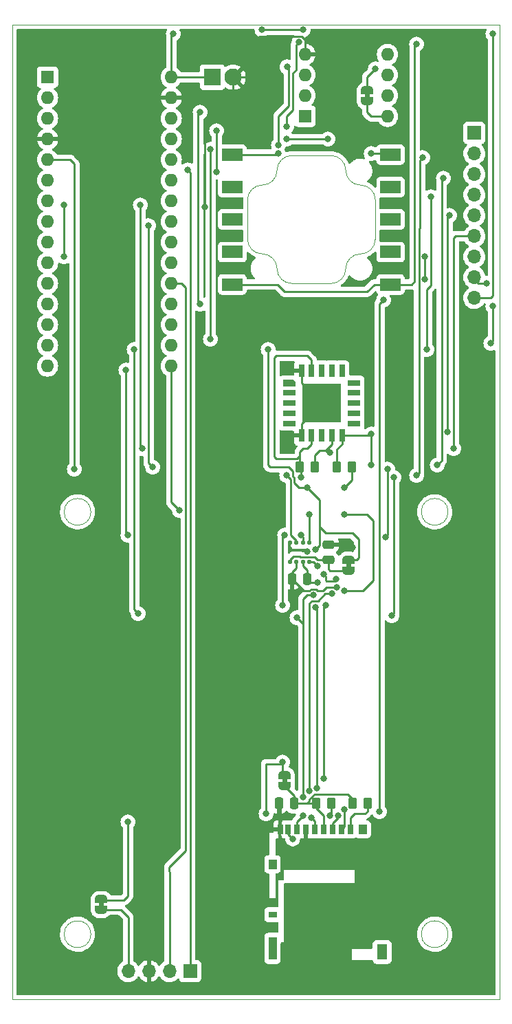
<source format=gbr>
%TF.GenerationSoftware,KiCad,Pcbnew,(6.0.11)*%
%TF.CreationDate,2023-06-04T21:12:16-05:00*%
%TF.ProjectId,Payload-Easy,5061796c-6f61-4642-9d45-6173792e6b69,1*%
%TF.SameCoordinates,Original*%
%TF.FileFunction,Copper,L1,Top*%
%TF.FilePolarity,Positive*%
%FSLAX46Y46*%
G04 Gerber Fmt 4.6, Leading zero omitted, Abs format (unit mm)*
G04 Created by KiCad (PCBNEW (6.0.11)) date 2023-06-04 21:12:16*
%MOMM*%
%LPD*%
G01*
G04 APERTURE LIST*
G04 Aperture macros list*
%AMRoundRect*
0 Rectangle with rounded corners*
0 $1 Rounding radius*
0 $2 $3 $4 $5 $6 $7 $8 $9 X,Y pos of 4 corners*
0 Add a 4 corners polygon primitive as box body*
4,1,4,$2,$3,$4,$5,$6,$7,$8,$9,$2,$3,0*
0 Add four circle primitives for the rounded corners*
1,1,$1+$1,$2,$3*
1,1,$1+$1,$4,$5*
1,1,$1+$1,$6,$7*
1,1,$1+$1,$8,$9*
0 Add four rect primitives between the rounded corners*
20,1,$1+$1,$2,$3,$4,$5,0*
20,1,$1+$1,$4,$5,$6,$7,0*
20,1,$1+$1,$6,$7,$8,$9,0*
20,1,$1+$1,$8,$9,$2,$3,0*%
%AMFreePoly0*
4,1,14,0.503536,0.403536,0.753536,0.153536,0.755000,0.150000,0.755000,-0.400000,0.753536,-0.403536,0.750000,-0.405000,-0.750000,-0.405000,-0.753536,-0.403536,-0.755000,-0.400000,-0.755000,0.400000,-0.753536,0.403536,-0.750000,0.405000,0.500000,0.405001,0.503536,0.403536,0.503536,0.403536,$1*%
%AMFreePoly1*
4,1,22,0.500000,-0.750000,0.000000,-0.750000,0.000000,-0.745033,-0.079941,-0.743568,-0.215256,-0.701293,-0.333266,-0.622738,-0.424486,-0.514219,-0.481581,-0.384460,-0.499164,-0.250000,-0.500000,-0.250000,-0.500000,0.250000,-0.499164,0.250000,-0.499963,0.256109,-0.478152,0.396186,-0.417904,0.524511,-0.324060,0.630769,-0.204165,0.706417,-0.067858,0.745374,0.000000,0.744959,0.000000,0.750000,
0.500000,0.750000,0.500000,-0.750000,0.500000,-0.750000,$1*%
%AMFreePoly2*
4,1,20,0.000000,0.744959,0.073905,0.744508,0.209726,0.703889,0.328688,0.626782,0.421226,0.519385,0.479903,0.390333,0.500000,0.250000,0.500000,-0.250000,0.499851,-0.262216,0.476331,-0.402017,0.414519,-0.529596,0.319384,-0.634700,0.198574,-0.708877,0.061801,-0.746166,0.000000,-0.745033,0.000000,-0.750000,-0.500000,-0.750000,-0.500000,0.750000,0.000000,0.750000,0.000000,0.744959,
0.000000,0.744959,$1*%
G04 Aperture macros list end*
%TA.AperFunction,Profile*%
%ADD10C,0.100000*%
%TD*%
%TA.AperFunction,Profile*%
%ADD11C,0.010000*%
%TD*%
%TA.AperFunction,SMDPad,CuDef*%
%ADD12RoundRect,0.250000X0.475000X-0.250000X0.475000X0.250000X-0.475000X0.250000X-0.475000X-0.250000X0*%
%TD*%
%TA.AperFunction,SMDPad,CuDef*%
%ADD13RoundRect,0.250000X-0.250000X-0.475000X0.250000X-0.475000X0.250000X0.475000X-0.250000X0.475000X0*%
%TD*%
%TA.AperFunction,SMDPad,CuDef*%
%ADD14RoundRect,0.250000X0.262500X0.450000X-0.262500X0.450000X-0.262500X-0.450000X0.262500X-0.450000X0*%
%TD*%
%TA.AperFunction,SMDPad,CuDef*%
%ADD15FreePoly0,0.000000*%
%TD*%
%TA.AperFunction,SMDPad,CuDef*%
%ADD16R,1.500000X0.800000*%
%TD*%
%TA.AperFunction,SMDPad,CuDef*%
%ADD17R,0.800000X1.500000*%
%TD*%
%TA.AperFunction,SMDPad,CuDef*%
%ADD18R,4.800000X4.800000*%
%TD*%
%TA.AperFunction,SMDPad,CuDef*%
%ADD19FreePoly1,270.000000*%
%TD*%
%TA.AperFunction,SMDPad,CuDef*%
%ADD20FreePoly2,270.000000*%
%TD*%
%TA.AperFunction,SMDPad,CuDef*%
%ADD21RoundRect,0.250000X-0.262500X-0.450000X0.262500X-0.450000X0.262500X0.450000X-0.262500X0.450000X0*%
%TD*%
%TA.AperFunction,SMDPad,CuDef*%
%ADD22R,2.500000X1.500000*%
%TD*%
%TA.AperFunction,ComponentPad*%
%ADD23R,2.100000X2.100000*%
%TD*%
%TA.AperFunction,ComponentPad*%
%ADD24C,2.100000*%
%TD*%
%TA.AperFunction,ComponentPad*%
%ADD25R,1.600000X1.600000*%
%TD*%
%TA.AperFunction,ComponentPad*%
%ADD26O,1.600000X1.600000*%
%TD*%
%TA.AperFunction,SMDPad,CuDef*%
%ADD27R,0.700000X1.200000*%
%TD*%
%TA.AperFunction,SMDPad,CuDef*%
%ADD28R,1.000000X0.800000*%
%TD*%
%TA.AperFunction,SMDPad,CuDef*%
%ADD29R,1.000000X1.200000*%
%TD*%
%TA.AperFunction,SMDPad,CuDef*%
%ADD30R,1.000000X2.800000*%
%TD*%
%TA.AperFunction,SMDPad,CuDef*%
%ADD31R,1.300000X1.900000*%
%TD*%
%TA.AperFunction,SMDPad,CuDef*%
%ADD32FreePoly1,90.000000*%
%TD*%
%TA.AperFunction,SMDPad,CuDef*%
%ADD33FreePoly2,90.000000*%
%TD*%
%TA.AperFunction,ComponentPad*%
%ADD34R,1.700000X1.700000*%
%TD*%
%TA.AperFunction,ComponentPad*%
%ADD35O,1.700000X1.700000*%
%TD*%
%TA.AperFunction,SMDPad,CuDef*%
%ADD36RoundRect,0.125000X-0.125000X-0.137500X0.125000X-0.137500X0.125000X0.137500X-0.125000X0.137500X0*%
%TD*%
%TA.AperFunction,ViaPad*%
%ADD37C,0.800000*%
%TD*%
%TA.AperFunction,Conductor*%
%ADD38C,0.250000*%
%TD*%
G04 APERTURE END LIST*
D10*
X163650000Y-100000000D02*
G75*
G03*
X163650000Y-100000000I-1650000J0D01*
G01*
X163650000Y-152000000D02*
G75*
G03*
X163650000Y-152000000I-1650000J0D01*
G01*
X110000000Y-40000000D02*
X170000000Y-40000000D01*
X170000000Y-40000000D02*
X170000000Y-160000000D01*
X170000000Y-160000000D02*
X110000000Y-160000000D01*
X110000000Y-160000000D02*
X110000000Y-40000000D01*
X119650000Y-152000000D02*
G75*
G03*
X119650000Y-152000000I-1650000J0D01*
G01*
X119650000Y-100000000D02*
G75*
G03*
X119650000Y-100000000I-1650000J0D01*
G01*
%TO.C,JP107*%
G36*
X121204000Y-148586000D02*
G01*
X120604000Y-148586000D01*
X120604000Y-148086000D01*
X121204000Y-148086000D01*
X121204000Y-148586000D01*
G37*
D11*
%TO.C,U103*%
X144397000Y-71883000D02*
X149227000Y-71883000D01*
X154687000Y-66423000D02*
X154687000Y-61593000D01*
X138937000Y-61593000D02*
X138937000Y-66423000D01*
X149227000Y-56133000D02*
X144397000Y-56133000D01*
X151047000Y-57953000D02*
G75*
G03*
X152867000Y-59773000I1820000J0D01*
G01*
X138937000Y-66423000D02*
G75*
G03*
X140757000Y-68243000I1820001J1D01*
G01*
X152867000Y-68243000D02*
G75*
G03*
X154687000Y-66423000I0J1820000D01*
G01*
X140757000Y-59773000D02*
G75*
G03*
X138937000Y-61593000I1J-1820001D01*
G01*
X149227000Y-71883000D02*
G75*
G03*
X151047000Y-70063000I0J1820000D01*
G01*
X140757000Y-59773000D02*
G75*
G03*
X142577000Y-57953000I-1J1820001D01*
G01*
X154687000Y-61593000D02*
G75*
G03*
X152867000Y-59773000I-1820000J0D01*
G01*
X142577000Y-70063000D02*
G75*
G03*
X144397000Y-71883000I1820001J1D01*
G01*
X151047000Y-57953000D02*
G75*
G03*
X149227000Y-56133000I-1820000J0D01*
G01*
X152867000Y-68243000D02*
G75*
G03*
X151047000Y-70063000I0J-1820000D01*
G01*
X144397000Y-56133000D02*
G75*
G03*
X142577000Y-57953000I1J-1820001D01*
G01*
X142577000Y-70063000D02*
G75*
G03*
X140757000Y-68243000I-1820001J-1D01*
G01*
%TO.C,JP102*%
G36*
X143810000Y-133346000D02*
G01*
X143210000Y-133346000D01*
X143210000Y-132846000D01*
X143810000Y-132846000D01*
X143810000Y-133346000D01*
G37*
%TO.C,JP104*%
G36*
X151684000Y-106818000D02*
G01*
X151084000Y-106818000D01*
X151084000Y-106318000D01*
X151684000Y-106318000D01*
X151684000Y-106818000D01*
G37*
%TO.C,JP105*%
G36*
X153970000Y-49018000D02*
G01*
X153370000Y-49018000D01*
X153370000Y-48518000D01*
X153970000Y-48518000D01*
X153970000Y-49018000D01*
G37*
%TD*%
D12*
%TO.P,C103,1*%
%TO.N,Net-(C103-Pad1)*%
X148931000Y-105939000D03*
%TO.P,C103,2*%
%TO.N,GND*%
X148931000Y-104039000D03*
%TD*%
D13*
%TO.P,C102,1*%
%TO.N,GND*%
X144425000Y-108291000D03*
%TO.P,C102,2*%
%TO.N,Net-(C102-Pad2)*%
X146325000Y-108291000D03*
%TD*%
D14*
%TO.P,R109,1*%
%TO.N,/SCL*%
X147216500Y-94488000D03*
%TO.P,R109,2*%
%TO.N,Net-(JP108-Pad2)*%
X145391500Y-94488000D03*
%TD*%
D15*
%TO.P,U104,1,DNC*%
%TO.N,unconnected-(U104-Pad1)*%
X144082000Y-84114000D03*
D16*
%TO.P,U104,2,DNC*%
%TO.N,unconnected-(U104-Pad2)*%
X144082000Y-85364000D03*
%TO.P,U104,3,DNC*%
%TO.N,unconnected-(U104-Pad3)*%
X144082000Y-86614000D03*
%TO.P,U104,4,DNC*%
%TO.N,unconnected-(U104-Pad4)*%
X144082000Y-87864000D03*
%TO.P,U104,5,DNC*%
%TO.N,unconnected-(U104-Pad5)*%
X144082000Y-89114000D03*
D17*
%TO.P,U104,6,GND*%
%TO.N,GND*%
X145582000Y-90614000D03*
%TO.P,U104,7,VDD*%
%TO.N,Net-(JP108-Pad2)*%
X146832000Y-90614000D03*
%TO.P,U104,8,DNC*%
%TO.N,unconnected-(U104-Pad8)*%
X148082000Y-90614000D03*
%TO.P,U104,9,SCL*%
%TO.N,/SCL*%
X149332000Y-90614000D03*
%TO.P,U104,10,SDA*%
%TO.N,/SDA*%
X150582000Y-90614000D03*
D16*
%TO.P,U104,11,DNC*%
%TO.N,unconnected-(U104-Pad11)*%
X152082000Y-89114000D03*
%TO.P,U104,12,DNC*%
%TO.N,unconnected-(U104-Pad12)*%
X152082000Y-87864000D03*
%TO.P,U104,13,DNC*%
%TO.N,unconnected-(U104-Pad13)*%
X152082000Y-86614000D03*
%TO.P,U104,14,DNC*%
%TO.N,unconnected-(U104-Pad14)*%
X152082000Y-85364000D03*
%TO.P,U104,15,DNC*%
%TO.N,unconnected-(U104-Pad15)*%
X152082000Y-84114000D03*
D17*
%TO.P,U104,16,DNC*%
%TO.N,unconnected-(U104-Pad16)*%
X150582000Y-82614000D03*
%TO.P,U104,17,DNC*%
%TO.N,unconnected-(U104-Pad17)*%
X149332000Y-82614000D03*
%TO.P,U104,18,DNC*%
%TO.N,unconnected-(U104-Pad18)*%
X148082000Y-82614000D03*
%TO.P,U104,19,VDDH*%
%TO.N,Net-(JP108-Pad2)*%
X146832000Y-82614000D03*
%TO.P,U104,20,GND*%
%TO.N,GND*%
X145582000Y-82614000D03*
D18*
%TO.P,U104,21,GND*%
X148082000Y-86614000D03*
%TD*%
D19*
%TO.P,JP107,1,1*%
%TO.N,+3V3*%
X120904000Y-147686000D03*
D20*
%TO.P,JP107,2,2*%
%TO.N,Net-(J104-Pad4)*%
X120904000Y-148986000D03*
%TD*%
D21*
%TO.P,R103,1*%
%TO.N,Net-(C101-Pad2)*%
X151892000Y-135890000D03*
%TO.P,R103,2*%
%TO.N,Net-(J101-Pad1)*%
X153717000Y-135890000D03*
%TD*%
D22*
%TO.P,U103,1,WORKING*%
%TO.N,Net-(R106-Pad1)*%
X137062000Y-72008000D03*
%TO.P,U103,2*%
%TO.N,N/C*%
X137062000Y-68008000D03*
%TO.P,U103,3*%
X137062000Y-64008000D03*
%TO.P,U103,4*%
X137062000Y-60008000D03*
%TO.P,U103,5,REFERENCE*%
%TO.N,Net-(C104-Pad2)*%
X137062000Y-56008000D03*
%TO.P,U103,6,COUNTER*%
%TO.N,Net-(C104-Pad1)*%
X156562000Y-56008000D03*
%TO.P,U103,7*%
%TO.N,N/C*%
X156562000Y-60008000D03*
%TO.P,U103,8*%
X156562000Y-64008000D03*
%TO.P,U103,9*%
X156562000Y-68008000D03*
%TO.P,U103,10,WORKING*%
%TO.N,Net-(R106-Pad1)*%
X156562000Y-72008000D03*
%TD*%
D21*
%TO.P,R101,1*%
%TO.N,Net-(C101-Pad2)*%
X147423500Y-135890000D03*
%TO.P,R101,2*%
%TO.N,Net-(J101-Pad8)*%
X149248500Y-135890000D03*
%TD*%
D23*
%TO.P,J103,1,Pin_1*%
%TO.N,VCC*%
X134620000Y-46482000D03*
D24*
%TO.P,J103,2,Pin_2*%
%TO.N,GND*%
X137160000Y-46482000D03*
%TD*%
D25*
%TO.P,A101,1,D1/TX*%
%TO.N,unconnected-(A101-Pad1)*%
X114300000Y-46482000D03*
D26*
%TO.P,A101,2,D0/RX*%
%TO.N,unconnected-(A101-Pad2)*%
X114300000Y-49022000D03*
%TO.P,A101,3,~{RESET}*%
%TO.N,unconnected-(A101-Pad3)*%
X114300000Y-51562000D03*
%TO.P,A101,4,GND*%
%TO.N,GND*%
X114300000Y-54102000D03*
%TO.P,A101,5,D2*%
%TO.N,/CS_BME*%
X114300000Y-56642000D03*
%TO.P,A101,6,D3*%
%TO.N,/DOUT*%
X114300000Y-59182000D03*
%TO.P,A101,7,D4*%
%TO.N,/CS_SD*%
X114300000Y-61722000D03*
%TO.P,A101,8,D5*%
%TO.N,unconnected-(A101-Pad8)*%
X114300000Y-64262000D03*
%TO.P,A101,9,D6*%
%TO.N,unconnected-(A101-Pad9)*%
X114300000Y-66802000D03*
%TO.P,A101,10,D7*%
%TO.N,unconnected-(A101-Pad10)*%
X114300000Y-69342000D03*
%TO.P,A101,11,D8*%
%TO.N,unconnected-(A101-Pad11)*%
X114300000Y-71882000D03*
%TO.P,A101,12,D9*%
%TO.N,unconnected-(A101-Pad12)*%
X114300000Y-74422000D03*
%TO.P,A101,13,D10*%
%TO.N,unconnected-(A101-Pad13)*%
X114300000Y-76962000D03*
%TO.P,A101,14,D11*%
%TO.N,/MISO*%
X114300000Y-79502000D03*
%TO.P,A101,15,D12*%
%TO.N,/MOSI*%
X114300000Y-82042000D03*
%TO.P,A101,16,D13*%
%TO.N,/SCK*%
X129540000Y-82042000D03*
%TO.P,A101,17,3V3*%
%TO.N,+3V3*%
X129540000Y-79502000D03*
%TO.P,A101,18,AREF*%
%TO.N,unconnected-(A101-Pad18)*%
X129540000Y-76962000D03*
%TO.P,A101,19,A0*%
%TO.N,/O3_OUT*%
X129540000Y-74422000D03*
%TO.P,A101,20,A1*%
%TO.N,/AOUT*%
X129540000Y-71882000D03*
%TO.P,A101,21,A2*%
%TO.N,unconnected-(A101-Pad21)*%
X129540000Y-69342000D03*
%TO.P,A101,22,A3*%
%TO.N,unconnected-(A101-Pad22)*%
X129540000Y-66802000D03*
%TO.P,A101,23,A4*%
%TO.N,/SDA*%
X129540000Y-64262000D03*
%TO.P,A101,24,A5*%
%TO.N,/SCL*%
X129540000Y-61722000D03*
%TO.P,A101,25,A6*%
%TO.N,unconnected-(A101-Pad25)*%
X129540000Y-59182000D03*
%TO.P,A101,26,A7*%
%TO.N,unconnected-(A101-Pad26)*%
X129540000Y-56642000D03*
%TO.P,A101,27,+5V*%
%TO.N,+5V*%
X129540000Y-54102000D03*
%TO.P,A101,28,~{RESET}*%
%TO.N,unconnected-(A101-Pad28)*%
X129540000Y-51562000D03*
%TO.P,A101,29,GND*%
%TO.N,GND*%
X129540000Y-49022000D03*
%TO.P,A101,30,VIN*%
%TO.N,VCC*%
X129540000Y-46482000D03*
%TD*%
D13*
%TO.P,C101,1*%
%TO.N,GND*%
X142814000Y-135890000D03*
%TO.P,C101,2*%
%TO.N,Net-(C101-Pad2)*%
X144714000Y-135890000D03*
%TD*%
D27*
%TO.P,J101,1,DAT2*%
%TO.N,Net-(J101-Pad1)*%
X151619000Y-139087000D03*
%TO.P,J101,2,DAT3/CD*%
%TO.N,/CS_SD*%
X150519000Y-139087000D03*
%TO.P,J101,3,CMD*%
%TO.N,/MOSI*%
X149419000Y-139087000D03*
%TO.P,J101,4,VDD*%
%TO.N,Net-(C101-Pad2)*%
X148319000Y-139087000D03*
%TO.P,J101,5,CLK*%
%TO.N,/SCK*%
X147219000Y-139087000D03*
%TO.P,J101,6,VSS*%
%TO.N,GND*%
X146119000Y-139087000D03*
%TO.P,J101,7,DAT0*%
%TO.N,/MISO*%
X145019000Y-139087000D03*
%TO.P,J101,8,DAT1*%
%TO.N,Net-(J101-Pad8)*%
X143919000Y-139087000D03*
%TO.P,J101,9,SHIELD*%
%TO.N,GND*%
X142969000Y-139087000D03*
D28*
%TO.P,J101,10*%
%TO.N,N/C*%
X142019000Y-149587000D03*
D29*
%TO.P,J101,11*%
X153169000Y-139087000D03*
D30*
X142019000Y-153737000D03*
D31*
X155519000Y-154187000D03*
D29*
X142019000Y-143387000D03*
%TD*%
D32*
%TO.P,JP102,1,1*%
%TO.N,Net-(C101-Pad2)*%
X143510000Y-133746000D03*
D33*
%TO.P,JP102,2,2*%
%TO.N,+3V3*%
X143510000Y-132446000D03*
%TD*%
D32*
%TO.P,JP104,1,1*%
%TO.N,Net-(C103-Pad1)*%
X151384000Y-107218000D03*
D33*
%TO.P,JP104,2,2*%
%TO.N,+3V3*%
X151384000Y-105918000D03*
%TD*%
D19*
%TO.P,JP105,1,1*%
%TO.N,+3V3*%
X153670000Y-48118000D03*
D20*
%TO.P,JP105,2,2*%
%TO.N,Net-(JP105-Pad2)*%
X153670000Y-49418000D03*
%TD*%
D14*
%TO.P,R110,1*%
%TO.N,Net-(JP108-Pad2)*%
X151788500Y-94488000D03*
%TO.P,R110,2*%
%TO.N,/SDA*%
X149963500Y-94488000D03*
%TD*%
D34*
%TO.P,J104,1,Pin_1*%
%TO.N,/DOUT*%
X131866000Y-156546000D03*
D35*
%TO.P,J104,2,Pin_2*%
%TO.N,/AOUT*%
X129326000Y-156546000D03*
%TO.P,J104,3,Pin_3*%
%TO.N,GND*%
X126786000Y-156546000D03*
%TO.P,J104,4,Pin_4*%
%TO.N,Net-(J104-Pad4)*%
X124246000Y-156546000D03*
%TD*%
D36*
%TO.P,U101,1,GND*%
%TO.N,GND*%
X144175000Y-103801500D03*
%TO.P,U101,2,CSB*%
%TO.N,/CS_BME*%
X144975000Y-103801500D03*
%TO.P,U101,3,SDI*%
%TO.N,/MOSI*%
X145775000Y-103801500D03*
%TO.P,U101,4,SCK*%
%TO.N,/SCK*%
X146575000Y-103801500D03*
%TO.P,U101,5,SDO*%
%TO.N,/MISO*%
X146575000Y-106176500D03*
%TO.P,U101,6,VDDIO*%
%TO.N,Net-(C102-Pad2)*%
X145775000Y-106176500D03*
%TO.P,U101,7,GND*%
%TO.N,GND*%
X144975000Y-106176500D03*
%TO.P,U101,8,VDD*%
%TO.N,Net-(C103-Pad1)*%
X144175000Y-106176500D03*
%TD*%
D34*
%TO.P,J102,1,Pin_1*%
%TO.N,/CS_BME*%
X166878000Y-53340000D03*
D35*
%TO.P,J102,2,Pin_2*%
%TO.N,/MISO*%
X166878000Y-55880000D03*
%TO.P,J102,3,Pin_3*%
%TO.N,/MOSI*%
X166878000Y-58420000D03*
%TO.P,J102,4,Pin_4*%
%TO.N,/SCK*%
X166878000Y-60960000D03*
%TO.P,J102,5,Pin_5*%
%TO.N,/SDA*%
X166878000Y-63500000D03*
%TO.P,J102,6,Pin_6*%
%TO.N,/SCL*%
X166878000Y-66040000D03*
%TO.P,J102,7,Pin_7*%
%TO.N,/CS_SD*%
X166878000Y-68580000D03*
%TO.P,J102,8,Pin_8*%
%TO.N,+3V3*%
X166878000Y-71120000D03*
%TO.P,J102,9,Pin_9*%
%TO.N,VCC*%
X166878000Y-73660000D03*
%TD*%
D25*
%TO.P,U102,1*%
%TO.N,Net-(C104-Pad1)*%
X146025500Y-51298000D03*
D26*
%TO.P,U102,2,-*%
%TO.N,Net-(C104-Pad2)*%
X146025500Y-48758000D03*
%TO.P,U102,3,+*%
%TO.N,Net-(R102-Pad2)*%
X146025500Y-46218000D03*
%TO.P,U102,4,V-*%
%TO.N,GND*%
X146025500Y-43678000D03*
%TO.P,U102,5,+*%
%TO.N,Net-(R105-Pad2)*%
X156185500Y-43678000D03*
%TO.P,U102,6,-*%
%TO.N,Net-(C105-Pad1)*%
X156185500Y-46218000D03*
%TO.P,U102,7*%
%TO.N,/O3_OUT*%
X156185500Y-48758000D03*
%TO.P,U102,8,V+*%
%TO.N,Net-(JP105-Pad2)*%
X156185500Y-51298000D03*
%TD*%
D37*
%TO.N,GND*%
X143764000Y-90932000D03*
X151892000Y-104394000D03*
X149947000Y-109307000D03*
X133641489Y-62446511D03*
X139954000Y-45974000D03*
X146304000Y-104864980D03*
%TO.N,/CS_BME*%
X117602000Y-94742000D03*
X148844000Y-54102000D03*
X143764000Y-95504000D03*
X143764000Y-54102000D03*
%TO.N,/DOUT*%
X131572000Y-57912000D03*
%TO.N,/CS_SD*%
X150844623Y-136664992D03*
X116332000Y-68580000D03*
X155702000Y-73914000D03*
X116332000Y-62230000D03*
X155194000Y-136906000D03*
X160782000Y-68580000D03*
X160782000Y-71374000D03*
%TO.N,/MISO*%
X159766000Y-95504000D03*
X156718000Y-112776000D03*
X156972000Y-95758000D03*
X125476000Y-112522000D03*
X145796000Y-135128000D03*
X147574000Y-106680000D03*
X147066000Y-110236000D03*
X160528000Y-56388000D03*
X145034000Y-113030000D03*
X145796000Y-137414000D03*
X124968000Y-80010000D03*
%TO.N,/MOSI*%
X155956000Y-103124000D03*
X147503994Y-133971987D03*
X163068000Y-58928000D03*
X145542000Y-102870000D03*
X124206000Y-102870000D03*
X147320000Y-111760000D03*
X150114000Y-137414000D03*
X143256000Y-111506000D03*
X162306000Y-94234000D03*
X143510000Y-102870000D03*
X123952000Y-82550000D03*
X156210000Y-94742000D03*
%TO.N,/SCK*%
X146558000Y-134366000D03*
X161544000Y-61214000D03*
X150876000Y-100330000D03*
X130556000Y-99822000D03*
X149329862Y-110093223D03*
X150876000Y-109728000D03*
X161036000Y-80010000D03*
X146812000Y-137668000D03*
X146558000Y-100330000D03*
%TO.N,+3V3*%
X143797000Y-45212000D03*
X134366000Y-78740000D03*
X146304000Y-97028000D03*
X169164000Y-74676000D03*
X143256000Y-130810000D03*
X154681500Y-45466000D03*
X149845111Y-108312704D03*
X148590000Y-111468500D03*
X147320000Y-104648000D03*
X168402000Y-71882000D03*
X141478000Y-80010000D03*
X134366000Y-55372000D03*
X148336000Y-107696000D03*
X148336000Y-132842000D03*
X141224000Y-137160000D03*
X124206000Y-138176000D03*
X142743500Y-54864000D03*
X168910000Y-79248000D03*
%TO.N,/O3_OUT*%
X133096000Y-74422000D03*
X133096000Y-50800000D03*
%TO.N,/SDA*%
X154178000Y-90424000D03*
X154178000Y-94234000D03*
X126746000Y-64770000D03*
X163830000Y-63500000D03*
X127254000Y-94488000D03*
X163576000Y-90170000D03*
%TO.N,/SCL*%
X149098000Y-92710000D03*
X125984000Y-92202000D03*
X125730000Y-62230000D03*
X164338000Y-92202000D03*
%TO.N,VCC*%
X169164000Y-41148000D03*
X129794000Y-41148000D03*
X145796000Y-40640000D03*
X140716000Y-40640000D03*
%TO.N,Net-(J101-Pad8)*%
X144510322Y-140265120D03*
X149098000Y-137414000D03*
%TO.N,Net-(R106-Pad1)*%
X159761500Y-42418000D03*
%TO.N,Net-(C104-Pad2)*%
X142743500Y-55880000D03*
%TO.N,Net-(C104-Pad1)*%
X154173500Y-55880000D03*
%TO.N,Net-(R105-Pad2)*%
X143759500Y-52578000D03*
X145283500Y-42164000D03*
X135123500Y-53086000D03*
X135123500Y-58166000D03*
%TO.N,Net-(C102-Pad2)*%
X147574000Y-108712000D03*
%TO.N,Net-(JP108-Pad2)*%
X150876000Y-97028000D03*
X145542000Y-95758000D03*
%TD*%
D38*
%TO.N,GND*%
X139954000Y-45974000D02*
X139446000Y-46482000D01*
X137160000Y-48006000D02*
X136144000Y-49022000D01*
X135890000Y-49022000D02*
X135636000Y-49276000D01*
X134620000Y-51562000D02*
X133641489Y-52540511D01*
X144975000Y-106913000D02*
X144975000Y-106176500D01*
X135636000Y-51308000D02*
X135382000Y-51562000D01*
X133641489Y-52540511D02*
X133641489Y-62446511D01*
X139446000Y-46482000D02*
X137160000Y-46482000D01*
X146549386Y-109728000D02*
X145862000Y-109728000D01*
X135636000Y-50546000D02*
X135636000Y-51308000D01*
X135890000Y-49022000D02*
X129540000Y-49022000D01*
X142969000Y-136045000D02*
X142969000Y-139087000D01*
X146765897Y-109511489D02*
X146549386Y-109728000D01*
X149947000Y-109307000D02*
X148629282Y-109307000D01*
X136144000Y-49022000D02*
X135890000Y-49022000D01*
X148629282Y-109307000D02*
X148208282Y-109728000D01*
X151537000Y-104039000D02*
X148931000Y-104039000D01*
X139954000Y-45974000D02*
X139954000Y-41910000D01*
X145862000Y-109728000D02*
X144425000Y-108291000D01*
X145582000Y-82614000D02*
X145582000Y-84114000D01*
X145582000Y-90614000D02*
X145582000Y-89114000D01*
X147366103Y-109511489D02*
X146765897Y-109511489D01*
X148208282Y-109728000D02*
X147582614Y-109728000D01*
X135636000Y-49276000D02*
X135636000Y-50546000D01*
X145582000Y-89114000D02*
X148082000Y-86614000D01*
X144425000Y-108291000D02*
X144425000Y-107463000D01*
X140424511Y-41439489D02*
X145583603Y-41439489D01*
X145583603Y-41439489D02*
X146025500Y-41881386D01*
X151892000Y-104394000D02*
X151537000Y-104039000D01*
X133604000Y-62484000D02*
X133641489Y-62446511D01*
X146025500Y-41881386D02*
X146025500Y-43678000D01*
X147582614Y-109728000D02*
X147366103Y-109511489D01*
X137160000Y-46482000D02*
X137160000Y-48006000D01*
X139954000Y-41910000D02*
X140424511Y-41439489D01*
X135382000Y-51562000D02*
X134620000Y-51562000D01*
X142814000Y-135890000D02*
X142969000Y-136045000D01*
X144425000Y-107463000D02*
X144975000Y-106913000D01*
X145582000Y-84114000D02*
X148082000Y-86614000D01*
%TO.N,/CS_BME*%
X144975000Y-103801500D02*
X144975000Y-103573000D01*
X144272000Y-96012000D02*
X143764000Y-95504000D01*
X117094000Y-56642000D02*
X114300000Y-56642000D01*
X144975000Y-103573000D02*
X144272000Y-102870000D01*
X117602000Y-57150000D02*
X117094000Y-56642000D01*
X143764000Y-54102000D02*
X148844000Y-54102000D01*
X144272000Y-102870000D02*
X144272000Y-96012000D01*
X117602000Y-94742000D02*
X117602000Y-57150000D01*
%TO.N,/DOUT*%
X131572000Y-57912000D02*
X131866000Y-58206000D01*
X131866000Y-58206000D02*
X131866000Y-156546000D01*
%TO.N,/CS_SD*%
X150519000Y-139087000D02*
X150844623Y-138761377D01*
X160782000Y-71374000D02*
X160782000Y-68580000D01*
X116332000Y-62230000D02*
X116332000Y-68580000D01*
X150844623Y-138761377D02*
X150844623Y-136664992D01*
X155194000Y-74422000D02*
X155702000Y-73914000D01*
X155194000Y-136906000D02*
X155194000Y-74422000D01*
%TO.N,/MISO*%
X147061500Y-106176500D02*
X146575000Y-106176500D01*
X160211020Y-56704980D02*
X160211020Y-65024000D01*
X160057489Y-95212511D02*
X159766000Y-95504000D01*
X160528000Y-56388000D02*
X160211020Y-56704980D01*
X160057489Y-65177531D02*
X160057489Y-95212511D01*
X124968000Y-80010000D02*
X124968000Y-112014000D01*
X146304000Y-110236000D02*
X147066000Y-110236000D01*
X156972000Y-112522000D02*
X156718000Y-112776000D01*
X124968000Y-112014000D02*
X125476000Y-112522000D01*
X147574000Y-106680000D02*
X147066000Y-106172000D01*
X145796000Y-113792000D02*
X145796000Y-110744000D01*
X156972000Y-95758000D02*
X156972000Y-112522000D01*
X145034000Y-113030000D02*
X145796000Y-113792000D01*
X145796000Y-110744000D02*
X146304000Y-110236000D01*
X160211020Y-65024000D02*
X160057489Y-65177531D01*
X145019000Y-139087000D02*
X145019000Y-138191000D01*
X145796000Y-135128000D02*
X145796000Y-113792000D01*
X147066000Y-106172000D02*
X147061500Y-106176500D01*
X145019000Y-138191000D02*
X145796000Y-137414000D01*
%TO.N,/MOSI*%
X145796000Y-103780500D02*
X145775000Y-103801500D01*
X143256000Y-111506000D02*
X143256000Y-103124000D01*
X163068000Y-58928000D02*
X162851489Y-59144511D01*
X149419000Y-138363000D02*
X150114000Y-137668000D01*
X123952000Y-82550000D02*
X123952000Y-102616000D01*
X150114000Y-137668000D02*
X150114000Y-137414000D01*
X156210000Y-94742000D02*
X156210000Y-102870000D01*
X145796000Y-103124000D02*
X145796000Y-103780500D01*
X143256000Y-103124000D02*
X143510000Y-102870000D01*
X162851489Y-59144511D02*
X162851489Y-93688511D01*
X147503994Y-111943994D02*
X147320000Y-111760000D01*
X145542000Y-102870000D02*
X145796000Y-103124000D01*
X162851489Y-93688511D02*
X162306000Y-94234000D01*
X149419000Y-139087000D02*
X149419000Y-138363000D01*
X156210000Y-102870000D02*
X155956000Y-103124000D01*
X123952000Y-102616000D02*
X124206000Y-102870000D01*
X147503994Y-133971987D02*
X147503994Y-111943994D01*
%TO.N,/SCK*%
X150876000Y-109728000D02*
X153162000Y-109728000D01*
X146558000Y-111252000D02*
X146558000Y-134366000D01*
X129540000Y-82042000D02*
X129540000Y-98806000D01*
X154432000Y-108458000D02*
X154432000Y-101092000D01*
X154432000Y-101092000D02*
X153670000Y-100330000D01*
X146558000Y-100330000D02*
X146558000Y-103784500D01*
X161544000Y-61214000D02*
X161544000Y-72136000D01*
X148478777Y-110093223D02*
X147611489Y-110960511D01*
X153162000Y-109728000D02*
X154432000Y-108458000D01*
X161036000Y-72644000D02*
X161036000Y-80010000D01*
X149329862Y-110093223D02*
X148478777Y-110093223D01*
X147611489Y-110960511D02*
X146849489Y-110960511D01*
X146558000Y-103784500D02*
X146575000Y-103801500D01*
X146849489Y-110960511D02*
X146558000Y-111252000D01*
X153670000Y-100330000D02*
X150876000Y-100330000D01*
X129540000Y-98806000D02*
X130556000Y-99822000D01*
X147219000Y-138075000D02*
X146812000Y-137668000D01*
X161544000Y-72136000D02*
X161036000Y-72644000D01*
X147219000Y-139087000D02*
X147219000Y-138075000D01*
%TO.N,+3V3*%
X149608212Y-108549603D02*
X148681603Y-108549603D01*
X143002000Y-131064000D02*
X141224000Y-131064000D01*
X143256000Y-132192000D02*
X143510000Y-132446000D01*
X169164000Y-74676000D02*
X169164000Y-78994000D01*
X148590000Y-108458000D02*
X148590000Y-107950000D01*
X154681500Y-45466000D02*
X153670000Y-46477500D01*
X152400000Y-105918000D02*
X151384000Y-105918000D01*
X141478000Y-80010000D02*
X141478000Y-94234000D01*
X153670000Y-46477500D02*
X153670000Y-48118000D01*
X148336000Y-111722500D02*
X148336000Y-132842000D01*
X152654000Y-103378000D02*
X152654000Y-105664000D01*
X123698000Y-147828000D02*
X121046000Y-147828000D01*
X144018000Y-94488000D02*
X144488511Y-94958511D01*
X141732000Y-94488000D02*
X144018000Y-94488000D01*
X144488511Y-95592793D02*
X144721520Y-95825803D01*
X143256000Y-130810000D02*
X143256000Y-132192000D01*
X147828000Y-101854000D02*
X148590000Y-102616000D01*
X148590000Y-107950000D02*
X148336000Y-107696000D01*
X144013500Y-50038000D02*
X142743500Y-51308000D01*
X147828000Y-98552000D02*
X146304000Y-97028000D01*
X144013500Y-45428500D02*
X144013500Y-50038000D01*
X143256000Y-130810000D02*
X143002000Y-131064000D01*
X167386000Y-71882000D02*
X166878000Y-71374000D01*
X134366000Y-78740000D02*
X134366000Y-55372000D01*
X148681603Y-108549603D02*
X148590000Y-108458000D01*
X144488511Y-94958511D02*
X144488511Y-95592793D01*
X147828000Y-101854000D02*
X147828000Y-98552000D01*
X149845111Y-108312704D02*
X149608212Y-108549603D01*
X145288000Y-97028000D02*
X146304000Y-97028000D01*
X147828000Y-104140000D02*
X147828000Y-101854000D01*
X144721520Y-96461520D02*
X145288000Y-97028000D01*
X147828000Y-104140000D02*
X147320000Y-104648000D01*
X121046000Y-147828000D02*
X120904000Y-147686000D01*
X124206000Y-147320000D02*
X123698000Y-147828000D01*
X169164000Y-78994000D02*
X168910000Y-79248000D01*
X124206000Y-138176000D02*
X124206000Y-147320000D01*
X144721520Y-95825803D02*
X144721520Y-96461520D01*
X141224000Y-131064000D02*
X141224000Y-137160000D01*
X152654000Y-105664000D02*
X152400000Y-105918000D01*
X142743500Y-51308000D02*
X142743500Y-54864000D01*
X168402000Y-71882000D02*
X167386000Y-71882000D01*
X148590000Y-102616000D02*
X151892000Y-102616000D01*
X143797000Y-45212000D02*
X144013500Y-45428500D01*
X141478000Y-94234000D02*
X141732000Y-94488000D01*
X148590000Y-111468500D02*
X148336000Y-111722500D01*
X166878000Y-71374000D02*
X166878000Y-71120000D01*
X151892000Y-102616000D02*
X152654000Y-103378000D01*
%TO.N,/O3_OUT*%
X132842000Y-74168000D02*
X133096000Y-74422000D01*
X133096000Y-50800000D02*
X132842000Y-51054000D01*
X132842000Y-51054000D02*
X132842000Y-74168000D01*
%TO.N,/AOUT*%
X129326000Y-144312000D02*
X129326000Y-156546000D01*
X129540000Y-71882000D02*
X130810000Y-71882000D01*
X129286000Y-144272000D02*
X129286000Y-143764000D01*
X130810000Y-71882000D02*
X131318000Y-72390000D01*
X131318000Y-72390000D02*
X131318000Y-141732000D01*
X131318000Y-141732000D02*
X129286000Y-143764000D01*
X129326000Y-144312000D02*
X129286000Y-144272000D01*
%TO.N,/SDA*%
X163576000Y-90170000D02*
X163576000Y-63754000D01*
X149963500Y-92305500D02*
X150582000Y-91687000D01*
X150582000Y-90614000D02*
X153988000Y-90614000D01*
X163576000Y-63754000D02*
X163830000Y-63500000D01*
X126746000Y-64770000D02*
X126746000Y-93980000D01*
X154178000Y-94234000D02*
X154178000Y-90424000D01*
X126746000Y-93980000D02*
X127254000Y-94488000D01*
X150582000Y-91687000D02*
X150582000Y-90614000D01*
X153988000Y-90614000D02*
X154178000Y-90424000D01*
X149963500Y-92305500D02*
X149963500Y-94488000D01*
%TO.N,/SCL*%
X148590000Y-92456000D02*
X147828000Y-92456000D01*
X148590000Y-92456000D02*
X148844000Y-92710000D01*
X164338000Y-66294000D02*
X164592000Y-66040000D01*
X149332000Y-91714000D02*
X148590000Y-92456000D01*
X164592000Y-66040000D02*
X166878000Y-66040000D01*
X125730000Y-91948000D02*
X125984000Y-92202000D01*
X147828000Y-92456000D02*
X147216500Y-93067500D01*
X149332000Y-90614000D02*
X149332000Y-91714000D01*
X147216500Y-93067500D02*
X147216500Y-94488000D01*
X164338000Y-92202000D02*
X164338000Y-66294000D01*
X148844000Y-92710000D02*
X149098000Y-92710000D01*
X125730000Y-62230000D02*
X125730000Y-91948000D01*
%TO.N,VCC*%
X140716000Y-40640000D02*
X145796000Y-40640000D01*
X169164000Y-41148000D02*
X169164000Y-73406000D01*
X168910000Y-73660000D02*
X166878000Y-73660000D01*
X129540000Y-46482000D02*
X129540000Y-41402000D01*
X129540000Y-46482000D02*
X134620000Y-46482000D01*
X169164000Y-73406000D02*
X168910000Y-73660000D01*
X129540000Y-41402000D02*
X129794000Y-41148000D01*
%TO.N,Net-(J101-Pad1)*%
X153416000Y-137160000D02*
X152146000Y-137160000D01*
X152146000Y-137160000D02*
X151619000Y-137687000D01*
X151619000Y-137687000D02*
X151619000Y-139087000D01*
X153717000Y-135890000D02*
X153717000Y-136859000D01*
X153717000Y-136859000D02*
X153416000Y-137160000D01*
%TO.N,Net-(J101-Pad8)*%
X149248500Y-137263500D02*
X149098000Y-137414000D01*
X143919000Y-139673798D02*
X143919000Y-139087000D01*
X149248500Y-135890000D02*
X149248500Y-137263500D01*
X144510322Y-140265120D02*
X143919000Y-139673798D01*
%TO.N,Net-(R106-Pad1)*%
X159761500Y-42418000D02*
X159512000Y-42667500D01*
X159512000Y-71623500D02*
X159127500Y-72008000D01*
X159127500Y-72008000D02*
X156562000Y-72008000D01*
X142615500Y-72008000D02*
X143505500Y-72898000D01*
X159512000Y-42667500D02*
X159512000Y-71623500D01*
X137062000Y-72008000D02*
X142615500Y-72008000D01*
X154555500Y-72008000D02*
X156562000Y-72008000D01*
X143505500Y-72898000D02*
X153665500Y-72898000D01*
X153665500Y-72898000D02*
X154555500Y-72008000D01*
%TO.N,Net-(C104-Pad2)*%
X137062000Y-56008000D02*
X142615500Y-56008000D01*
X142615500Y-56008000D02*
X142743500Y-55880000D01*
%TO.N,Net-(C104-Pad1)*%
X154173500Y-55880000D02*
X156434000Y-55880000D01*
X156434000Y-55880000D02*
X156562000Y-56008000D01*
%TO.N,Net-(R105-Pad2)*%
X143759500Y-51314978D02*
X144521500Y-50552978D01*
X135123500Y-58166000D02*
X135123500Y-53086000D01*
X144521500Y-50552978D02*
X144521500Y-45978500D01*
X144900989Y-42546511D02*
X145283500Y-42164000D01*
X143759500Y-52578000D02*
X143759500Y-51314978D01*
X144900989Y-45599011D02*
X144900989Y-42546511D01*
X144521500Y-45978500D02*
X144900989Y-45599011D01*
%TO.N,Net-(C101-Pad2)*%
X144714000Y-134950000D02*
X144714000Y-135890000D01*
X144714000Y-135890000D02*
X146304000Y-135890000D01*
X151261307Y-134751307D02*
X151892000Y-135382000D01*
X148319000Y-137651000D02*
X148319000Y-139087000D01*
X146304000Y-135890000D02*
X147423500Y-135890000D01*
X147197307Y-134751307D02*
X151261307Y-134751307D01*
X143510000Y-133746000D02*
X144714000Y-134950000D01*
X146558000Y-135390614D02*
X147197307Y-134751307D01*
X151892000Y-135382000D02*
X151892000Y-135890000D01*
X148319000Y-137397000D02*
X148319000Y-137651000D01*
X146304000Y-135890000D02*
X146558000Y-135636000D01*
X146558000Y-135636000D02*
X146558000Y-135390614D01*
X147423500Y-136501500D02*
X148319000Y-137397000D01*
X147423500Y-135890000D02*
X147423500Y-136501500D01*
%TO.N,Net-(C102-Pad2)*%
X145775000Y-106176500D02*
X145775000Y-106659000D01*
X146746000Y-108712000D02*
X146325000Y-108291000D01*
X146325000Y-107209000D02*
X146325000Y-108291000D01*
X147574000Y-108712000D02*
X146746000Y-108712000D01*
X145775000Y-106659000D02*
X146325000Y-107209000D01*
%TO.N,Net-(C103-Pad1)*%
X144175000Y-105935000D02*
X144613000Y-105497000D01*
X145467491Y-105589491D02*
X147245491Y-105589491D01*
X147595000Y-105939000D02*
X148931000Y-105939000D01*
X144613000Y-105497000D02*
X145375000Y-105497000D01*
X144175000Y-106176500D02*
X144175000Y-105935000D01*
X148931000Y-107021000D02*
X148931000Y-105939000D01*
X149128000Y-107218000D02*
X148931000Y-107021000D01*
X147245491Y-105589491D02*
X147595000Y-105939000D01*
X151384000Y-107218000D02*
X149128000Y-107218000D01*
X145375000Y-105497000D02*
X145467491Y-105589491D01*
%TO.N,Net-(J104-Pad4)*%
X123332000Y-148986000D02*
X124246000Y-149900000D01*
X120904000Y-148986000D02*
X123332000Y-148986000D01*
X124246000Y-150916000D02*
X124246000Y-156546000D01*
X124246000Y-149900000D02*
X124246000Y-150916000D01*
%TO.N,Net-(JP105-Pad2)*%
X154178000Y-51308000D02*
X154188000Y-51298000D01*
X153670000Y-50800000D02*
X154178000Y-51308000D01*
X153670000Y-49418000D02*
X153670000Y-50800000D01*
X154188000Y-51298000D02*
X156185500Y-51298000D01*
%TO.N,Net-(JP108-Pad2)*%
X142240000Y-93218000D02*
X142240000Y-81026000D01*
X145796000Y-92202000D02*
X145391500Y-92606500D01*
X145542000Y-94638500D02*
X145391500Y-94488000D01*
X145391500Y-93114500D02*
X145034000Y-93472000D01*
X145542000Y-95758000D02*
X145542000Y-94638500D01*
X145391500Y-93114500D02*
X145391500Y-94488000D01*
X142494000Y-93472000D02*
X142240000Y-93218000D01*
X151788500Y-96115500D02*
X151788500Y-94488000D01*
X142240000Y-81026000D02*
X142494000Y-80772000D01*
X150876000Y-97028000D02*
X151788500Y-96115500D01*
X145034000Y-93472000D02*
X142494000Y-93472000D01*
X142494000Y-80772000D02*
X146304000Y-80772000D01*
X146304000Y-80772000D02*
X146832000Y-81300000D01*
X145391500Y-92606500D02*
X145391500Y-93114500D01*
X146832000Y-81300000D02*
X146832000Y-82614000D01*
X146304000Y-92202000D02*
X145796000Y-92202000D01*
X146832000Y-91674000D02*
X146304000Y-92202000D01*
X146832000Y-90614000D02*
X146832000Y-91674000D01*
%TD*%
%TA.AperFunction,Conductor*%
%TO.N,GND*%
G36*
X128964053Y-40528502D02*
G01*
X129010546Y-40582158D01*
X129020650Y-40652432D01*
X129005051Y-40697500D01*
X128959473Y-40776444D01*
X128900458Y-40958072D01*
X128880496Y-41148000D01*
X128881186Y-41154565D01*
X128898863Y-41322749D01*
X128900458Y-41337928D01*
X128900741Y-41338800D01*
X128901455Y-41366134D01*
X128903270Y-41366191D01*
X128903021Y-41374110D01*
X128901780Y-41381943D01*
X128902526Y-41389835D01*
X128902526Y-41389837D01*
X128905941Y-41425961D01*
X128906500Y-41437819D01*
X128906500Y-45262606D01*
X128886498Y-45330727D01*
X128852771Y-45365819D01*
X128700211Y-45472643D01*
X128700208Y-45472645D01*
X128695700Y-45475802D01*
X128533802Y-45637700D01*
X128402477Y-45825251D01*
X128400154Y-45830233D01*
X128400151Y-45830238D01*
X128333183Y-45973853D01*
X128305716Y-46032757D01*
X128304294Y-46038065D01*
X128304293Y-46038067D01*
X128275319Y-46146199D01*
X128246457Y-46253913D01*
X128226502Y-46482000D01*
X128246457Y-46710087D01*
X128305716Y-46931243D01*
X128308039Y-46936224D01*
X128308039Y-46936225D01*
X128400151Y-47133762D01*
X128400154Y-47133767D01*
X128402477Y-47138749D01*
X128460277Y-47221296D01*
X128522907Y-47310740D01*
X128533802Y-47326300D01*
X128695700Y-47488198D01*
X128700208Y-47491355D01*
X128700211Y-47491357D01*
X128702976Y-47493293D01*
X128883251Y-47619523D01*
X128888233Y-47621846D01*
X128888238Y-47621849D01*
X128923049Y-47638081D01*
X128976334Y-47684998D01*
X128995795Y-47753275D01*
X128975253Y-47821235D01*
X128923049Y-47866471D01*
X128888489Y-47882586D01*
X128878993Y-47888069D01*
X128700533Y-48013028D01*
X128692125Y-48020084D01*
X128538084Y-48174125D01*
X128531028Y-48182533D01*
X128406069Y-48360993D01*
X128400586Y-48370489D01*
X128308510Y-48567947D01*
X128304764Y-48578239D01*
X128258606Y-48750503D01*
X128258942Y-48764599D01*
X128266884Y-48768000D01*
X130807967Y-48768000D01*
X130821498Y-48764027D01*
X130822727Y-48755478D01*
X130775236Y-48578239D01*
X130771490Y-48567947D01*
X130679414Y-48370489D01*
X130673931Y-48360993D01*
X130548972Y-48182533D01*
X130541916Y-48174125D01*
X130387875Y-48020084D01*
X130379467Y-48013028D01*
X130201007Y-47888069D01*
X130191511Y-47882586D01*
X130156951Y-47866471D01*
X130103666Y-47819554D01*
X130084205Y-47751277D01*
X130104747Y-47683317D01*
X130156951Y-47638081D01*
X130191762Y-47621849D01*
X130191767Y-47621846D01*
X130196749Y-47619523D01*
X130377024Y-47493293D01*
X130379789Y-47491357D01*
X130379792Y-47491355D01*
X130384300Y-47488198D01*
X130546198Y-47326300D01*
X130555019Y-47313703D01*
X130656181Y-47169229D01*
X130711638Y-47124901D01*
X130759394Y-47115500D01*
X132935500Y-47115500D01*
X133003621Y-47135502D01*
X133050114Y-47189158D01*
X133061500Y-47241500D01*
X133061500Y-47580134D01*
X133068255Y-47642316D01*
X133119385Y-47778705D01*
X133206739Y-47895261D01*
X133323295Y-47982615D01*
X133459684Y-48033745D01*
X133521866Y-48040500D01*
X135718134Y-48040500D01*
X135780316Y-48033745D01*
X135916705Y-47982615D01*
X136033261Y-47895261D01*
X136106430Y-47797633D01*
X136163288Y-47755118D01*
X136234107Y-47750092D01*
X136273090Y-47765766D01*
X136446272Y-47871893D01*
X136455067Y-47876375D01*
X136672490Y-47966434D01*
X136681875Y-47969483D01*
X136910708Y-48024422D01*
X136920455Y-48025965D01*
X137155070Y-48044430D01*
X137164930Y-48044430D01*
X137399545Y-48025965D01*
X137409292Y-48024422D01*
X137638125Y-47969483D01*
X137647510Y-47966434D01*
X137864933Y-47876375D01*
X137873728Y-47871893D01*
X138054805Y-47760928D01*
X138064267Y-47750470D01*
X138060484Y-47741694D01*
X136889885Y-46571095D01*
X136855859Y-46508783D01*
X136857694Y-46483132D01*
X137524408Y-46483132D01*
X137524539Y-46484965D01*
X137528790Y-46491580D01*
X138416650Y-47379440D01*
X138429030Y-47386200D01*
X138436680Y-47380473D01*
X138549893Y-47195728D01*
X138554375Y-47186933D01*
X138644434Y-46969510D01*
X138647483Y-46960125D01*
X138702422Y-46731292D01*
X138703965Y-46721545D01*
X138722430Y-46486930D01*
X138722430Y-46477070D01*
X138703965Y-46242455D01*
X138702422Y-46232708D01*
X138647483Y-46003875D01*
X138644434Y-45994490D01*
X138554375Y-45777067D01*
X138549893Y-45768272D01*
X138438928Y-45587195D01*
X138428470Y-45577733D01*
X138419694Y-45581516D01*
X137532022Y-46469188D01*
X137524408Y-46483132D01*
X136857694Y-46483132D01*
X136860924Y-46437968D01*
X136889885Y-46392905D01*
X138057440Y-45225350D01*
X138064200Y-45212970D01*
X138058473Y-45205320D01*
X137873728Y-45092107D01*
X137864933Y-45087625D01*
X137647510Y-44997566D01*
X137638125Y-44994517D01*
X137409292Y-44939578D01*
X137399545Y-44938035D01*
X137164930Y-44919570D01*
X137155070Y-44919570D01*
X136920455Y-44938035D01*
X136910708Y-44939578D01*
X136681875Y-44994517D01*
X136672490Y-44997566D01*
X136455067Y-45087625D01*
X136446272Y-45092107D01*
X136273090Y-45198234D01*
X136204557Y-45216773D01*
X136136880Y-45195317D01*
X136106429Y-45166367D01*
X136038642Y-45075919D01*
X136033261Y-45068739D01*
X135916705Y-44981385D01*
X135780316Y-44930255D01*
X135718134Y-44923500D01*
X133521866Y-44923500D01*
X133459684Y-44930255D01*
X133323295Y-44981385D01*
X133206739Y-45068739D01*
X133119385Y-45185295D01*
X133068255Y-45321684D01*
X133061500Y-45383866D01*
X133061500Y-45722500D01*
X133041498Y-45790621D01*
X132987842Y-45837114D01*
X132935500Y-45848500D01*
X130759394Y-45848500D01*
X130691273Y-45828498D01*
X130656181Y-45794771D01*
X130549357Y-45642211D01*
X130549355Y-45642208D01*
X130546198Y-45637700D01*
X130384300Y-45475802D01*
X130379792Y-45472645D01*
X130379789Y-45472643D01*
X130227229Y-45365819D01*
X130182901Y-45310362D01*
X130173500Y-45262606D01*
X130173500Y-42055339D01*
X130193502Y-41987218D01*
X130240180Y-41947153D01*
X130238999Y-41945107D01*
X130244722Y-41941803D01*
X130250752Y-41939118D01*
X130405253Y-41826866D01*
X130484247Y-41739134D01*
X130528621Y-41689852D01*
X130528625Y-41689847D01*
X130533040Y-41684944D01*
X130612608Y-41547128D01*
X130625223Y-41525279D01*
X130625224Y-41525278D01*
X130628527Y-41519556D01*
X130687542Y-41337928D01*
X130689138Y-41322749D01*
X130706814Y-41154565D01*
X130707504Y-41148000D01*
X130687542Y-40958072D01*
X130628527Y-40776444D01*
X130582949Y-40697500D01*
X130566211Y-40628504D01*
X130589432Y-40561412D01*
X130645239Y-40517525D01*
X130692068Y-40508500D01*
X139677186Y-40508500D01*
X139745307Y-40528502D01*
X139791800Y-40582158D01*
X139803111Y-40634153D01*
X139802496Y-40640000D01*
X139822458Y-40829928D01*
X139881473Y-41011556D01*
X139976960Y-41176944D01*
X140104747Y-41318866D01*
X140259248Y-41431118D01*
X140265276Y-41433802D01*
X140265278Y-41433803D01*
X140404538Y-41495805D01*
X140433712Y-41508794D01*
X140527113Y-41528647D01*
X140614056Y-41547128D01*
X140614061Y-41547128D01*
X140620513Y-41548500D01*
X140811487Y-41548500D01*
X140817939Y-41547128D01*
X140817944Y-41547128D01*
X140904888Y-41528647D01*
X140998288Y-41508794D01*
X141027462Y-41495805D01*
X141166722Y-41433803D01*
X141166724Y-41433802D01*
X141172752Y-41431118D01*
X141262195Y-41366134D01*
X141310061Y-41331357D01*
X141327253Y-41318866D01*
X141331668Y-41313963D01*
X141336580Y-41309540D01*
X141337705Y-41310789D01*
X141391014Y-41277949D01*
X141424200Y-41273500D01*
X144580081Y-41273500D01*
X144648202Y-41293502D01*
X144694695Y-41347158D01*
X144704799Y-41417432D01*
X144675305Y-41482012D01*
X144672245Y-41485132D01*
X144672247Y-41485134D01*
X144544460Y-41627056D01*
X144541159Y-41632774D01*
X144464118Y-41766213D01*
X144448973Y-41792444D01*
X144389958Y-41974072D01*
X144389268Y-41980633D01*
X144389268Y-41980635D01*
X144370686Y-42157435D01*
X144369996Y-42164000D01*
X144368619Y-42163855D01*
X144353664Y-42218518D01*
X144351375Y-42221470D01*
X144348229Y-42228741D01*
X144348225Y-42228747D01*
X144333815Y-42262048D01*
X144328598Y-42272698D01*
X144307294Y-42311451D01*
X144305323Y-42319126D01*
X144305323Y-42319127D01*
X144302256Y-42331073D01*
X144295852Y-42349777D01*
X144287808Y-42368366D01*
X144286569Y-42376189D01*
X144286566Y-42376199D01*
X144280890Y-42412035D01*
X144278484Y-42423655D01*
X144273699Y-42442293D01*
X144267489Y-42466481D01*
X144267489Y-42486735D01*
X144265938Y-42506445D01*
X144262769Y-42526454D01*
X144263515Y-42534346D01*
X144266930Y-42570472D01*
X144267489Y-42582330D01*
X144267489Y-44232975D01*
X144247487Y-44301096D01*
X144193831Y-44347589D01*
X144123557Y-44357693D01*
X144090241Y-44348082D01*
X144085323Y-44345893D01*
X144079288Y-44343206D01*
X143985888Y-44323353D01*
X143898944Y-44304872D01*
X143898939Y-44304872D01*
X143892487Y-44303500D01*
X143701513Y-44303500D01*
X143695061Y-44304872D01*
X143695056Y-44304872D01*
X143608112Y-44323353D01*
X143514712Y-44343206D01*
X143508682Y-44345891D01*
X143508681Y-44345891D01*
X143346278Y-44418197D01*
X143346276Y-44418198D01*
X143340248Y-44420882D01*
X143185747Y-44533134D01*
X143057960Y-44675056D01*
X142962473Y-44840444D01*
X142903458Y-45022072D01*
X142902768Y-45028633D01*
X142902768Y-45028635D01*
X142897564Y-45078151D01*
X142883496Y-45212000D01*
X142884186Y-45218565D01*
X142901560Y-45383866D01*
X142903458Y-45401928D01*
X142962473Y-45583556D01*
X143057960Y-45748944D01*
X143062378Y-45753851D01*
X143062379Y-45753852D01*
X143181325Y-45885955D01*
X143185747Y-45890866D01*
X143257506Y-45943002D01*
X143328061Y-45994264D01*
X143371415Y-46050487D01*
X143380000Y-46096200D01*
X143380000Y-49723405D01*
X143359998Y-49791526D01*
X143343095Y-49812500D01*
X142351247Y-50804348D01*
X142342961Y-50811888D01*
X142336482Y-50816000D01*
X142331057Y-50821777D01*
X142289857Y-50865651D01*
X142287102Y-50868493D01*
X142267365Y-50888230D01*
X142264885Y-50891427D01*
X142257182Y-50900447D01*
X142226914Y-50932679D01*
X142223095Y-50939625D01*
X142223093Y-50939628D01*
X142217152Y-50950434D01*
X142206301Y-50966953D01*
X142193886Y-50982959D01*
X142190741Y-50990228D01*
X142190738Y-50990232D01*
X142176326Y-51023537D01*
X142171109Y-51034187D01*
X142149805Y-51072940D01*
X142147834Y-51080615D01*
X142147834Y-51080616D01*
X142144767Y-51092562D01*
X142138363Y-51111266D01*
X142130319Y-51129855D01*
X142129080Y-51137678D01*
X142129077Y-51137688D01*
X142123401Y-51173524D01*
X142120995Y-51185144D01*
X142110000Y-51227970D01*
X142110000Y-51248224D01*
X142108449Y-51267934D01*
X142105280Y-51287943D01*
X142109372Y-51331226D01*
X142109441Y-51331961D01*
X142110000Y-51343819D01*
X142110000Y-54161476D01*
X142089998Y-54229597D01*
X142077642Y-54245779D01*
X142004460Y-54327056D01*
X141980520Y-54368522D01*
X141922185Y-54469561D01*
X141908973Y-54492444D01*
X141849958Y-54674072D01*
X141849268Y-54680633D01*
X141849268Y-54680635D01*
X141837381Y-54793738D01*
X141829996Y-54864000D01*
X141830686Y-54870565D01*
X141848385Y-55038958D01*
X141849958Y-55053928D01*
X141900528Y-55209565D01*
X141902556Y-55280531D01*
X141865893Y-55341329D01*
X141802181Y-55372654D01*
X141780695Y-55374500D01*
X138946500Y-55374500D01*
X138878379Y-55354498D01*
X138831886Y-55300842D01*
X138820500Y-55248500D01*
X138820500Y-55209866D01*
X138813745Y-55147684D01*
X138762615Y-55011295D01*
X138675261Y-54894739D01*
X138558705Y-54807385D01*
X138422316Y-54756255D01*
X138360134Y-54749500D01*
X135883000Y-54749500D01*
X135814879Y-54729498D01*
X135768386Y-54675842D01*
X135757000Y-54623500D01*
X135757000Y-53788524D01*
X135777002Y-53720403D01*
X135789358Y-53704221D01*
X135862540Y-53622944D01*
X135920814Y-53522010D01*
X135954723Y-53463279D01*
X135954724Y-53463278D01*
X135958027Y-53457556D01*
X136017042Y-53275928D01*
X136019046Y-53256866D01*
X136036314Y-53092565D01*
X136037004Y-53086000D01*
X136024609Y-52968069D01*
X136017732Y-52902635D01*
X136017732Y-52902633D01*
X136017042Y-52896072D01*
X135958027Y-52714444D01*
X135862540Y-52549056D01*
X135857294Y-52543229D01*
X135739175Y-52412045D01*
X135739174Y-52412044D01*
X135734753Y-52407134D01*
X135635657Y-52335136D01*
X135585594Y-52298763D01*
X135585593Y-52298762D01*
X135580252Y-52294882D01*
X135574224Y-52292198D01*
X135574222Y-52292197D01*
X135411819Y-52219891D01*
X135411818Y-52219891D01*
X135405788Y-52217206D01*
X135312387Y-52197353D01*
X135225444Y-52178872D01*
X135225439Y-52178872D01*
X135218987Y-52177500D01*
X135028013Y-52177500D01*
X135021561Y-52178872D01*
X135021556Y-52178872D01*
X134934613Y-52197353D01*
X134841212Y-52217206D01*
X134835182Y-52219891D01*
X134835181Y-52219891D01*
X134672778Y-52292197D01*
X134672776Y-52292198D01*
X134666748Y-52294882D01*
X134661407Y-52298762D01*
X134661406Y-52298763D01*
X134611343Y-52335136D01*
X134512247Y-52407134D01*
X134507826Y-52412044D01*
X134507825Y-52412045D01*
X134389707Y-52543229D01*
X134384460Y-52549056D01*
X134288973Y-52714444D01*
X134229958Y-52896072D01*
X134229268Y-52902633D01*
X134229268Y-52902635D01*
X134222391Y-52968069D01*
X134209996Y-53086000D01*
X134210686Y-53092565D01*
X134227955Y-53256866D01*
X134229958Y-53275928D01*
X134288973Y-53457556D01*
X134292276Y-53463278D01*
X134292277Y-53463279D01*
X134326186Y-53522010D01*
X134384460Y-53622944D01*
X134457637Y-53704215D01*
X134488353Y-53768221D01*
X134490000Y-53788524D01*
X134490000Y-54337500D01*
X134469998Y-54405621D01*
X134416342Y-54452114D01*
X134364000Y-54463500D01*
X134270513Y-54463500D01*
X134264061Y-54464872D01*
X134264056Y-54464872D01*
X134196279Y-54479279D01*
X134083712Y-54503206D01*
X134077682Y-54505891D01*
X134077681Y-54505891D01*
X133915278Y-54578197D01*
X133915276Y-54578198D01*
X133909248Y-54580882D01*
X133754747Y-54693134D01*
X133700158Y-54753762D01*
X133695136Y-54759339D01*
X133634690Y-54796579D01*
X133563707Y-54795227D01*
X133504722Y-54755714D01*
X133476464Y-54690583D01*
X133475500Y-54675029D01*
X133475500Y-51707339D01*
X133495502Y-51639218D01*
X133542180Y-51599153D01*
X133540999Y-51597107D01*
X133546722Y-51593803D01*
X133552752Y-51591118D01*
X133707253Y-51478866D01*
X133711675Y-51473955D01*
X133830621Y-51341852D01*
X133830622Y-51341851D01*
X133835040Y-51336944D01*
X133910824Y-51205683D01*
X133927223Y-51177279D01*
X133927224Y-51177278D01*
X133930527Y-51171556D01*
X133989542Y-50989928D01*
X133990275Y-50982959D01*
X134008814Y-50806565D01*
X134009504Y-50800000D01*
X134000854Y-50717700D01*
X133990232Y-50616635D01*
X133990232Y-50616633D01*
X133989542Y-50610072D01*
X133930527Y-50428444D01*
X133835040Y-50263056D01*
X133828943Y-50256284D01*
X133711675Y-50126045D01*
X133711674Y-50126044D01*
X133707253Y-50121134D01*
X133575934Y-50025725D01*
X133558094Y-50012763D01*
X133558093Y-50012762D01*
X133552752Y-50008882D01*
X133546724Y-50006198D01*
X133546722Y-50006197D01*
X133384319Y-49933891D01*
X133384318Y-49933891D01*
X133378288Y-49931206D01*
X133256138Y-49905242D01*
X133197944Y-49892872D01*
X133197939Y-49892872D01*
X133191487Y-49891500D01*
X133000513Y-49891500D01*
X132994061Y-49892872D01*
X132994056Y-49892872D01*
X132935862Y-49905242D01*
X132813712Y-49931206D01*
X132807682Y-49933891D01*
X132807681Y-49933891D01*
X132645278Y-50006197D01*
X132645276Y-50006198D01*
X132639248Y-50008882D01*
X132633907Y-50012762D01*
X132633906Y-50012763D01*
X132616066Y-50025725D01*
X132484747Y-50121134D01*
X132480326Y-50126044D01*
X132480325Y-50126045D01*
X132363058Y-50256284D01*
X132356960Y-50263056D01*
X132261473Y-50428444D01*
X132202458Y-50610072D01*
X132201768Y-50616633D01*
X132201768Y-50616635D01*
X132191146Y-50717700D01*
X132182496Y-50800000D01*
X132183186Y-50806565D01*
X132201726Y-50982959D01*
X132202458Y-50989928D01*
X132202741Y-50990800D01*
X132203455Y-51018134D01*
X132205270Y-51018191D01*
X132205021Y-51026110D01*
X132203780Y-51033943D01*
X132204526Y-51041835D01*
X132204526Y-51041837D01*
X132207941Y-51077961D01*
X132208500Y-51089819D01*
X132208500Y-57007218D01*
X132188498Y-57075339D01*
X132134842Y-57121832D01*
X132064568Y-57131936D01*
X132029270Y-57119718D01*
X132028752Y-57120882D01*
X131860319Y-57045891D01*
X131860318Y-57045891D01*
X131854288Y-57043206D01*
X131750462Y-57021137D01*
X131673944Y-57004872D01*
X131673939Y-57004872D01*
X131667487Y-57003500D01*
X131476513Y-57003500D01*
X131470061Y-57004872D01*
X131470056Y-57004872D01*
X131393538Y-57021137D01*
X131289712Y-57043206D01*
X131283682Y-57045891D01*
X131283681Y-57045891D01*
X131121278Y-57118197D01*
X131121276Y-57118198D01*
X131115248Y-57120882D01*
X131109907Y-57124762D01*
X131109906Y-57124763D01*
X130969763Y-57226583D01*
X130902895Y-57250442D01*
X130833744Y-57234361D01*
X130784263Y-57183447D01*
X130770164Y-57113865D01*
X130775116Y-57091466D01*
X130774284Y-57091243D01*
X130832119Y-56875402D01*
X130832119Y-56875400D01*
X130833543Y-56870087D01*
X130853498Y-56642000D01*
X130833543Y-56413913D01*
X130824941Y-56381811D01*
X130775707Y-56198067D01*
X130775706Y-56198065D01*
X130774284Y-56192757D01*
X130760380Y-56162939D01*
X130679849Y-55990238D01*
X130679846Y-55990233D01*
X130677523Y-55985251D01*
X130584115Y-55851851D01*
X130549357Y-55802211D01*
X130549355Y-55802208D01*
X130546198Y-55797700D01*
X130384300Y-55635802D01*
X130379792Y-55632645D01*
X130379789Y-55632643D01*
X130292168Y-55571290D01*
X130196749Y-55504477D01*
X130191767Y-55502154D01*
X130191762Y-55502151D01*
X130157543Y-55486195D01*
X130104258Y-55439278D01*
X130084797Y-55371001D01*
X130105339Y-55303041D01*
X130157543Y-55257805D01*
X130191762Y-55241849D01*
X130191767Y-55241846D01*
X130196749Y-55239523D01*
X130373875Y-55115498D01*
X130379789Y-55111357D01*
X130379792Y-55111355D01*
X130384300Y-55108198D01*
X130546198Y-54946300D01*
X130581557Y-54895803D01*
X130624092Y-54835056D01*
X130677523Y-54758749D01*
X130679846Y-54753767D01*
X130679849Y-54753762D01*
X130771961Y-54556225D01*
X130771961Y-54556224D01*
X130774284Y-54551243D01*
X130796785Y-54467271D01*
X130832119Y-54335402D01*
X130832119Y-54335400D01*
X130833543Y-54330087D01*
X130853498Y-54102000D01*
X130833543Y-53873913D01*
X130797703Y-53740158D01*
X130775707Y-53658067D01*
X130775706Y-53658065D01*
X130774284Y-53652757D01*
X130771961Y-53647775D01*
X130679849Y-53450238D01*
X130679846Y-53450233D01*
X130677523Y-53445251D01*
X130583437Y-53310882D01*
X130549357Y-53262211D01*
X130549355Y-53262208D01*
X130546198Y-53257700D01*
X130384300Y-53095802D01*
X130379792Y-53092645D01*
X130379789Y-53092643D01*
X130301611Y-53037902D01*
X130196749Y-52964477D01*
X130191767Y-52962154D01*
X130191762Y-52962151D01*
X130157543Y-52946195D01*
X130104258Y-52899278D01*
X130084797Y-52831001D01*
X130105339Y-52763041D01*
X130157543Y-52717805D01*
X130191762Y-52701849D01*
X130191767Y-52701846D01*
X130196749Y-52699523D01*
X130301611Y-52626098D01*
X130379789Y-52571357D01*
X130379792Y-52571355D01*
X130384300Y-52568198D01*
X130546198Y-52406300D01*
X130558962Y-52388072D01*
X130617691Y-52304198D01*
X130677523Y-52218749D01*
X130679846Y-52213767D01*
X130679849Y-52213762D01*
X130771961Y-52016225D01*
X130771961Y-52016224D01*
X130774284Y-52011243D01*
X130779701Y-51991029D01*
X130832119Y-51795402D01*
X130832119Y-51795400D01*
X130833543Y-51790087D01*
X130853498Y-51562000D01*
X130833543Y-51333913D01*
X130821225Y-51287943D01*
X130775707Y-51118067D01*
X130775706Y-51118065D01*
X130774284Y-51112757D01*
X130771887Y-51107617D01*
X130679849Y-50910238D01*
X130679846Y-50910233D01*
X130677523Y-50905251D01*
X130561749Y-50739909D01*
X130549357Y-50722211D01*
X130549355Y-50722208D01*
X130546198Y-50717700D01*
X130384300Y-50555802D01*
X130379792Y-50552645D01*
X130379789Y-50552643D01*
X130244926Y-50458211D01*
X130196749Y-50424477D01*
X130191767Y-50422154D01*
X130191762Y-50422151D01*
X130156951Y-50405919D01*
X130103666Y-50359002D01*
X130084205Y-50290725D01*
X130104747Y-50222765D01*
X130156951Y-50177529D01*
X130191511Y-50161414D01*
X130201007Y-50155931D01*
X130379467Y-50030972D01*
X130387875Y-50023916D01*
X130541916Y-49869875D01*
X130548972Y-49861467D01*
X130673931Y-49683007D01*
X130679414Y-49673511D01*
X130771490Y-49476053D01*
X130775236Y-49465761D01*
X130821394Y-49293497D01*
X130821058Y-49279401D01*
X130813116Y-49276000D01*
X128272033Y-49276000D01*
X128258502Y-49279973D01*
X128257273Y-49288522D01*
X128304764Y-49465761D01*
X128308510Y-49476053D01*
X128400586Y-49673511D01*
X128406069Y-49683007D01*
X128531028Y-49861467D01*
X128538084Y-49869875D01*
X128692125Y-50023916D01*
X128700533Y-50030972D01*
X128878993Y-50155931D01*
X128888489Y-50161414D01*
X128923049Y-50177529D01*
X128976334Y-50224446D01*
X128995795Y-50292723D01*
X128975253Y-50360683D01*
X128923049Y-50405919D01*
X128888238Y-50422151D01*
X128888233Y-50422154D01*
X128883251Y-50424477D01*
X128835074Y-50458211D01*
X128700211Y-50552643D01*
X128700208Y-50552645D01*
X128695700Y-50555802D01*
X128533802Y-50717700D01*
X128530645Y-50722208D01*
X128530643Y-50722211D01*
X128518251Y-50739909D01*
X128402477Y-50905251D01*
X128400154Y-50910233D01*
X128400151Y-50910238D01*
X128308113Y-51107617D01*
X128305716Y-51112757D01*
X128304294Y-51118065D01*
X128304293Y-51118067D01*
X128258775Y-51287943D01*
X128246457Y-51333913D01*
X128226502Y-51562000D01*
X128246457Y-51790087D01*
X128247881Y-51795400D01*
X128247881Y-51795402D01*
X128300300Y-51991029D01*
X128305716Y-52011243D01*
X128308039Y-52016224D01*
X128308039Y-52016225D01*
X128400151Y-52213762D01*
X128400154Y-52213767D01*
X128402477Y-52218749D01*
X128462309Y-52304198D01*
X128521039Y-52388072D01*
X128533802Y-52406300D01*
X128695700Y-52568198D01*
X128700208Y-52571355D01*
X128700211Y-52571357D01*
X128778389Y-52626098D01*
X128883251Y-52699523D01*
X128888233Y-52701846D01*
X128888238Y-52701849D01*
X128922457Y-52717805D01*
X128975742Y-52764722D01*
X128995203Y-52832999D01*
X128974661Y-52900959D01*
X128922457Y-52946195D01*
X128888238Y-52962151D01*
X128888233Y-52962154D01*
X128883251Y-52964477D01*
X128778389Y-53037902D01*
X128700211Y-53092643D01*
X128700208Y-53092645D01*
X128695700Y-53095802D01*
X128533802Y-53257700D01*
X128530645Y-53262208D01*
X128530643Y-53262211D01*
X128496563Y-53310882D01*
X128402477Y-53445251D01*
X128400154Y-53450233D01*
X128400151Y-53450238D01*
X128308039Y-53647775D01*
X128305716Y-53652757D01*
X128304294Y-53658065D01*
X128304293Y-53658067D01*
X128282297Y-53740158D01*
X128246457Y-53873913D01*
X128226502Y-54102000D01*
X128246457Y-54330087D01*
X128247881Y-54335400D01*
X128247881Y-54335402D01*
X128283216Y-54467271D01*
X128305716Y-54551243D01*
X128308039Y-54556224D01*
X128308039Y-54556225D01*
X128400151Y-54753762D01*
X128400154Y-54753767D01*
X128402477Y-54758749D01*
X128455908Y-54835056D01*
X128498444Y-54895803D01*
X128533802Y-54946300D01*
X128695700Y-55108198D01*
X128700208Y-55111355D01*
X128700211Y-55111357D01*
X128706125Y-55115498D01*
X128883251Y-55239523D01*
X128888233Y-55241846D01*
X128888238Y-55241849D01*
X128922457Y-55257805D01*
X128975742Y-55304722D01*
X128995203Y-55372999D01*
X128974661Y-55440959D01*
X128922457Y-55486195D01*
X128888238Y-55502151D01*
X128888233Y-55502154D01*
X128883251Y-55504477D01*
X128787832Y-55571290D01*
X128700211Y-55632643D01*
X128700208Y-55632645D01*
X128695700Y-55635802D01*
X128533802Y-55797700D01*
X128530645Y-55802208D01*
X128530643Y-55802211D01*
X128495885Y-55851851D01*
X128402477Y-55985251D01*
X128400154Y-55990233D01*
X128400151Y-55990238D01*
X128319620Y-56162939D01*
X128305716Y-56192757D01*
X128304294Y-56198065D01*
X128304293Y-56198067D01*
X128255059Y-56381811D01*
X128246457Y-56413913D01*
X128226502Y-56642000D01*
X128246457Y-56870087D01*
X128247881Y-56875400D01*
X128247881Y-56875402D01*
X128301455Y-57075339D01*
X128305716Y-57091243D01*
X128308039Y-57096224D01*
X128308039Y-57096225D01*
X128400151Y-57293762D01*
X128400154Y-57293767D01*
X128402477Y-57298749D01*
X128472779Y-57399150D01*
X128522389Y-57470000D01*
X128533802Y-57486300D01*
X128695700Y-57648198D01*
X128700208Y-57651355D01*
X128700211Y-57651357D01*
X128735468Y-57676044D01*
X128883251Y-57779523D01*
X128888233Y-57781846D01*
X128888238Y-57781849D01*
X128922457Y-57797805D01*
X128975742Y-57844722D01*
X128995203Y-57912999D01*
X128974661Y-57980959D01*
X128922457Y-58026195D01*
X128888238Y-58042151D01*
X128888233Y-58042154D01*
X128883251Y-58044477D01*
X128824837Y-58085379D01*
X128700211Y-58172643D01*
X128700208Y-58172645D01*
X128695700Y-58175802D01*
X128533802Y-58337700D01*
X128530645Y-58342208D01*
X128530643Y-58342211D01*
X128495885Y-58391851D01*
X128402477Y-58525251D01*
X128400154Y-58530233D01*
X128400151Y-58530238D01*
X128319620Y-58702939D01*
X128305716Y-58732757D01*
X128304294Y-58738065D01*
X128304293Y-58738067D01*
X128255059Y-58921811D01*
X128246457Y-58953913D01*
X128226502Y-59182000D01*
X128246457Y-59410087D01*
X128247881Y-59415400D01*
X128247881Y-59415402D01*
X128300225Y-59610749D01*
X128305716Y-59631243D01*
X128308039Y-59636224D01*
X128308039Y-59636225D01*
X128400151Y-59833762D01*
X128400154Y-59833767D01*
X128402477Y-59838749D01*
X128426335Y-59872821D01*
X128492189Y-59966870D01*
X128533802Y-60026300D01*
X128695700Y-60188198D01*
X128700208Y-60191355D01*
X128700211Y-60191357D01*
X128778389Y-60246098D01*
X128883251Y-60319523D01*
X128888233Y-60321846D01*
X128888238Y-60321849D01*
X128922457Y-60337805D01*
X128975742Y-60384722D01*
X128995203Y-60452999D01*
X128974661Y-60520959D01*
X128922457Y-60566195D01*
X128888238Y-60582151D01*
X128888233Y-60582154D01*
X128883251Y-60584477D01*
X128854214Y-60604809D01*
X128700211Y-60712643D01*
X128700208Y-60712645D01*
X128695700Y-60715802D01*
X128533802Y-60877700D01*
X128402477Y-61065251D01*
X128400154Y-61070233D01*
X128400151Y-61070238D01*
X128311386Y-61260598D01*
X128305716Y-61272757D01*
X128304294Y-61278065D01*
X128304293Y-61278067D01*
X128260163Y-61442763D01*
X128246457Y-61493913D01*
X128226502Y-61722000D01*
X128246457Y-61950087D01*
X128247881Y-61955400D01*
X128247881Y-61955402D01*
X128294373Y-62128909D01*
X128305716Y-62171243D01*
X128308039Y-62176224D01*
X128308039Y-62176225D01*
X128400151Y-62373762D01*
X128400154Y-62373767D01*
X128402477Y-62378749D01*
X128431311Y-62419928D01*
X128518862Y-62544963D01*
X128533802Y-62566300D01*
X128695700Y-62728198D01*
X128700208Y-62731355D01*
X128700211Y-62731357D01*
X128709861Y-62738114D01*
X128883251Y-62859523D01*
X128888233Y-62861846D01*
X128888238Y-62861849D01*
X128922457Y-62877805D01*
X128975742Y-62924722D01*
X128995203Y-62992999D01*
X128974661Y-63060959D01*
X128922457Y-63106195D01*
X128888238Y-63122151D01*
X128888233Y-63122154D01*
X128883251Y-63124477D01*
X128838889Y-63155540D01*
X128700211Y-63252643D01*
X128700208Y-63252645D01*
X128695700Y-63255802D01*
X128533802Y-63417700D01*
X128402477Y-63605251D01*
X128400154Y-63610233D01*
X128400151Y-63610238D01*
X128360735Y-63694767D01*
X128305716Y-63812757D01*
X128304294Y-63818065D01*
X128304293Y-63818067D01*
X128260163Y-63982763D01*
X128246457Y-64033913D01*
X128226502Y-64262000D01*
X128246457Y-64490087D01*
X128247881Y-64495400D01*
X128247881Y-64495402D01*
X128294373Y-64668909D01*
X128305716Y-64711243D01*
X128308039Y-64716224D01*
X128308039Y-64716225D01*
X128400151Y-64913762D01*
X128400154Y-64913767D01*
X128402477Y-64918749D01*
X128431311Y-64959928D01*
X128492189Y-65046870D01*
X128533802Y-65106300D01*
X128695700Y-65268198D01*
X128700208Y-65271355D01*
X128700211Y-65271357D01*
X128742869Y-65301226D01*
X128883251Y-65399523D01*
X128888233Y-65401846D01*
X128888238Y-65401849D01*
X128922457Y-65417805D01*
X128975742Y-65464722D01*
X128995203Y-65532999D01*
X128974661Y-65600959D01*
X128922457Y-65646195D01*
X128888238Y-65662151D01*
X128888233Y-65662154D01*
X128883251Y-65664477D01*
X128778389Y-65737902D01*
X128700211Y-65792643D01*
X128700208Y-65792645D01*
X128695700Y-65795802D01*
X128533802Y-65957700D01*
X128402477Y-66145251D01*
X128400154Y-66150233D01*
X128400151Y-66150238D01*
X128353081Y-66251182D01*
X128305716Y-66352757D01*
X128304294Y-66358065D01*
X128304293Y-66358067D01*
X128256386Y-66536857D01*
X128246457Y-66573913D01*
X128226502Y-66802000D01*
X128246457Y-67030087D01*
X128247881Y-67035400D01*
X128247881Y-67035402D01*
X128295545Y-67213283D01*
X128305716Y-67251243D01*
X128308039Y-67256224D01*
X128308039Y-67256225D01*
X128400151Y-67453762D01*
X128400154Y-67453767D01*
X128402477Y-67458749D01*
X128471644Y-67557530D01*
X128492189Y-67586870D01*
X128533802Y-67646300D01*
X128695700Y-67808198D01*
X128700208Y-67811355D01*
X128700211Y-67811357D01*
X128778389Y-67866098D01*
X128883251Y-67939523D01*
X128888233Y-67941846D01*
X128888238Y-67941849D01*
X128922457Y-67957805D01*
X128975742Y-68004722D01*
X128995203Y-68072999D01*
X128974661Y-68140959D01*
X128922457Y-68186195D01*
X128888238Y-68202151D01*
X128888233Y-68202154D01*
X128883251Y-68204477D01*
X128778389Y-68277902D01*
X128700211Y-68332643D01*
X128700208Y-68332645D01*
X128695700Y-68335802D01*
X128533802Y-68497700D01*
X128402477Y-68685251D01*
X128400154Y-68690233D01*
X128400151Y-68690238D01*
X128329797Y-68841115D01*
X128305716Y-68892757D01*
X128304294Y-68898065D01*
X128304293Y-68898067D01*
X128259831Y-69064000D01*
X128246457Y-69113913D01*
X128226502Y-69342000D01*
X128246457Y-69570087D01*
X128247881Y-69575400D01*
X128247881Y-69575402D01*
X128294373Y-69748909D01*
X128305716Y-69791243D01*
X128308039Y-69796224D01*
X128308039Y-69796225D01*
X128400151Y-69993762D01*
X128400154Y-69993767D01*
X128402477Y-69998749D01*
X128443072Y-70056724D01*
X128518888Y-70165000D01*
X128533802Y-70186300D01*
X128695700Y-70348198D01*
X128700208Y-70351355D01*
X128700211Y-70351357D01*
X128761803Y-70394484D01*
X128883251Y-70479523D01*
X128888233Y-70481846D01*
X128888238Y-70481849D01*
X128922457Y-70497805D01*
X128975742Y-70544722D01*
X128995203Y-70612999D01*
X128974661Y-70680959D01*
X128922457Y-70726195D01*
X128888238Y-70742151D01*
X128888233Y-70742154D01*
X128883251Y-70744477D01*
X128862469Y-70759029D01*
X128700211Y-70872643D01*
X128700208Y-70872645D01*
X128695700Y-70875802D01*
X128533802Y-71037700D01*
X128402477Y-71225251D01*
X128400154Y-71230233D01*
X128400151Y-71230238D01*
X128316983Y-71408595D01*
X128305716Y-71432757D01*
X128304294Y-71438065D01*
X128304293Y-71438067D01*
X128247881Y-71648598D01*
X128246457Y-71653913D01*
X128226502Y-71882000D01*
X128246457Y-72110087D01*
X128247881Y-72115400D01*
X128247881Y-72115402D01*
X128301135Y-72314145D01*
X128305716Y-72331243D01*
X128308039Y-72336224D01*
X128308039Y-72336225D01*
X128400151Y-72533762D01*
X128400154Y-72533767D01*
X128402477Y-72538749D01*
X128435980Y-72586596D01*
X128514952Y-72699379D01*
X128533802Y-72726300D01*
X128695700Y-72888198D01*
X128700208Y-72891355D01*
X128700211Y-72891357D01*
X128778389Y-72946098D01*
X128883251Y-73019523D01*
X128888233Y-73021846D01*
X128888238Y-73021849D01*
X128922457Y-73037805D01*
X128975742Y-73084722D01*
X128995203Y-73152999D01*
X128974661Y-73220959D01*
X128922457Y-73266195D01*
X128888238Y-73282151D01*
X128888233Y-73282154D01*
X128883251Y-73284477D01*
X128825624Y-73324828D01*
X128700211Y-73412643D01*
X128700208Y-73412645D01*
X128695700Y-73415802D01*
X128533802Y-73577700D01*
X128530645Y-73582208D01*
X128530643Y-73582211D01*
X128500759Y-73624890D01*
X128402477Y-73765251D01*
X128400154Y-73770233D01*
X128400151Y-73770238D01*
X128330053Y-73920565D01*
X128305716Y-73972757D01*
X128304294Y-73978065D01*
X128304293Y-73978067D01*
X128270487Y-74104232D01*
X128246457Y-74193913D01*
X128226502Y-74422000D01*
X128246457Y-74650087D01*
X128247881Y-74655400D01*
X128247881Y-74655402D01*
X128287575Y-74803539D01*
X128305716Y-74871243D01*
X128308039Y-74876224D01*
X128308039Y-74876225D01*
X128400151Y-75073762D01*
X128400154Y-75073767D01*
X128402477Y-75078749D01*
X128405634Y-75083257D01*
X128496442Y-75212944D01*
X128533802Y-75266300D01*
X128695700Y-75428198D01*
X128700208Y-75431355D01*
X128700211Y-75431357D01*
X128701398Y-75432188D01*
X128883251Y-75559523D01*
X128888233Y-75561846D01*
X128888238Y-75561849D01*
X128922457Y-75577805D01*
X128975742Y-75624722D01*
X128995203Y-75692999D01*
X128974661Y-75760959D01*
X128922457Y-75806195D01*
X128888238Y-75822151D01*
X128888233Y-75822154D01*
X128883251Y-75824477D01*
X128778389Y-75897902D01*
X128700211Y-75952643D01*
X128700208Y-75952645D01*
X128695700Y-75955802D01*
X128533802Y-76117700D01*
X128402477Y-76305251D01*
X128400154Y-76310233D01*
X128400151Y-76310238D01*
X128395500Y-76320213D01*
X128305716Y-76512757D01*
X128246457Y-76733913D01*
X128226502Y-76962000D01*
X128246457Y-77190087D01*
X128305716Y-77411243D01*
X128308039Y-77416224D01*
X128308039Y-77416225D01*
X128400151Y-77613762D01*
X128400154Y-77613767D01*
X128402477Y-77618749D01*
X128533802Y-77806300D01*
X128695700Y-77968198D01*
X128700208Y-77971355D01*
X128700211Y-77971357D01*
X128701398Y-77972188D01*
X128883251Y-78099523D01*
X128888233Y-78101846D01*
X128888238Y-78101849D01*
X128922457Y-78117805D01*
X128975742Y-78164722D01*
X128995203Y-78232999D01*
X128974661Y-78300959D01*
X128922457Y-78346195D01*
X128888238Y-78362151D01*
X128888233Y-78362154D01*
X128883251Y-78364477D01*
X128778389Y-78437902D01*
X128700211Y-78492643D01*
X128700208Y-78492645D01*
X128695700Y-78495802D01*
X128533802Y-78657700D01*
X128530645Y-78662208D01*
X128530643Y-78662211D01*
X128492438Y-78716774D01*
X128402477Y-78845251D01*
X128400154Y-78850233D01*
X128400151Y-78850238D01*
X128360064Y-78936206D01*
X128305716Y-79052757D01*
X128304294Y-79058065D01*
X128304293Y-79058067D01*
X128253400Y-79248000D01*
X128246457Y-79273913D01*
X128226502Y-79502000D01*
X128246457Y-79730087D01*
X128247881Y-79735400D01*
X128247881Y-79735402D01*
X128300225Y-79930749D01*
X128305716Y-79951243D01*
X128308039Y-79956224D01*
X128308039Y-79956225D01*
X128400151Y-80153762D01*
X128400154Y-80153767D01*
X128402477Y-80158749D01*
X128455729Y-80234801D01*
X128496790Y-80293441D01*
X128533802Y-80346300D01*
X128695700Y-80508198D01*
X128700208Y-80511355D01*
X128700211Y-80511357D01*
X128701398Y-80512188D01*
X128883251Y-80639523D01*
X128888233Y-80641846D01*
X128888238Y-80641849D01*
X128922457Y-80657805D01*
X128975742Y-80704722D01*
X128995203Y-80772999D01*
X128974661Y-80840959D01*
X128922457Y-80886195D01*
X128888238Y-80902151D01*
X128888233Y-80902154D01*
X128883251Y-80904477D01*
X128815656Y-80951808D01*
X128700211Y-81032643D01*
X128700208Y-81032645D01*
X128695700Y-81035802D01*
X128533802Y-81197700D01*
X128530645Y-81202208D01*
X128530643Y-81202211D01*
X128505931Y-81237504D01*
X128402477Y-81385251D01*
X128400154Y-81390233D01*
X128400151Y-81390238D01*
X128308039Y-81587775D01*
X128305716Y-81592757D01*
X128304294Y-81598065D01*
X128304293Y-81598067D01*
X128260490Y-81761540D01*
X128246457Y-81813913D01*
X128226502Y-82042000D01*
X128246457Y-82270087D01*
X128247881Y-82275400D01*
X128247881Y-82275402D01*
X128270569Y-82360072D01*
X128305716Y-82491243D01*
X128308039Y-82496224D01*
X128308039Y-82496225D01*
X128400151Y-82693762D01*
X128400154Y-82693767D01*
X128402477Y-82698749D01*
X128431311Y-82739928D01*
X128530475Y-82881548D01*
X128533802Y-82886300D01*
X128695700Y-83048198D01*
X128700208Y-83051355D01*
X128700211Y-83051357D01*
X128852771Y-83158181D01*
X128897099Y-83213638D01*
X128906500Y-83261394D01*
X128906500Y-98727233D01*
X128905973Y-98738416D01*
X128904298Y-98745909D01*
X128904547Y-98753835D01*
X128904547Y-98753836D01*
X128906438Y-98813986D01*
X128906500Y-98817945D01*
X128906500Y-98845856D01*
X128906997Y-98849790D01*
X128906997Y-98849791D01*
X128907005Y-98849856D01*
X128907938Y-98861693D01*
X128909327Y-98905889D01*
X128913577Y-98920517D01*
X128914978Y-98925339D01*
X128918987Y-98944700D01*
X128921526Y-98964797D01*
X128924445Y-98972168D01*
X128924445Y-98972170D01*
X128937804Y-99005912D01*
X128941649Y-99017142D01*
X128953982Y-99059593D01*
X128958015Y-99066412D01*
X128958017Y-99066417D01*
X128964293Y-99077028D01*
X128972988Y-99094776D01*
X128980448Y-99113617D01*
X128985110Y-99120033D01*
X128985110Y-99120034D01*
X129006436Y-99149387D01*
X129012952Y-99159307D01*
X129035458Y-99197362D01*
X129049779Y-99211683D01*
X129062619Y-99226716D01*
X129074528Y-99243107D01*
X129080634Y-99248158D01*
X129108605Y-99271298D01*
X129117384Y-99279288D01*
X129608878Y-99770782D01*
X129642904Y-99833094D01*
X129645092Y-99846703D01*
X129645845Y-99853865D01*
X129660944Y-99997519D01*
X129662458Y-100011928D01*
X129721473Y-100193556D01*
X129816960Y-100358944D01*
X129944747Y-100500866D01*
X130099248Y-100613118D01*
X130105276Y-100615802D01*
X130105278Y-100615803D01*
X130267681Y-100688109D01*
X130273712Y-100690794D01*
X130367112Y-100710647D01*
X130454056Y-100729128D01*
X130454061Y-100729128D01*
X130460513Y-100730500D01*
X130558500Y-100730500D01*
X130626621Y-100750502D01*
X130673114Y-100804158D01*
X130684500Y-100856500D01*
X130684500Y-141417406D01*
X130664498Y-141485527D01*
X130647595Y-141506501D01*
X128893747Y-143260348D01*
X128885461Y-143267888D01*
X128878982Y-143272000D01*
X128873557Y-143277777D01*
X128832357Y-143321651D01*
X128829602Y-143324493D01*
X128809865Y-143344230D01*
X128807385Y-143347427D01*
X128799682Y-143356447D01*
X128769414Y-143388679D01*
X128765595Y-143395625D01*
X128765593Y-143395628D01*
X128759652Y-143406434D01*
X128748801Y-143422953D01*
X128736386Y-143438959D01*
X128733241Y-143446228D01*
X128733238Y-143446232D01*
X128718826Y-143479537D01*
X128713609Y-143490187D01*
X128692305Y-143528940D01*
X128690334Y-143536615D01*
X128690334Y-143536616D01*
X128687267Y-143548562D01*
X128680863Y-143567266D01*
X128672819Y-143585855D01*
X128671580Y-143593678D01*
X128671577Y-143593688D01*
X128665901Y-143629524D01*
X128663495Y-143641144D01*
X128652500Y-143683970D01*
X128652500Y-143704224D01*
X128650949Y-143723934D01*
X128647780Y-143743943D01*
X128648526Y-143751835D01*
X128651941Y-143787961D01*
X128652500Y-143799819D01*
X128652500Y-144193233D01*
X128651973Y-144204416D01*
X128650298Y-144211909D01*
X128650547Y-144219835D01*
X128650547Y-144219836D01*
X128652438Y-144279986D01*
X128652500Y-144283945D01*
X128652500Y-144311856D01*
X128652997Y-144315790D01*
X128652997Y-144315791D01*
X128653005Y-144315856D01*
X128653938Y-144327693D01*
X128655327Y-144371889D01*
X128660812Y-144390768D01*
X128660978Y-144391339D01*
X128664987Y-144410700D01*
X128667526Y-144430797D01*
X128683366Y-144470803D01*
X128683652Y-144471526D01*
X128692500Y-144517910D01*
X128692500Y-155267692D01*
X128672498Y-155335813D01*
X128624683Y-155379453D01*
X128599607Y-155392507D01*
X128595474Y-155395610D01*
X128595471Y-155395612D01*
X128448925Y-155505642D01*
X128420965Y-155526635D01*
X128395541Y-155553240D01*
X128327280Y-155624671D01*
X128266629Y-155688138D01*
X128263715Y-155692410D01*
X128263714Y-155692411D01*
X128158898Y-155846066D01*
X128103987Y-155891069D01*
X128033462Y-155899240D01*
X127969715Y-155867986D01*
X127949018Y-155843502D01*
X127868426Y-155718926D01*
X127862136Y-155710757D01*
X127718806Y-155553240D01*
X127711273Y-155546215D01*
X127544139Y-155414222D01*
X127535552Y-155408517D01*
X127349117Y-155305599D01*
X127339705Y-155301369D01*
X127138959Y-155230280D01*
X127128988Y-155227646D01*
X127057837Y-155214972D01*
X127044540Y-155216432D01*
X127040000Y-155230989D01*
X127040000Y-157864517D01*
X127044064Y-157878359D01*
X127057478Y-157880393D01*
X127064184Y-157879534D01*
X127074262Y-157877392D01*
X127278255Y-157816191D01*
X127287842Y-157812433D01*
X127479095Y-157718739D01*
X127487945Y-157713464D01*
X127661328Y-157589792D01*
X127669200Y-157583139D01*
X127820052Y-157432812D01*
X127826730Y-157424965D01*
X127954022Y-157247819D01*
X127955279Y-157248722D01*
X128002373Y-157205362D01*
X128072311Y-157193145D01*
X128137751Y-157220678D01*
X128165579Y-157252511D01*
X128225987Y-157351088D01*
X128372250Y-157519938D01*
X128544126Y-157662632D01*
X128737000Y-157775338D01*
X128945692Y-157855030D01*
X128950760Y-157856061D01*
X128950763Y-157856062D01*
X129045862Y-157875410D01*
X129164597Y-157899567D01*
X129169772Y-157899757D01*
X129169774Y-157899757D01*
X129382673Y-157907564D01*
X129382677Y-157907564D01*
X129387837Y-157907753D01*
X129392957Y-157907097D01*
X129392959Y-157907097D01*
X129604288Y-157880025D01*
X129604289Y-157880025D01*
X129609416Y-157879368D01*
X129614366Y-157877883D01*
X129818429Y-157816661D01*
X129818434Y-157816659D01*
X129823384Y-157815174D01*
X130023994Y-157716896D01*
X130205860Y-157587173D01*
X130314091Y-157479319D01*
X130376462Y-157445404D01*
X130447268Y-157450592D01*
X130504030Y-157493238D01*
X130521012Y-157524341D01*
X130565385Y-157642705D01*
X130652739Y-157759261D01*
X130769295Y-157846615D01*
X130905684Y-157897745D01*
X130967866Y-157904500D01*
X132764134Y-157904500D01*
X132826316Y-157897745D01*
X132962705Y-157846615D01*
X133079261Y-157759261D01*
X133166615Y-157642705D01*
X133217745Y-157506316D01*
X133224500Y-157444134D01*
X133224500Y-155647866D01*
X133217745Y-155585684D01*
X133166615Y-155449295D01*
X133079261Y-155332739D01*
X132962705Y-155245385D01*
X132826316Y-155194255D01*
X132764134Y-155187500D01*
X132625500Y-155187500D01*
X132617442Y-155185134D01*
X141010500Y-155185134D01*
X141017255Y-155247316D01*
X141068385Y-155383705D01*
X141155739Y-155500261D01*
X141272295Y-155587615D01*
X141408684Y-155638745D01*
X141470866Y-155645500D01*
X142567134Y-155645500D01*
X142629316Y-155638745D01*
X142765705Y-155587615D01*
X142882261Y-155500261D01*
X142969615Y-155383705D01*
X143020745Y-155247316D01*
X143027500Y-155185134D01*
X143027500Y-155137000D01*
X151769000Y-155137000D01*
X154242486Y-155137000D01*
X154310607Y-155157002D01*
X154357100Y-155210658D01*
X154365069Y-155233855D01*
X154366402Y-155239460D01*
X154367255Y-155247316D01*
X154370027Y-155254711D01*
X154370028Y-155254714D01*
X154389104Y-155305599D01*
X154418385Y-155383705D01*
X154505739Y-155500261D01*
X154622295Y-155587615D01*
X154758684Y-155638745D01*
X154820866Y-155645500D01*
X156217134Y-155645500D01*
X156279316Y-155638745D01*
X156415705Y-155587615D01*
X156532261Y-155500261D01*
X156619615Y-155383705D01*
X156670745Y-155247316D01*
X156677500Y-155185134D01*
X156677500Y-153188866D01*
X156670745Y-153126684D01*
X156619615Y-152990295D01*
X156532261Y-152873739D01*
X156415705Y-152786385D01*
X156279316Y-152735255D01*
X156217134Y-152728500D01*
X154820866Y-152728500D01*
X154758684Y-152735255D01*
X154622295Y-152786385D01*
X154505739Y-152873739D01*
X154418385Y-152990295D01*
X154367255Y-153126684D01*
X154360500Y-153188866D01*
X154360500Y-153661000D01*
X154340498Y-153729121D01*
X154286842Y-153775614D01*
X154234500Y-153787000D01*
X151769000Y-153787000D01*
X151769000Y-155137000D01*
X143027500Y-155137000D01*
X143027500Y-153113000D01*
X143047502Y-153044879D01*
X143101158Y-152998386D01*
X143153500Y-152987000D01*
X143419000Y-152987000D01*
X143419000Y-151977344D01*
X159836575Y-151977344D01*
X159836822Y-151981628D01*
X159836822Y-151981629D01*
X159840351Y-152042835D01*
X159853516Y-152271164D01*
X159854341Y-152275371D01*
X159854342Y-152275376D01*
X159875073Y-152381041D01*
X159910177Y-152559966D01*
X159911564Y-152564016D01*
X159911565Y-152564021D01*
X159987698Y-152786385D01*
X160005509Y-152838407D01*
X160007436Y-152842238D01*
X160108314Y-153042812D01*
X160137747Y-153101334D01*
X160140173Y-153104863D01*
X160140176Y-153104869D01*
X160254150Y-153270701D01*
X160304445Y-153343881D01*
X160502518Y-153561560D01*
X160505807Y-153564310D01*
X160725009Y-153747592D01*
X160725014Y-153747596D01*
X160728301Y-153750344D01*
X160808333Y-153800548D01*
X160973976Y-153904456D01*
X160973980Y-153904458D01*
X160977616Y-153906739D01*
X161050293Y-153939554D01*
X161241937Y-154026085D01*
X161241941Y-154026087D01*
X161245849Y-154027851D01*
X161249968Y-154029071D01*
X161523924Y-154110221D01*
X161523929Y-154110222D01*
X161528037Y-154111439D01*
X161532271Y-154112087D01*
X161532276Y-154112088D01*
X161814717Y-154155307D01*
X161814719Y-154155307D01*
X161818959Y-154155956D01*
X161968772Y-154158310D01*
X162108940Y-154160512D01*
X162108946Y-154160512D01*
X162113231Y-154160579D01*
X162405408Y-154125222D01*
X162690082Y-154050539D01*
X162961988Y-153937912D01*
X163089040Y-153863668D01*
X163212389Y-153791589D01*
X163212390Y-153791588D01*
X163216092Y-153789425D01*
X163447694Y-153607827D01*
X163495605Y-153558387D01*
X163649523Y-153399554D01*
X163652506Y-153396476D01*
X163826741Y-153159285D01*
X163837247Y-153139936D01*
X163965122Y-152904418D01*
X163965123Y-152904416D01*
X163967172Y-152900642D01*
X164071203Y-152625333D01*
X164136907Y-152338453D01*
X164141333Y-152288866D01*
X164162849Y-152047776D01*
X164162849Y-152047774D01*
X164163069Y-152045310D01*
X164163544Y-152000000D01*
X164152255Y-151834402D01*
X164143819Y-151710650D01*
X164143818Y-151710644D01*
X164143527Y-151706373D01*
X164083845Y-151418180D01*
X163985603Y-151140753D01*
X163850618Y-150879226D01*
X163840447Y-150864753D01*
X163683856Y-150641948D01*
X163683855Y-150641947D01*
X163681389Y-150638438D01*
X163481048Y-150422844D01*
X163458936Y-150404745D01*
X163256618Y-150239151D01*
X163253300Y-150236435D01*
X163002361Y-150082660D01*
X162983706Y-150074471D01*
X162736802Y-149966087D01*
X162736798Y-149966086D01*
X162732874Y-149964363D01*
X162449826Y-149883735D01*
X162445584Y-149883131D01*
X162445578Y-149883130D01*
X162162705Y-149842871D01*
X162158454Y-149842266D01*
X162003306Y-149841454D01*
X161868436Y-149840747D01*
X161868430Y-149840747D01*
X161864150Y-149840725D01*
X161859906Y-149841284D01*
X161859902Y-149841284D01*
X161731341Y-149858210D01*
X161572360Y-149879140D01*
X161568220Y-149880273D01*
X161568218Y-149880273D01*
X161383088Y-149930919D01*
X161288483Y-149956800D01*
X161257672Y-149969942D01*
X161021714Y-150070586D01*
X161021707Y-150070590D01*
X161017772Y-150072268D01*
X160928830Y-150125499D01*
X160768918Y-150221204D01*
X160768914Y-150221207D01*
X160765236Y-150223408D01*
X160535549Y-150407422D01*
X160532605Y-150410524D01*
X160532601Y-150410528D01*
X160453230Y-150494168D01*
X160332961Y-150620905D01*
X160161220Y-150859908D01*
X160023504Y-151120007D01*
X159922362Y-151396390D01*
X159859666Y-151683943D01*
X159859330Y-151688213D01*
X159837144Y-151970119D01*
X159837140Y-151970119D01*
X159837143Y-151970133D01*
X159836575Y-151977344D01*
X143419000Y-151977344D01*
X143419000Y-145813000D01*
X143439002Y-145744879D01*
X143492658Y-145698386D01*
X143545000Y-145687000D01*
X152119000Y-145687000D01*
X152119000Y-144087000D01*
X143419000Y-144087000D01*
X143419000Y-145261000D01*
X143398998Y-145329121D01*
X143345342Y-145375614D01*
X143293000Y-145387000D01*
X142719000Y-145387000D01*
X142719000Y-148554569D01*
X142698998Y-148622690D01*
X142645342Y-148669183D01*
X142579391Y-148679832D01*
X142567134Y-148678500D01*
X141470866Y-148678500D01*
X141408684Y-148685255D01*
X141272295Y-148736385D01*
X141155739Y-148823739D01*
X141068385Y-148940295D01*
X141017255Y-149076684D01*
X141010500Y-149138866D01*
X141010500Y-150035134D01*
X141017255Y-150097316D01*
X141068385Y-150233705D01*
X141155739Y-150350261D01*
X141272295Y-150437615D01*
X141408684Y-150488745D01*
X141470866Y-150495500D01*
X142567134Y-150495500D01*
X142579391Y-150494169D01*
X142649271Y-150506694D01*
X142701288Y-150555014D01*
X142719000Y-150619431D01*
X142719000Y-151704569D01*
X142698998Y-151772690D01*
X142645342Y-151819183D01*
X142579391Y-151829832D01*
X142567134Y-151828500D01*
X141470866Y-151828500D01*
X141408684Y-151835255D01*
X141272295Y-151886385D01*
X141155739Y-151973739D01*
X141068385Y-152090295D01*
X141017255Y-152226684D01*
X141010500Y-152288866D01*
X141010500Y-155185134D01*
X132617442Y-155185134D01*
X132557379Y-155167498D01*
X132510886Y-155113842D01*
X132499500Y-155061500D01*
X132499500Y-144035134D01*
X141010500Y-144035134D01*
X141017255Y-144097316D01*
X141068385Y-144233705D01*
X141155739Y-144350261D01*
X141272295Y-144437615D01*
X141408684Y-144488745D01*
X141470866Y-144495500D01*
X141493000Y-144495500D01*
X141561121Y-144515502D01*
X141607614Y-144569158D01*
X141619000Y-144621500D01*
X141619000Y-147587000D01*
X142369000Y-147587000D01*
X142369000Y-144621500D01*
X142389002Y-144553379D01*
X142442658Y-144506886D01*
X142495000Y-144495500D01*
X142567134Y-144495500D01*
X142629316Y-144488745D01*
X142765705Y-144437615D01*
X142882261Y-144350261D01*
X142969615Y-144233705D01*
X143020745Y-144097316D01*
X143027500Y-144035134D01*
X143027500Y-142738866D01*
X143020745Y-142676684D01*
X142969615Y-142540295D01*
X142882261Y-142423739D01*
X142765705Y-142336385D01*
X142629316Y-142285255D01*
X142567134Y-142278500D01*
X142495000Y-142278500D01*
X142426879Y-142258498D01*
X142380386Y-142204842D01*
X142369000Y-142152500D01*
X142369000Y-140313471D01*
X142389002Y-140245350D01*
X142442658Y-140198857D01*
X142508672Y-140189365D01*
X142508793Y-140188252D01*
X142567514Y-140194631D01*
X142574328Y-140195000D01*
X142696885Y-140195000D01*
X142712124Y-140190525D01*
X142713329Y-140189135D01*
X142715000Y-140181452D01*
X142715000Y-139359115D01*
X142710525Y-139343876D01*
X142709135Y-139342671D01*
X142701452Y-139341000D01*
X142129116Y-139341000D01*
X142113877Y-139345475D01*
X142112672Y-139346865D01*
X142111001Y-139354548D01*
X142111001Y-139411000D01*
X142090999Y-139479121D01*
X142037343Y-139525614D01*
X141985001Y-139537000D01*
X141619000Y-139537000D01*
X141619000Y-142152500D01*
X141598998Y-142220621D01*
X141545342Y-142267114D01*
X141493000Y-142278500D01*
X141470866Y-142278500D01*
X141408684Y-142285255D01*
X141272295Y-142336385D01*
X141155739Y-142423739D01*
X141068385Y-142540295D01*
X141017255Y-142676684D01*
X141010500Y-142738866D01*
X141010500Y-144035134D01*
X132499500Y-144035134D01*
X132499500Y-138814885D01*
X142111000Y-138814885D01*
X142115475Y-138830124D01*
X142116865Y-138831329D01*
X142124548Y-138833000D01*
X142696885Y-138833000D01*
X142712124Y-138828525D01*
X142713329Y-138827135D01*
X142715000Y-138819452D01*
X142715000Y-137997116D01*
X142710525Y-137981877D01*
X142709135Y-137980672D01*
X142701452Y-137979001D01*
X142574331Y-137979001D01*
X142567510Y-137979371D01*
X142516648Y-137984895D01*
X142501396Y-137988521D01*
X142380946Y-138033676D01*
X142365351Y-138042214D01*
X142263276Y-138118715D01*
X142250715Y-138131276D01*
X142174214Y-138233351D01*
X142165676Y-138248946D01*
X142120522Y-138369394D01*
X142116895Y-138384649D01*
X142111369Y-138435514D01*
X142111000Y-138442328D01*
X142111000Y-138814885D01*
X132499500Y-138814885D01*
X132499500Y-75344921D01*
X132519502Y-75276800D01*
X132573158Y-75230307D01*
X132643432Y-75220203D01*
X132676746Y-75229813D01*
X132758697Y-75266300D01*
X132789345Y-75279945D01*
X132813712Y-75290794D01*
X132899679Y-75309067D01*
X132994056Y-75329128D01*
X132994061Y-75329128D01*
X133000513Y-75330500D01*
X133191487Y-75330500D01*
X133197939Y-75329128D01*
X133197944Y-75329128D01*
X133292321Y-75309067D01*
X133378288Y-75290794D01*
X133402656Y-75279945D01*
X133552752Y-75213118D01*
X133553677Y-75215196D01*
X133612488Y-75200924D01*
X133679581Y-75224141D01*
X133723472Y-75279945D01*
X133732500Y-75326782D01*
X133732500Y-78037476D01*
X133712498Y-78105597D01*
X133700142Y-78121779D01*
X133626960Y-78203056D01*
X133571406Y-78299278D01*
X133547514Y-78340661D01*
X133531473Y-78368444D01*
X133472458Y-78550072D01*
X133471768Y-78556633D01*
X133471768Y-78556635D01*
X133461146Y-78657700D01*
X133452496Y-78740000D01*
X133472458Y-78929928D01*
X133531473Y-79111556D01*
X133626960Y-79276944D01*
X133631378Y-79281851D01*
X133631379Y-79281852D01*
X133672732Y-79327779D01*
X133754747Y-79418866D01*
X133909248Y-79531118D01*
X133915276Y-79533802D01*
X133915278Y-79533803D01*
X134077681Y-79606109D01*
X134083712Y-79608794D01*
X134177113Y-79628647D01*
X134264056Y-79647128D01*
X134264061Y-79647128D01*
X134270513Y-79648500D01*
X134461487Y-79648500D01*
X134467939Y-79647128D01*
X134467944Y-79647128D01*
X134554887Y-79628647D01*
X134648288Y-79608794D01*
X134654319Y-79606109D01*
X134816722Y-79533803D01*
X134816724Y-79533802D01*
X134822752Y-79531118D01*
X134977253Y-79418866D01*
X135059268Y-79327779D01*
X135100621Y-79281852D01*
X135100622Y-79281851D01*
X135105040Y-79276944D01*
X135200527Y-79111556D01*
X135259542Y-78929928D01*
X135279504Y-78740000D01*
X135270854Y-78657700D01*
X135260232Y-78556635D01*
X135260232Y-78556633D01*
X135259542Y-78550072D01*
X135200527Y-78368444D01*
X135184487Y-78340661D01*
X135160594Y-78299278D01*
X135105040Y-78203056D01*
X135031863Y-78121785D01*
X135001147Y-78057779D01*
X134999500Y-78037476D01*
X134999500Y-59200500D01*
X135019502Y-59132379D01*
X135073158Y-59085886D01*
X135125500Y-59074500D01*
X135178007Y-59074500D01*
X135246128Y-59094502D01*
X135292621Y-59148158D01*
X135303794Y-59207159D01*
X135303500Y-59209866D01*
X135303500Y-60806134D01*
X135310255Y-60868316D01*
X135361385Y-61004705D01*
X135448739Y-61121261D01*
X135565295Y-61208615D01*
X135701684Y-61259745D01*
X135763866Y-61266500D01*
X138310142Y-61266500D01*
X138378263Y-61286502D01*
X138424756Y-61340158D01*
X138435912Y-61400106D01*
X138426777Y-61551134D01*
X138425817Y-61567001D01*
X138424697Y-61577383D01*
X138424691Y-61577848D01*
X138423309Y-61586724D01*
X138424474Y-61595630D01*
X138427436Y-61618283D01*
X138428500Y-61634621D01*
X138428500Y-62623500D01*
X138408498Y-62691621D01*
X138354842Y-62738114D01*
X138302500Y-62749500D01*
X135763866Y-62749500D01*
X135701684Y-62756255D01*
X135565295Y-62807385D01*
X135448739Y-62894739D01*
X135361385Y-63011295D01*
X135310255Y-63147684D01*
X135303500Y-63209866D01*
X135303500Y-64806134D01*
X135310255Y-64868316D01*
X135361385Y-65004705D01*
X135448739Y-65121261D01*
X135565295Y-65208615D01*
X135701684Y-65259745D01*
X135763866Y-65266500D01*
X138302500Y-65266500D01*
X138370621Y-65286502D01*
X138417114Y-65340158D01*
X138428500Y-65392500D01*
X138428500Y-66373633D01*
X138427000Y-66393018D01*
X138423309Y-66416724D01*
X138424342Y-66424627D01*
X138424461Y-66426588D01*
X138424451Y-66427373D01*
X138424606Y-66428992D01*
X138426004Y-66452107D01*
X138435911Y-66615893D01*
X138420058Y-66685097D01*
X138369308Y-66734744D01*
X138310141Y-66749500D01*
X135763866Y-66749500D01*
X135701684Y-66756255D01*
X135565295Y-66807385D01*
X135448739Y-66894739D01*
X135361385Y-67011295D01*
X135310255Y-67147684D01*
X135303500Y-67209866D01*
X135303500Y-68806134D01*
X135310255Y-68868316D01*
X135361385Y-69004705D01*
X135448739Y-69121261D01*
X135565295Y-69208615D01*
X135701684Y-69259745D01*
X135763866Y-69266500D01*
X138360134Y-69266500D01*
X138422316Y-69259745D01*
X138558705Y-69208615D01*
X138675261Y-69121261D01*
X138762615Y-69004705D01*
X138813745Y-68868316D01*
X138820500Y-68806134D01*
X138820500Y-68083686D01*
X138840502Y-68015565D01*
X138894158Y-67969072D01*
X138964432Y-67958968D01*
X139029012Y-67988462D01*
X139035595Y-67994591D01*
X139210097Y-68169093D01*
X139213097Y-68171443D01*
X139213100Y-68171446D01*
X139418853Y-68332643D01*
X139431844Y-68342821D01*
X139486037Y-68375582D01*
X139669653Y-68486582D01*
X139669657Y-68486584D01*
X139672914Y-68488553D01*
X139876101Y-68580000D01*
X139893676Y-68587910D01*
X139947586Y-68634107D01*
X139967962Y-68702117D01*
X139948334Y-68770347D01*
X139919098Y-68802440D01*
X139914327Y-68806134D01*
X139868000Y-68842000D01*
X139808000Y-68893000D01*
X139751000Y-68947000D01*
X139697000Y-69004000D01*
X139646000Y-69064000D01*
X139645117Y-69065140D01*
X139645115Y-69065143D01*
X139607358Y-69113913D01*
X139598000Y-69126000D01*
X139554000Y-69191000D01*
X139513000Y-69258000D01*
X139475000Y-69327000D01*
X139442000Y-69398000D01*
X139412000Y-69470000D01*
X139411524Y-69471305D01*
X139411518Y-69471320D01*
X139405250Y-69488500D01*
X139385000Y-69544000D01*
X139384402Y-69546066D01*
X139384399Y-69546075D01*
X139375910Y-69575402D01*
X139363000Y-69620000D01*
X139345000Y-69696000D01*
X139330000Y-69773000D01*
X139320000Y-69851000D01*
X139314000Y-69929000D01*
X139312000Y-70008000D01*
X139314000Y-70087000D01*
X139320000Y-70165000D01*
X139330000Y-70243000D01*
X139345000Y-70320000D01*
X139363000Y-70396000D01*
X139363434Y-70397498D01*
X139379030Y-70451375D01*
X139385000Y-70472000D01*
X139385737Y-70474021D01*
X139385740Y-70474029D01*
X139388594Y-70481849D01*
X139412000Y-70546000D01*
X139442000Y-70618000D01*
X139475000Y-70689000D01*
X139476042Y-70690892D01*
X139476043Y-70690894D01*
X139505553Y-70744477D01*
X139513000Y-70758000D01*
X139554000Y-70825000D01*
X139598000Y-70890000D01*
X139646000Y-70952000D01*
X139697000Y-71012000D01*
X139751000Y-71069000D01*
X139808000Y-71123000D01*
X139809284Y-71124091D01*
X139809288Y-71124095D01*
X139842701Y-71152496D01*
X139881650Y-71211855D01*
X139882325Y-71282848D01*
X139844511Y-71342936D01*
X139780213Y-71373041D01*
X139761097Y-71374500D01*
X138946500Y-71374500D01*
X138878379Y-71354498D01*
X138831886Y-71300842D01*
X138820500Y-71248500D01*
X138820500Y-71209866D01*
X138813745Y-71147684D01*
X138762615Y-71011295D01*
X138675261Y-70894739D01*
X138558705Y-70807385D01*
X138422316Y-70756255D01*
X138360134Y-70749500D01*
X135763866Y-70749500D01*
X135701684Y-70756255D01*
X135565295Y-70807385D01*
X135448739Y-70894739D01*
X135361385Y-71011295D01*
X135310255Y-71147684D01*
X135303500Y-71209866D01*
X135303500Y-72806134D01*
X135310255Y-72868316D01*
X135361385Y-73004705D01*
X135448739Y-73121261D01*
X135565295Y-73208615D01*
X135701684Y-73259745D01*
X135763866Y-73266500D01*
X138360134Y-73266500D01*
X138422316Y-73259745D01*
X138558705Y-73208615D01*
X138675261Y-73121261D01*
X138762615Y-73004705D01*
X138813745Y-72868316D01*
X138820500Y-72806134D01*
X138820500Y-72767500D01*
X138840502Y-72699379D01*
X138894158Y-72652886D01*
X138946500Y-72641500D01*
X142300905Y-72641500D01*
X142369026Y-72661502D01*
X142390001Y-72678405D01*
X142698275Y-72986680D01*
X143001853Y-73290258D01*
X143009387Y-73298537D01*
X143013500Y-73305018D01*
X143063151Y-73351643D01*
X143065993Y-73354398D01*
X143085730Y-73374135D01*
X143088927Y-73376615D01*
X143097947Y-73384318D01*
X143130179Y-73414586D01*
X143137125Y-73418405D01*
X143137128Y-73418407D01*
X143147934Y-73424348D01*
X143164453Y-73435199D01*
X143180459Y-73447614D01*
X143187728Y-73450759D01*
X143187732Y-73450762D01*
X143221037Y-73465174D01*
X143231687Y-73470391D01*
X143270440Y-73491695D01*
X143278115Y-73493666D01*
X143278116Y-73493666D01*
X143290062Y-73496733D01*
X143308767Y-73503137D01*
X143327355Y-73511181D01*
X143335178Y-73512420D01*
X143335188Y-73512423D01*
X143371024Y-73518099D01*
X143382644Y-73520505D01*
X143414459Y-73528673D01*
X143425470Y-73531500D01*
X143445724Y-73531500D01*
X143465434Y-73533051D01*
X143485443Y-73536220D01*
X143493335Y-73535474D01*
X143512080Y-73533702D01*
X143529462Y-73532059D01*
X143541319Y-73531500D01*
X153586733Y-73531500D01*
X153597916Y-73532027D01*
X153605409Y-73533702D01*
X153613335Y-73533453D01*
X153613336Y-73533453D01*
X153673486Y-73531562D01*
X153677445Y-73531500D01*
X153705356Y-73531500D01*
X153709291Y-73531003D01*
X153709356Y-73530995D01*
X153721193Y-73530062D01*
X153753451Y-73529048D01*
X153757470Y-73528922D01*
X153765389Y-73528673D01*
X153784843Y-73523021D01*
X153804200Y-73519013D01*
X153816430Y-73517468D01*
X153816431Y-73517468D01*
X153824297Y-73516474D01*
X153831668Y-73513555D01*
X153831670Y-73513555D01*
X153865412Y-73500196D01*
X153876642Y-73496351D01*
X153911483Y-73486229D01*
X153911484Y-73486229D01*
X153919093Y-73484018D01*
X153925912Y-73479985D01*
X153925917Y-73479983D01*
X153936528Y-73473707D01*
X153954276Y-73465012D01*
X153973117Y-73457552D01*
X154008887Y-73431564D01*
X154018807Y-73425048D01*
X154050035Y-73406580D01*
X154050038Y-73406578D01*
X154056862Y-73402542D01*
X154071183Y-73388221D01*
X154086217Y-73375380D01*
X154087931Y-73374135D01*
X154102607Y-73363472D01*
X154107658Y-73357367D01*
X154107663Y-73357362D01*
X154130799Y-73329396D01*
X154138787Y-73320618D01*
X154612115Y-72847290D01*
X154674427Y-72813264D01*
X154745242Y-72818329D01*
X154802078Y-72860876D01*
X154819192Y-72892156D01*
X154854628Y-72986680D01*
X154861385Y-73004705D01*
X154948739Y-73121261D01*
X154984429Y-73148009D01*
X155026942Y-73204868D01*
X155031967Y-73275686D01*
X155002500Y-73333143D01*
X154962960Y-73377056D01*
X154944109Y-73409707D01*
X154873792Y-73531500D01*
X154867473Y-73542444D01*
X154808458Y-73724072D01*
X154807768Y-73730633D01*
X154807768Y-73730635D01*
X154791226Y-73888030D01*
X154764213Y-73953687D01*
X154757773Y-73961105D01*
X154746831Y-73972757D01*
X154740355Y-73979653D01*
X154737602Y-73982493D01*
X154717865Y-74002230D01*
X154715385Y-74005427D01*
X154707682Y-74014447D01*
X154677414Y-74046679D01*
X154673595Y-74053625D01*
X154673593Y-74053628D01*
X154667652Y-74064434D01*
X154656801Y-74080953D01*
X154644386Y-74096959D01*
X154641241Y-74104228D01*
X154641238Y-74104232D01*
X154626826Y-74137537D01*
X154621609Y-74148187D01*
X154600305Y-74186940D01*
X154598334Y-74194615D01*
X154598334Y-74194616D01*
X154595267Y-74206562D01*
X154588863Y-74225266D01*
X154580819Y-74243855D01*
X154579580Y-74251678D01*
X154579577Y-74251688D01*
X154573901Y-74287524D01*
X154571495Y-74299144D01*
X154569602Y-74306518D01*
X154560500Y-74341970D01*
X154560500Y-74362224D01*
X154558949Y-74381934D01*
X154555780Y-74401943D01*
X154559872Y-74445226D01*
X154559941Y-74445961D01*
X154560500Y-74457819D01*
X154560500Y-89420909D01*
X154540498Y-89489030D01*
X154486842Y-89535523D01*
X154416568Y-89545627D01*
X154408303Y-89544156D01*
X154279944Y-89516872D01*
X154279939Y-89516872D01*
X154273487Y-89515500D01*
X154082513Y-89515500D01*
X154076061Y-89516872D01*
X154076056Y-89516872D01*
X153989113Y-89535353D01*
X153895712Y-89555206D01*
X153889682Y-89557891D01*
X153889681Y-89557891D01*
X153727278Y-89630197D01*
X153727276Y-89630198D01*
X153721248Y-89632882D01*
X153566747Y-89745134D01*
X153535066Y-89780319D01*
X153474622Y-89817557D01*
X153403638Y-89816205D01*
X153344654Y-89776691D01*
X153316396Y-89711561D01*
X153323450Y-89651779D01*
X153333745Y-89624316D01*
X153340500Y-89562134D01*
X153340500Y-88665866D01*
X153333745Y-88603684D01*
X153307333Y-88533229D01*
X153302150Y-88462422D01*
X153307333Y-88444771D01*
X153330973Y-88381711D01*
X153330973Y-88381709D01*
X153333745Y-88374316D01*
X153340500Y-88312134D01*
X153340500Y-87415866D01*
X153333745Y-87353684D01*
X153307333Y-87283229D01*
X153302150Y-87212422D01*
X153307333Y-87194771D01*
X153330973Y-87131711D01*
X153330973Y-87131709D01*
X153333745Y-87124316D01*
X153340500Y-87062134D01*
X153340500Y-86165866D01*
X153333745Y-86103684D01*
X153307333Y-86033229D01*
X153302150Y-85962422D01*
X153307333Y-85944771D01*
X153330973Y-85881711D01*
X153330973Y-85881709D01*
X153333745Y-85874316D01*
X153340500Y-85812134D01*
X153340500Y-84915866D01*
X153333745Y-84853684D01*
X153307333Y-84783229D01*
X153302150Y-84712422D01*
X153307333Y-84694771D01*
X153330973Y-84631711D01*
X153330973Y-84631709D01*
X153333745Y-84624316D01*
X153335814Y-84605276D01*
X153340131Y-84565531D01*
X153340500Y-84562134D01*
X153340500Y-83665866D01*
X153333745Y-83603684D01*
X153282615Y-83467295D01*
X153195261Y-83350739D01*
X153078705Y-83263385D01*
X152942316Y-83212255D01*
X152880134Y-83205500D01*
X151616500Y-83205500D01*
X151548379Y-83185498D01*
X151501886Y-83131842D01*
X151490500Y-83079500D01*
X151490500Y-81815866D01*
X151483745Y-81753684D01*
X151432615Y-81617295D01*
X151345261Y-81500739D01*
X151228705Y-81413385D01*
X151092316Y-81362255D01*
X151030134Y-81355500D01*
X150133866Y-81355500D01*
X150130469Y-81355869D01*
X150079534Y-81361402D01*
X150079532Y-81361402D01*
X150071684Y-81362255D01*
X150064291Y-81365027D01*
X150064289Y-81365027D01*
X150001229Y-81388667D01*
X149930422Y-81393850D01*
X149912771Y-81388667D01*
X149849711Y-81365027D01*
X149849709Y-81365027D01*
X149842316Y-81362255D01*
X149834468Y-81361402D01*
X149834466Y-81361402D01*
X149783531Y-81355869D01*
X149780134Y-81355500D01*
X148883866Y-81355500D01*
X148880469Y-81355869D01*
X148829534Y-81361402D01*
X148829532Y-81361402D01*
X148821684Y-81362255D01*
X148814291Y-81365027D01*
X148814289Y-81365027D01*
X148751229Y-81388667D01*
X148680422Y-81393850D01*
X148662771Y-81388667D01*
X148599711Y-81365027D01*
X148599709Y-81365027D01*
X148592316Y-81362255D01*
X148584468Y-81361402D01*
X148584466Y-81361402D01*
X148533531Y-81355869D01*
X148530134Y-81355500D01*
X147633866Y-81355500D01*
X147630471Y-81355869D01*
X147630467Y-81355869D01*
X147603394Y-81358810D01*
X147533512Y-81346282D01*
X147481496Y-81297961D01*
X147463849Y-81237504D01*
X147462923Y-81208036D01*
X147462674Y-81200111D01*
X147460462Y-81192497D01*
X147460461Y-81192492D01*
X147457023Y-81180659D01*
X147453012Y-81161295D01*
X147451467Y-81149064D01*
X147450474Y-81141203D01*
X147447557Y-81133836D01*
X147447556Y-81133831D01*
X147434198Y-81100092D01*
X147430354Y-81088865D01*
X147420230Y-81054022D01*
X147418018Y-81046407D01*
X147409878Y-81032643D01*
X147407707Y-81028972D01*
X147399012Y-81011224D01*
X147391552Y-80992383D01*
X147365564Y-80956613D01*
X147359048Y-80946693D01*
X147340580Y-80915465D01*
X147340578Y-80915462D01*
X147336542Y-80908638D01*
X147322221Y-80894317D01*
X147309380Y-80879283D01*
X147302132Y-80869307D01*
X147297472Y-80862893D01*
X147263407Y-80834712D01*
X147254626Y-80826722D01*
X146807647Y-80379742D01*
X146800113Y-80371463D01*
X146796000Y-80364982D01*
X146746348Y-80318356D01*
X146743507Y-80315602D01*
X146723770Y-80295865D01*
X146720573Y-80293385D01*
X146711551Y-80285680D01*
X146685100Y-80260841D01*
X146679321Y-80255414D01*
X146672375Y-80251595D01*
X146672372Y-80251593D01*
X146661566Y-80245652D01*
X146645047Y-80234801D01*
X146644583Y-80234441D01*
X146629041Y-80222386D01*
X146621772Y-80219241D01*
X146621768Y-80219238D01*
X146588463Y-80204826D01*
X146577813Y-80199609D01*
X146539060Y-80178305D01*
X146519437Y-80173267D01*
X146500734Y-80166863D01*
X146489420Y-80161967D01*
X146489419Y-80161967D01*
X146482145Y-80158819D01*
X146474322Y-80157580D01*
X146474312Y-80157577D01*
X146438476Y-80151901D01*
X146426856Y-80149495D01*
X146391711Y-80140472D01*
X146391710Y-80140472D01*
X146384030Y-80138500D01*
X146363776Y-80138500D01*
X146344065Y-80136949D01*
X146331886Y-80135020D01*
X146324057Y-80133780D01*
X146294786Y-80136547D01*
X146280039Y-80137941D01*
X146268181Y-80138500D01*
X142572767Y-80138500D01*
X142561584Y-80137973D01*
X142554091Y-80136298D01*
X142546165Y-80136547D01*
X142546163Y-80136547D01*
X142520772Y-80137345D01*
X142452056Y-80119492D01*
X142403901Y-80067323D01*
X142391188Y-80013005D01*
X142391504Y-80010000D01*
X142385852Y-79956225D01*
X142372232Y-79826635D01*
X142372232Y-79826633D01*
X142371542Y-79820072D01*
X142312527Y-79638444D01*
X142217040Y-79473056D01*
X142191064Y-79444206D01*
X142093675Y-79336045D01*
X142093674Y-79336044D01*
X142089253Y-79331134D01*
X141974829Y-79248000D01*
X141940094Y-79222763D01*
X141940093Y-79222762D01*
X141934752Y-79218882D01*
X141928724Y-79216198D01*
X141928722Y-79216197D01*
X141766319Y-79143891D01*
X141766318Y-79143891D01*
X141760288Y-79141206D01*
X141647721Y-79117279D01*
X141579944Y-79102872D01*
X141579939Y-79102872D01*
X141573487Y-79101500D01*
X141382513Y-79101500D01*
X141376061Y-79102872D01*
X141376056Y-79102872D01*
X141308279Y-79117279D01*
X141195712Y-79141206D01*
X141189682Y-79143891D01*
X141189681Y-79143891D01*
X141027278Y-79216197D01*
X141027276Y-79216198D01*
X141021248Y-79218882D01*
X141015907Y-79222762D01*
X141015906Y-79222763D01*
X140981171Y-79248000D01*
X140866747Y-79331134D01*
X140862326Y-79336044D01*
X140862325Y-79336045D01*
X140764937Y-79444206D01*
X140738960Y-79473056D01*
X140643473Y-79638444D01*
X140584458Y-79820072D01*
X140583768Y-79826633D01*
X140583768Y-79826635D01*
X140570148Y-79956225D01*
X140564496Y-80010000D01*
X140565186Y-80016565D01*
X140581397Y-80170801D01*
X140584458Y-80199928D01*
X140643473Y-80381556D01*
X140738960Y-80546944D01*
X140812137Y-80628215D01*
X140842853Y-80692221D01*
X140844500Y-80712524D01*
X140844500Y-94155233D01*
X140843973Y-94166416D01*
X140842298Y-94173909D01*
X140842547Y-94181835D01*
X140842547Y-94181836D01*
X140844438Y-94241986D01*
X140844500Y-94245945D01*
X140844500Y-94273856D01*
X140844997Y-94277790D01*
X140844997Y-94277791D01*
X140845005Y-94277856D01*
X140845938Y-94289693D01*
X140847327Y-94333889D01*
X140852978Y-94353339D01*
X140856987Y-94372700D01*
X140859526Y-94392797D01*
X140862445Y-94400168D01*
X140862445Y-94400170D01*
X140875804Y-94433912D01*
X140879649Y-94445142D01*
X140891982Y-94487593D01*
X140896015Y-94494412D01*
X140896017Y-94494417D01*
X140902293Y-94505028D01*
X140910988Y-94522776D01*
X140918448Y-94541617D01*
X140923110Y-94548033D01*
X140923110Y-94548034D01*
X140944436Y-94577387D01*
X140950952Y-94587307D01*
X140961745Y-94605556D01*
X140973458Y-94625362D01*
X140987779Y-94639683D01*
X141000619Y-94654716D01*
X141012528Y-94671107D01*
X141046605Y-94699298D01*
X141055384Y-94707288D01*
X141228343Y-94880247D01*
X141235887Y-94888537D01*
X141240000Y-94895018D01*
X141245777Y-94900443D01*
X141289667Y-94941658D01*
X141292509Y-94944413D01*
X141312230Y-94964134D01*
X141315425Y-94966612D01*
X141324447Y-94974318D01*
X141356679Y-95004586D01*
X141363628Y-95008406D01*
X141374432Y-95014346D01*
X141390956Y-95025199D01*
X141406959Y-95037613D01*
X141447543Y-95055176D01*
X141458173Y-95060383D01*
X141496940Y-95081695D01*
X141504617Y-95083666D01*
X141504622Y-95083668D01*
X141516558Y-95086732D01*
X141535266Y-95093137D01*
X141553855Y-95101181D01*
X141561683Y-95102421D01*
X141561690Y-95102423D01*
X141597524Y-95108099D01*
X141609144Y-95110505D01*
X141643191Y-95119246D01*
X141651970Y-95121500D01*
X141672224Y-95121500D01*
X141691934Y-95123051D01*
X141711943Y-95126220D01*
X141719835Y-95125474D01*
X141755961Y-95122059D01*
X141767819Y-95121500D01*
X142759605Y-95121500D01*
X142827726Y-95141502D01*
X142874219Y-95195158D01*
X142884323Y-95265432D01*
X142879437Y-95286438D01*
X142872498Y-95307792D01*
X142872498Y-95307794D01*
X142870458Y-95314072D01*
X142869768Y-95320633D01*
X142869768Y-95320635D01*
X142856199Y-95449736D01*
X142850496Y-95504000D01*
X142851186Y-95510565D01*
X142869346Y-95683345D01*
X142870458Y-95693928D01*
X142929473Y-95875556D01*
X143024960Y-96040944D01*
X143029378Y-96045851D01*
X143029379Y-96045852D01*
X143110150Y-96135557D01*
X143152747Y-96182866D01*
X143307248Y-96295118D01*
X143313276Y-96297802D01*
X143313278Y-96297803D01*
X143345691Y-96312234D01*
X143481712Y-96372794D01*
X143538024Y-96384764D01*
X143538698Y-96384907D01*
X143601171Y-96418635D01*
X143635492Y-96480785D01*
X143638500Y-96508153D01*
X143638500Y-101835500D01*
X143618498Y-101903621D01*
X143564842Y-101950114D01*
X143512500Y-101961500D01*
X143414513Y-101961500D01*
X143408061Y-101962872D01*
X143408056Y-101962872D01*
X143337922Y-101977780D01*
X143227712Y-102001206D01*
X143221682Y-102003891D01*
X143221681Y-102003891D01*
X143059278Y-102076197D01*
X143059276Y-102076198D01*
X143053248Y-102078882D01*
X142898747Y-102191134D01*
X142894326Y-102196044D01*
X142894325Y-102196045D01*
X142882677Y-102208982D01*
X142770960Y-102333056D01*
X142675473Y-102498444D01*
X142616458Y-102680072D01*
X142596496Y-102870000D01*
X142597186Y-102876565D01*
X142612755Y-103024693D01*
X142616458Y-103059928D01*
X142616741Y-103060800D01*
X142617455Y-103088134D01*
X142619270Y-103088191D01*
X142619021Y-103096110D01*
X142617780Y-103103943D01*
X142618526Y-103111835D01*
X142618526Y-103111837D01*
X142621941Y-103147961D01*
X142622500Y-103159819D01*
X142622500Y-110803476D01*
X142602498Y-110871597D01*
X142590142Y-110887779D01*
X142516960Y-110969056D01*
X142421473Y-111134444D01*
X142362458Y-111316072D01*
X142342496Y-111506000D01*
X142343186Y-111512565D01*
X142358517Y-111658428D01*
X142362458Y-111695928D01*
X142421473Y-111877556D01*
X142516960Y-112042944D01*
X142521378Y-112047851D01*
X142521379Y-112047852D01*
X142633880Y-112172797D01*
X142644747Y-112184866D01*
X142700182Y-112225142D01*
X142782608Y-112285028D01*
X142799248Y-112297118D01*
X142805276Y-112299802D01*
X142805278Y-112299803D01*
X142967681Y-112372109D01*
X142973712Y-112374794D01*
X143067112Y-112394647D01*
X143154056Y-112413128D01*
X143154061Y-112413128D01*
X143160513Y-112414500D01*
X143351487Y-112414500D01*
X143357939Y-112413128D01*
X143357944Y-112413128D01*
X143444888Y-112394647D01*
X143538288Y-112374794D01*
X143544319Y-112372109D01*
X143706722Y-112299803D01*
X143706724Y-112299802D01*
X143712752Y-112297118D01*
X143729393Y-112285028D01*
X143811818Y-112225142D01*
X143867253Y-112184866D01*
X143878120Y-112172797D01*
X143990621Y-112047852D01*
X143990622Y-112047851D01*
X143995040Y-112042944D01*
X144090527Y-111877556D01*
X144149542Y-111695928D01*
X144153484Y-111658428D01*
X144168814Y-111512565D01*
X144169504Y-111506000D01*
X144149542Y-111316072D01*
X144090527Y-111134444D01*
X143995040Y-110969056D01*
X143921863Y-110887785D01*
X143891147Y-110823779D01*
X143889500Y-110803476D01*
X143889500Y-109639478D01*
X143909502Y-109571357D01*
X143963158Y-109524864D01*
X144028342Y-109514134D01*
X144121438Y-109523672D01*
X144127854Y-109524000D01*
X144152885Y-109524000D01*
X144168124Y-109519525D01*
X144169329Y-109518135D01*
X144171000Y-109510452D01*
X144171000Y-108163000D01*
X144191002Y-108094879D01*
X144244658Y-108048386D01*
X144297000Y-108037000D01*
X144553000Y-108037000D01*
X144621121Y-108057002D01*
X144667614Y-108110658D01*
X144679000Y-108163000D01*
X144679000Y-109505884D01*
X144683475Y-109521123D01*
X144684865Y-109522328D01*
X144692548Y-109523999D01*
X144722095Y-109523999D01*
X144728614Y-109523662D01*
X144824206Y-109513743D01*
X144837600Y-109510851D01*
X144991784Y-109459412D01*
X145004962Y-109453239D01*
X145142807Y-109367937D01*
X145154208Y-109358901D01*
X145268738Y-109244172D01*
X145275794Y-109235238D01*
X145333712Y-109194177D01*
X145404635Y-109190947D01*
X145466046Y-109226574D01*
X145472846Y-109234407D01*
X145476522Y-109240348D01*
X145601697Y-109365305D01*
X145607927Y-109369145D01*
X145607928Y-109369146D01*
X145744352Y-109453239D01*
X145752262Y-109458115D01*
X145820966Y-109480903D01*
X145888403Y-109503271D01*
X145946763Y-109543702D01*
X145974000Y-109609266D01*
X145961467Y-109679147D01*
X145923553Y-109719758D01*
X145925727Y-109722561D01*
X145919458Y-109727424D01*
X145912637Y-109731458D01*
X145898313Y-109745782D01*
X145883281Y-109758621D01*
X145866893Y-109770528D01*
X145838712Y-109804593D01*
X145830722Y-109813373D01*
X145403747Y-110240348D01*
X145395461Y-110247888D01*
X145388982Y-110252000D01*
X145383557Y-110257777D01*
X145342357Y-110301651D01*
X145339602Y-110304493D01*
X145319865Y-110324230D01*
X145317385Y-110327427D01*
X145309682Y-110336447D01*
X145279414Y-110368679D01*
X145275595Y-110375625D01*
X145275593Y-110375628D01*
X145269652Y-110386434D01*
X145258801Y-110402953D01*
X145246386Y-110418959D01*
X145243241Y-110426228D01*
X145243238Y-110426232D01*
X145228826Y-110459537D01*
X145223609Y-110470187D01*
X145202305Y-110508940D01*
X145200334Y-110516615D01*
X145200334Y-110516616D01*
X145197267Y-110528562D01*
X145190863Y-110547266D01*
X145182819Y-110565855D01*
X145181580Y-110573678D01*
X145181577Y-110573688D01*
X145175901Y-110609524D01*
X145173495Y-110621144D01*
X145169905Y-110635128D01*
X145162500Y-110663970D01*
X145162500Y-110684224D01*
X145160949Y-110703934D01*
X145157780Y-110723943D01*
X145158526Y-110731835D01*
X145161941Y-110767961D01*
X145162500Y-110779819D01*
X145162500Y-111995500D01*
X145142498Y-112063621D01*
X145088842Y-112110114D01*
X145036500Y-112121500D01*
X144938513Y-112121500D01*
X144932061Y-112122872D01*
X144932056Y-112122872D01*
X144845112Y-112141353D01*
X144751712Y-112161206D01*
X144745682Y-112163891D01*
X144745681Y-112163891D01*
X144583278Y-112236197D01*
X144583276Y-112236198D01*
X144577248Y-112238882D01*
X144422747Y-112351134D01*
X144418326Y-112356044D01*
X144418325Y-112356045D01*
X144319400Y-112465913D01*
X144294960Y-112493056D01*
X144199473Y-112658444D01*
X144140458Y-112840072D01*
X144120496Y-113030000D01*
X144121186Y-113036565D01*
X144138863Y-113204749D01*
X144140458Y-113219928D01*
X144199473Y-113401556D01*
X144294960Y-113566944D01*
X144422747Y-113708866D01*
X144577248Y-113821118D01*
X144583276Y-113823802D01*
X144583278Y-113823803D01*
X144745681Y-113896109D01*
X144751712Y-113898794D01*
X144845112Y-113918647D01*
X144932056Y-113937128D01*
X144932061Y-113937128D01*
X144938513Y-113938500D01*
X144994405Y-113938500D01*
X145062526Y-113958502D01*
X145083500Y-113975405D01*
X145125595Y-114017500D01*
X145159621Y-114079812D01*
X145162500Y-114106595D01*
X145162500Y-134198405D01*
X145142498Y-134266526D01*
X145088842Y-134313019D01*
X145018568Y-134323123D01*
X144953988Y-134293629D01*
X144947404Y-134287500D01*
X144928957Y-134269052D01*
X144776924Y-134117019D01*
X144742899Y-134054707D01*
X144745754Y-133990347D01*
X144747662Y-133984240D01*
X144748999Y-133979961D01*
X144752225Y-133960047D01*
X144771570Y-133840604D01*
X144772287Y-133836179D01*
X144774560Y-133712169D01*
X144774830Y-133697461D01*
X144774830Y-133697459D01*
X144774912Y-133692980D01*
X144774359Y-133688535D01*
X144774122Y-133684056D01*
X144774249Y-133684049D01*
X144773729Y-133675661D01*
X144773729Y-133246000D01*
X144768500Y-133172889D01*
X144757833Y-133136560D01*
X144754012Y-133083131D01*
X144757994Y-133055438D01*
X144773729Y-132946000D01*
X144773729Y-132458678D01*
X144773750Y-132456369D01*
X144774830Y-132397453D01*
X144774912Y-132392980D01*
X144756907Y-132248435D01*
X144719234Y-132110255D01*
X144661388Y-131976580D01*
X144586448Y-131854528D01*
X144560688Y-131823500D01*
X144496270Y-131745907D01*
X144496268Y-131745905D01*
X144493408Y-131742460D01*
X144387224Y-131646346D01*
X144383506Y-131643838D01*
X144270183Y-131567401D01*
X144270178Y-131567398D01*
X144266464Y-131564893D01*
X144137572Y-131502446D01*
X144090433Y-131487402D01*
X144031618Y-131447636D01*
X144003639Y-131382385D01*
X144015379Y-131312366D01*
X144019622Y-131304367D01*
X144087223Y-131187279D01*
X144087224Y-131187278D01*
X144090527Y-131181556D01*
X144149542Y-130999928D01*
X144165463Y-130848453D01*
X144168814Y-130816565D01*
X144169504Y-130810000D01*
X144165581Y-130772676D01*
X144150232Y-130626635D01*
X144150232Y-130626633D01*
X144149542Y-130620072D01*
X144090527Y-130438444D01*
X144084619Y-130428210D01*
X143998341Y-130278774D01*
X143995040Y-130273056D01*
X143867253Y-130131134D01*
X143712752Y-130018882D01*
X143706724Y-130016198D01*
X143706722Y-130016197D01*
X143544319Y-129943891D01*
X143544318Y-129943891D01*
X143538288Y-129941206D01*
X143444888Y-129921353D01*
X143357944Y-129902872D01*
X143357939Y-129902872D01*
X143351487Y-129901500D01*
X143160513Y-129901500D01*
X143154061Y-129902872D01*
X143154056Y-129902872D01*
X143067112Y-129921353D01*
X142973712Y-129941206D01*
X142967682Y-129943891D01*
X142967681Y-129943891D01*
X142805278Y-130016197D01*
X142805276Y-130016198D01*
X142799248Y-130018882D01*
X142644747Y-130131134D01*
X142516960Y-130273056D01*
X142513659Y-130278774D01*
X142462432Y-130367501D01*
X142411049Y-130416494D01*
X142353313Y-130430500D01*
X141295793Y-130430500D01*
X141272184Y-130428268D01*
X141271881Y-130428210D01*
X141271877Y-130428210D01*
X141264094Y-130426725D01*
X141208049Y-130430251D01*
X141200138Y-130430500D01*
X141184144Y-130430500D01*
X141168270Y-130432506D01*
X141160410Y-130433248D01*
X141132951Y-130434976D01*
X141112263Y-130436277D01*
X141112262Y-130436277D01*
X141104350Y-130436775D01*
X141096809Y-130439225D01*
X141096513Y-130439321D01*
X141073369Y-130444494D01*
X141073065Y-130444532D01*
X141073060Y-130444533D01*
X141065203Y-130445526D01*
X141057838Y-130448442D01*
X141057834Y-130448443D01*
X141012989Y-130466199D01*
X141005570Y-130468871D01*
X140952125Y-130486236D01*
X140945429Y-130490486D01*
X140945428Y-130490486D01*
X140945169Y-130490650D01*
X140924042Y-130501415D01*
X140923754Y-130501529D01*
X140923749Y-130501532D01*
X140916383Y-130504448D01*
X140909975Y-130509104D01*
X140909969Y-130509107D01*
X140870948Y-130537458D01*
X140864411Y-130541901D01*
X140816982Y-130572000D01*
X140811556Y-130577778D01*
X140811555Y-130577779D01*
X140811341Y-130578007D01*
X140793554Y-130593688D01*
X140793309Y-130593866D01*
X140793307Y-130593868D01*
X140786893Y-130598528D01*
X140781839Y-130604637D01*
X140781838Y-130604638D01*
X140751097Y-130641796D01*
X140745866Y-130647730D01*
X140712842Y-130682898D01*
X140712840Y-130682901D01*
X140707414Y-130688679D01*
X140703445Y-130695899D01*
X140690119Y-130715506D01*
X140689920Y-130715746D01*
X140689916Y-130715753D01*
X140684867Y-130721856D01*
X140681493Y-130729027D01*
X140660953Y-130772676D01*
X140657371Y-130779708D01*
X140630305Y-130828940D01*
X140628335Y-130836615D01*
X140628332Y-130836621D01*
X140628256Y-130836919D01*
X140620224Y-130859228D01*
X140620094Y-130859503D01*
X140620091Y-130859511D01*
X140616717Y-130866682D01*
X140615231Y-130874474D01*
X140606195Y-130921843D01*
X140604471Y-130929558D01*
X140590500Y-130983970D01*
X140590500Y-130992207D01*
X140588268Y-131015816D01*
X140586725Y-131023906D01*
X140587223Y-131031817D01*
X140590251Y-131079951D01*
X140590500Y-131087862D01*
X140590500Y-136457476D01*
X140570498Y-136525597D01*
X140558142Y-136541779D01*
X140484960Y-136623056D01*
X140389473Y-136788444D01*
X140330458Y-136970072D01*
X140329768Y-136976633D01*
X140329768Y-136976635D01*
X140321173Y-137058412D01*
X140310496Y-137160000D01*
X140311186Y-137166565D01*
X140325824Y-137305834D01*
X140330458Y-137349928D01*
X140389473Y-137531556D01*
X140484960Y-137696944D01*
X140489378Y-137701851D01*
X140489379Y-137701852D01*
X140561775Y-137782256D01*
X140612747Y-137838866D01*
X140767248Y-137951118D01*
X140773276Y-137953802D01*
X140773278Y-137953803D01*
X140935681Y-138026109D01*
X140941712Y-138028794D01*
X141035112Y-138048647D01*
X141122056Y-138067128D01*
X141122061Y-138067128D01*
X141128513Y-138068500D01*
X141319487Y-138068500D01*
X141325939Y-138067128D01*
X141325944Y-138067128D01*
X141412888Y-138048647D01*
X141506288Y-138028794D01*
X141512319Y-138026109D01*
X141674722Y-137953803D01*
X141674724Y-137953802D01*
X141680752Y-137951118D01*
X141835253Y-137838866D01*
X141886225Y-137782256D01*
X141958621Y-137701852D01*
X141958622Y-137701851D01*
X141963040Y-137696944D01*
X142058527Y-137531556D01*
X142117542Y-137349928D01*
X142122177Y-137305834D01*
X142135136Y-137182531D01*
X142162149Y-137116874D01*
X142220371Y-137076244D01*
X142291316Y-137073541D01*
X142300113Y-137076108D01*
X142402707Y-137110137D01*
X142416086Y-137113005D01*
X142510438Y-137122672D01*
X142516854Y-137123000D01*
X142541885Y-137123000D01*
X142557124Y-137118525D01*
X142558329Y-137117135D01*
X142560000Y-137109452D01*
X142560000Y-135762000D01*
X142580002Y-135693879D01*
X142633658Y-135647386D01*
X142686000Y-135636000D01*
X142942000Y-135636000D01*
X143010121Y-135656002D01*
X143056614Y-135709658D01*
X143068000Y-135762000D01*
X143068000Y-137104884D01*
X143072475Y-137120123D01*
X143073865Y-137121328D01*
X143081548Y-137122999D01*
X143111095Y-137122999D01*
X143117614Y-137122662D01*
X143213206Y-137112743D01*
X143226600Y-137109851D01*
X143380784Y-137058412D01*
X143393962Y-137052239D01*
X143531807Y-136966937D01*
X143543208Y-136957901D01*
X143657738Y-136843172D01*
X143664794Y-136834238D01*
X143722712Y-136793177D01*
X143793635Y-136789947D01*
X143855046Y-136825574D01*
X143861846Y-136833407D01*
X143865522Y-136839348D01*
X143990697Y-136964305D01*
X143996927Y-136968145D01*
X143996928Y-136968146D01*
X144133352Y-137052239D01*
X144141262Y-137057115D01*
X144221005Y-137083564D01*
X144302611Y-137110632D01*
X144302613Y-137110632D01*
X144309139Y-137112797D01*
X144315975Y-137113497D01*
X144315978Y-137113498D01*
X144359031Y-137117909D01*
X144413600Y-137123500D01*
X144773091Y-137123500D01*
X144841212Y-137143502D01*
X144887705Y-137197158D01*
X144898401Y-137262670D01*
X144893720Y-137307206D01*
X144885149Y-137388763D01*
X144885093Y-137389292D01*
X144858080Y-137454949D01*
X144848878Y-137465218D01*
X144626742Y-137687353D01*
X144618463Y-137694887D01*
X144611982Y-137699000D01*
X144577512Y-137735707D01*
X144565357Y-137748651D01*
X144562602Y-137751493D01*
X144542865Y-137771230D01*
X144540385Y-137774427D01*
X144532682Y-137783447D01*
X144502414Y-137815679D01*
X144498595Y-137822625D01*
X144498593Y-137822628D01*
X144492652Y-137833434D01*
X144481801Y-137849953D01*
X144469386Y-137865959D01*
X144452929Y-137903990D01*
X144407519Y-137958563D01*
X144339812Y-137979924D01*
X144323681Y-137979211D01*
X144317134Y-137978500D01*
X143520866Y-137978500D01*
X143517469Y-137978869D01*
X143478374Y-137983116D01*
X143458684Y-137985255D01*
X143458452Y-137983116D01*
X143429488Y-137983166D01*
X143429207Y-137985748D01*
X143370486Y-137979369D01*
X143363672Y-137979000D01*
X143241115Y-137979000D01*
X143225876Y-137983475D01*
X143224671Y-137984865D01*
X143223000Y-137992548D01*
X143223000Y-138058732D01*
X143202998Y-138126853D01*
X143197826Y-138134297D01*
X143118385Y-138240295D01*
X143067255Y-138376684D01*
X143060500Y-138438866D01*
X143060500Y-139735134D01*
X143067255Y-139797316D01*
X143118385Y-139933705D01*
X143123771Y-139940891D01*
X143197826Y-140039703D01*
X143222674Y-140106209D01*
X143223000Y-140115268D01*
X143223000Y-140176884D01*
X143227475Y-140192123D01*
X143228865Y-140193328D01*
X143236548Y-140194999D01*
X143363669Y-140194999D01*
X143370490Y-140194629D01*
X143429207Y-140188252D01*
X143429505Y-140190998D01*
X143458445Y-140190940D01*
X143458683Y-140188745D01*
X143489218Y-140192062D01*
X143554780Y-140219304D01*
X143595207Y-140277666D01*
X143600920Y-140304152D01*
X143616780Y-140455048D01*
X143675795Y-140636676D01*
X143771282Y-140802064D01*
X143899069Y-140943986D01*
X144053570Y-141056238D01*
X144059598Y-141058922D01*
X144059600Y-141058923D01*
X144222003Y-141131229D01*
X144228034Y-141133914D01*
X144321434Y-141153767D01*
X144408378Y-141172248D01*
X144408383Y-141172248D01*
X144414835Y-141173620D01*
X144605809Y-141173620D01*
X144612261Y-141172248D01*
X144612266Y-141172248D01*
X144699210Y-141153767D01*
X144792610Y-141133914D01*
X144798641Y-141131229D01*
X144961044Y-141058923D01*
X144961046Y-141058922D01*
X144967074Y-141056238D01*
X145121575Y-140943986D01*
X145249362Y-140802064D01*
X145344849Y-140636676D01*
X145403864Y-140455048D01*
X145421764Y-140284736D01*
X145448777Y-140219080D01*
X145502843Y-140179926D01*
X145525481Y-140171439D01*
X145596288Y-140166255D01*
X145613942Y-140171438D01*
X145651394Y-140185478D01*
X145666649Y-140189105D01*
X145717514Y-140194631D01*
X145724328Y-140195000D01*
X145846885Y-140195000D01*
X145862124Y-140190525D01*
X145863329Y-140189135D01*
X145865000Y-140181452D01*
X145865000Y-139831986D01*
X145868301Y-139803835D01*
X145870745Y-139797316D01*
X145871599Y-139789460D01*
X145877131Y-139738531D01*
X145877500Y-139735134D01*
X145877500Y-138959000D01*
X145897502Y-138890879D01*
X145951158Y-138844386D01*
X146003500Y-138833000D01*
X146234500Y-138833000D01*
X146302621Y-138853002D01*
X146349114Y-138906658D01*
X146360500Y-138959000D01*
X146360500Y-139735134D01*
X146360869Y-139738531D01*
X146366402Y-139789460D01*
X146367255Y-139797316D01*
X146369699Y-139803835D01*
X146373000Y-139831986D01*
X146373000Y-140176884D01*
X146377475Y-140192123D01*
X146378865Y-140193328D01*
X146386548Y-140194999D01*
X146513669Y-140194999D01*
X146520490Y-140194629D01*
X146571352Y-140189105D01*
X146586604Y-140185479D01*
X146624058Y-140171438D01*
X146694865Y-140166255D01*
X146712516Y-140171438D01*
X146758684Y-140188745D01*
X146820866Y-140195500D01*
X147617134Y-140195500D01*
X147621746Y-140194999D01*
X147671466Y-140189598D01*
X147671468Y-140189598D01*
X147679316Y-140188745D01*
X147686709Y-140185973D01*
X147686711Y-140185973D01*
X147724771Y-140171705D01*
X147795578Y-140166522D01*
X147813229Y-140171705D01*
X147851289Y-140185973D01*
X147851291Y-140185973D01*
X147858684Y-140188745D01*
X147866532Y-140189598D01*
X147866534Y-140189598D01*
X147916254Y-140194999D01*
X147920866Y-140195500D01*
X148717134Y-140195500D01*
X148721746Y-140194999D01*
X148771466Y-140189598D01*
X148771468Y-140189598D01*
X148779316Y-140188745D01*
X148786709Y-140185973D01*
X148786711Y-140185973D01*
X148824771Y-140171705D01*
X148895578Y-140166522D01*
X148913229Y-140171705D01*
X148951289Y-140185973D01*
X148951291Y-140185973D01*
X148958684Y-140188745D01*
X148966532Y-140189598D01*
X148966534Y-140189598D01*
X149016254Y-140194999D01*
X149020866Y-140195500D01*
X149817134Y-140195500D01*
X149821746Y-140194999D01*
X149871466Y-140189598D01*
X149871468Y-140189598D01*
X149879316Y-140188745D01*
X149886709Y-140185973D01*
X149886711Y-140185973D01*
X149924771Y-140171705D01*
X149995578Y-140166522D01*
X150013229Y-140171705D01*
X150051289Y-140185973D01*
X150051291Y-140185973D01*
X150058684Y-140188745D01*
X150066532Y-140189598D01*
X150066534Y-140189598D01*
X150116254Y-140194999D01*
X150120866Y-140195500D01*
X150917134Y-140195500D01*
X150921746Y-140194999D01*
X150971466Y-140189598D01*
X150971468Y-140189598D01*
X150979316Y-140188745D01*
X150986709Y-140185973D01*
X150986711Y-140185973D01*
X151024771Y-140171705D01*
X151095578Y-140166522D01*
X151113229Y-140171705D01*
X151151289Y-140185973D01*
X151151291Y-140185973D01*
X151158684Y-140188745D01*
X151166532Y-140189598D01*
X151166534Y-140189598D01*
X151216254Y-140194999D01*
X151220866Y-140195500D01*
X152017134Y-140195500D01*
X152079316Y-140188745D01*
X152215705Y-140137615D01*
X152243436Y-140116832D01*
X152309943Y-140091985D01*
X152379325Y-140107039D01*
X152394564Y-140116832D01*
X152422295Y-140137615D01*
X152558684Y-140188745D01*
X152620866Y-140195500D01*
X153717134Y-140195500D01*
X153779316Y-140188745D01*
X153915705Y-140137615D01*
X154032261Y-140050261D01*
X154119615Y-139933705D01*
X154170745Y-139797316D01*
X154177500Y-139735134D01*
X154177500Y-138438866D01*
X154170745Y-138376684D01*
X154119615Y-138240295D01*
X154032261Y-138123739D01*
X153915705Y-138036385D01*
X153779316Y-137985255D01*
X153721424Y-137978966D01*
X153655862Y-137951724D01*
X153615436Y-137893361D01*
X153612981Y-137822407D01*
X153649276Y-137761389D01*
X153670890Y-137745251D01*
X153673665Y-137743610D01*
X153687030Y-137735706D01*
X153704776Y-137727012D01*
X153723617Y-137719552D01*
X153759387Y-137693564D01*
X153769307Y-137687048D01*
X153800535Y-137668580D01*
X153800538Y-137668578D01*
X153807362Y-137664542D01*
X153821683Y-137650221D01*
X153836717Y-137637380D01*
X153853107Y-137625472D01*
X153881298Y-137591395D01*
X153889288Y-137582616D01*
X154109247Y-137362657D01*
X154117537Y-137355113D01*
X154124018Y-137351000D01*
X154170659Y-137301332D01*
X154173413Y-137298491D01*
X154182922Y-137288982D01*
X154245234Y-137254956D01*
X154316049Y-137260021D01*
X154372885Y-137302568D01*
X154381134Y-137315075D01*
X154454960Y-137442944D01*
X154459378Y-137447851D01*
X154459379Y-137447852D01*
X154578325Y-137579955D01*
X154582747Y-137584866D01*
X154630232Y-137619366D01*
X154723808Y-137687353D01*
X154737248Y-137697118D01*
X154743276Y-137699802D01*
X154743278Y-137699803D01*
X154897409Y-137768426D01*
X154911712Y-137774794D01*
X154993831Y-137792249D01*
X155092056Y-137813128D01*
X155092061Y-137813128D01*
X155098513Y-137814500D01*
X155289487Y-137814500D01*
X155295939Y-137813128D01*
X155295944Y-137813128D01*
X155394169Y-137792249D01*
X155476288Y-137774794D01*
X155490591Y-137768426D01*
X155644722Y-137699803D01*
X155644724Y-137699802D01*
X155650752Y-137697118D01*
X155664193Y-137687353D01*
X155757768Y-137619366D01*
X155805253Y-137584866D01*
X155809675Y-137579955D01*
X155928621Y-137447852D01*
X155928622Y-137447851D01*
X155933040Y-137442944D01*
X156028527Y-137277556D01*
X156087542Y-137095928D01*
X156091622Y-137057115D01*
X156106814Y-136912565D01*
X156107504Y-136906000D01*
X156095646Y-136793177D01*
X156088232Y-136722635D01*
X156088232Y-136722633D01*
X156087542Y-136716072D01*
X156028527Y-136534444D01*
X156022209Y-136523500D01*
X155936341Y-136374774D01*
X155933040Y-136369056D01*
X155859863Y-136287785D01*
X155829147Y-136223779D01*
X155827500Y-136203476D01*
X155827500Y-113472971D01*
X155847502Y-113404850D01*
X155901158Y-113358357D01*
X155971432Y-113348253D01*
X156036012Y-113377747D01*
X156047134Y-113388659D01*
X156106747Y-113454866D01*
X156261248Y-113567118D01*
X156267276Y-113569802D01*
X156267278Y-113569803D01*
X156429681Y-113642109D01*
X156435712Y-113644794D01*
X156529112Y-113664647D01*
X156616056Y-113683128D01*
X156616061Y-113683128D01*
X156622513Y-113684500D01*
X156813487Y-113684500D01*
X156819939Y-113683128D01*
X156819944Y-113683128D01*
X156906887Y-113664647D01*
X157000288Y-113644794D01*
X157006319Y-113642109D01*
X157168722Y-113569803D01*
X157168724Y-113569802D01*
X157174752Y-113567118D01*
X157329253Y-113454866D01*
X157352428Y-113429128D01*
X157452621Y-113317852D01*
X157452622Y-113317851D01*
X157457040Y-113312944D01*
X157552527Y-113147556D01*
X157611542Y-112965928D01*
X157631504Y-112776000D01*
X157611542Y-112586072D01*
X157611259Y-112585200D01*
X157610545Y-112557866D01*
X157608730Y-112557809D01*
X157608979Y-112549890D01*
X157610220Y-112542057D01*
X157607704Y-112515435D01*
X157606631Y-112504085D01*
X157606059Y-112498038D01*
X157605500Y-112486181D01*
X157605500Y-99977344D01*
X159836575Y-99977344D01*
X159836822Y-99981628D01*
X159836822Y-99981629D01*
X159838191Y-100005365D01*
X159853516Y-100271164D01*
X159854341Y-100275371D01*
X159854342Y-100275376D01*
X159869616Y-100353226D01*
X159910177Y-100559966D01*
X159911564Y-100564016D01*
X159911565Y-100564021D01*
X159968094Y-100729128D01*
X160005509Y-100838407D01*
X160007436Y-100842238D01*
X160108314Y-101042812D01*
X160137747Y-101101334D01*
X160140173Y-101104863D01*
X160140176Y-101104869D01*
X160179950Y-101162740D01*
X160304445Y-101343881D01*
X160502518Y-101561560D01*
X160505807Y-101564310D01*
X160725009Y-101747592D01*
X160725014Y-101747596D01*
X160728301Y-101750344D01*
X160794051Y-101791589D01*
X160973976Y-101904456D01*
X160973980Y-101904458D01*
X160977616Y-101906739D01*
X161073681Y-101950114D01*
X161241937Y-102026085D01*
X161241941Y-102026087D01*
X161245849Y-102027851D01*
X161316424Y-102048756D01*
X161523924Y-102110221D01*
X161523929Y-102110222D01*
X161528037Y-102111439D01*
X161532271Y-102112087D01*
X161532276Y-102112088D01*
X161814717Y-102155307D01*
X161814719Y-102155307D01*
X161818959Y-102155956D01*
X161968772Y-102158310D01*
X162108940Y-102160512D01*
X162108946Y-102160512D01*
X162113231Y-102160579D01*
X162405408Y-102125222D01*
X162629677Y-102066386D01*
X162685939Y-102051626D01*
X162685940Y-102051626D01*
X162690082Y-102050539D01*
X162961988Y-101937912D01*
X163089040Y-101863668D01*
X163212389Y-101791589D01*
X163212390Y-101791588D01*
X163216092Y-101789425D01*
X163447694Y-101607827D01*
X163495605Y-101558387D01*
X163649523Y-101399554D01*
X163652506Y-101396476D01*
X163826741Y-101159285D01*
X163866732Y-101085631D01*
X163965122Y-100904418D01*
X163965123Y-100904416D01*
X163967172Y-100900642D01*
X164071203Y-100625333D01*
X164136907Y-100338453D01*
X164137662Y-100330000D01*
X164162849Y-100047776D01*
X164162849Y-100047774D01*
X164163069Y-100045310D01*
X164163544Y-100000000D01*
X164159300Y-99937742D01*
X164143819Y-99710650D01*
X164143818Y-99710644D01*
X164143527Y-99706373D01*
X164141483Y-99696500D01*
X164092471Y-99459834D01*
X164083845Y-99418180D01*
X163985603Y-99140753D01*
X163850618Y-98879226D01*
X163847735Y-98875123D01*
X163683856Y-98641948D01*
X163683855Y-98641947D01*
X163681389Y-98638438D01*
X163515610Y-98460037D01*
X163483965Y-98425983D01*
X163483964Y-98425982D01*
X163481048Y-98422844D01*
X163458936Y-98404745D01*
X163320677Y-98291582D01*
X163253300Y-98236435D01*
X163002361Y-98082660D01*
X162998425Y-98080932D01*
X162736802Y-97966087D01*
X162736798Y-97966086D01*
X162732874Y-97964363D01*
X162449826Y-97883735D01*
X162445584Y-97883131D01*
X162445578Y-97883130D01*
X162162705Y-97842871D01*
X162158454Y-97842266D01*
X162003306Y-97841454D01*
X161868436Y-97840747D01*
X161868430Y-97840747D01*
X161864150Y-97840725D01*
X161859906Y-97841284D01*
X161859902Y-97841284D01*
X161731341Y-97858210D01*
X161572360Y-97879140D01*
X161568220Y-97880273D01*
X161568218Y-97880273D01*
X161367702Y-97935128D01*
X161288483Y-97956800D01*
X161284533Y-97958485D01*
X161021714Y-98070586D01*
X161021707Y-98070590D01*
X161017772Y-98072268D01*
X160865386Y-98163469D01*
X160768918Y-98221204D01*
X160768914Y-98221207D01*
X160765236Y-98223408D01*
X160535549Y-98407422D01*
X160532605Y-98410524D01*
X160532601Y-98410528D01*
X160341325Y-98612091D01*
X160332961Y-98620905D01*
X160161220Y-98859908D01*
X160023504Y-99120007D01*
X159922362Y-99396390D01*
X159859666Y-99683943D01*
X159844740Y-99873602D01*
X159837144Y-99970119D01*
X159837140Y-99970119D01*
X159837143Y-99970133D01*
X159836575Y-99977344D01*
X157605500Y-99977344D01*
X157605500Y-96460524D01*
X157625502Y-96392403D01*
X157637858Y-96376221D01*
X157711040Y-96294944D01*
X157778584Y-96177955D01*
X157803223Y-96135279D01*
X157803224Y-96135278D01*
X157806527Y-96129556D01*
X157865542Y-95947928D01*
X157885504Y-95758000D01*
X157876322Y-95670634D01*
X157866232Y-95574635D01*
X157866232Y-95574633D01*
X157865542Y-95568072D01*
X157806527Y-95386444D01*
X157711040Y-95221056D01*
X157687722Y-95195158D01*
X157587675Y-95084045D01*
X157587674Y-95084044D01*
X157583253Y-95079134D01*
X157428752Y-94966882D01*
X157422724Y-94964198D01*
X157422722Y-94964197D01*
X157260319Y-94891891D01*
X157260318Y-94891891D01*
X157254288Y-94889206D01*
X157222202Y-94882386D01*
X157159728Y-94848659D01*
X157125406Y-94786510D01*
X157123613Y-94755171D01*
X157122814Y-94755171D01*
X157122814Y-94748565D01*
X157123504Y-94742000D01*
X157111245Y-94625362D01*
X157104232Y-94558635D01*
X157104232Y-94558633D01*
X157103542Y-94552072D01*
X157044527Y-94370444D01*
X157041116Y-94364535D01*
X156971500Y-94243958D01*
X156949040Y-94205056D01*
X156869254Y-94116444D01*
X156825675Y-94068045D01*
X156825674Y-94068044D01*
X156821253Y-94063134D01*
X156689655Y-93967522D01*
X156672094Y-93954763D01*
X156672093Y-93954762D01*
X156666752Y-93950882D01*
X156660724Y-93948198D01*
X156660722Y-93948197D01*
X156498319Y-93875891D01*
X156498318Y-93875891D01*
X156492288Y-93873206D01*
X156398888Y-93853353D01*
X156311944Y-93834872D01*
X156311939Y-93834872D01*
X156305487Y-93833500D01*
X156114513Y-93833500D01*
X156108061Y-93834872D01*
X156108056Y-93834872D01*
X155979697Y-93862156D01*
X155908906Y-93856754D01*
X155852274Y-93813937D01*
X155827780Y-93747299D01*
X155827500Y-93738909D01*
X155827500Y-74918153D01*
X155847502Y-74850032D01*
X155901158Y-74803539D01*
X155927302Y-74794907D01*
X155927976Y-74794764D01*
X155984288Y-74782794D01*
X156052122Y-74752593D01*
X156152722Y-74707803D01*
X156152724Y-74707802D01*
X156158752Y-74705118D01*
X156169198Y-74697529D01*
X156242038Y-74644607D01*
X156313253Y-74592866D01*
X156432266Y-74460689D01*
X156436621Y-74455852D01*
X156436622Y-74455851D01*
X156441040Y-74450944D01*
X156536527Y-74285556D01*
X156595542Y-74103928D01*
X156596275Y-74096959D01*
X156614814Y-73920565D01*
X156615504Y-73914000D01*
X156609278Y-73854767D01*
X156596232Y-73730635D01*
X156596232Y-73730633D01*
X156595542Y-73724072D01*
X156536527Y-73542444D01*
X156530244Y-73531562D01*
X156486330Y-73455500D01*
X156469592Y-73386505D01*
X156492813Y-73319413D01*
X156548620Y-73275526D01*
X156595449Y-73266500D01*
X157860134Y-73266500D01*
X157922316Y-73259745D01*
X158058705Y-73208615D01*
X158175261Y-73121261D01*
X158262615Y-73004705D01*
X158313745Y-72868316D01*
X158320500Y-72806134D01*
X158320500Y-72767500D01*
X158340502Y-72699379D01*
X158394158Y-72652886D01*
X158446500Y-72641500D01*
X159048733Y-72641500D01*
X159059916Y-72642027D01*
X159067409Y-72643702D01*
X159075335Y-72643453D01*
X159075336Y-72643453D01*
X159135486Y-72641562D01*
X159139445Y-72641500D01*
X159167356Y-72641500D01*
X159171291Y-72641003D01*
X159171356Y-72640995D01*
X159183193Y-72640062D01*
X159215451Y-72639048D01*
X159219470Y-72638922D01*
X159227389Y-72638673D01*
X159246843Y-72633021D01*
X159266198Y-72629013D01*
X159282196Y-72626992D01*
X159352287Y-72638298D01*
X159405138Y-72685703D01*
X159423989Y-72751998D01*
X159423989Y-94579970D01*
X159403987Y-94648091D01*
X159349239Y-94695076D01*
X159321812Y-94707288D01*
X159309248Y-94712882D01*
X159303907Y-94716762D01*
X159303906Y-94716763D01*
X159269171Y-94742000D01*
X159154747Y-94825134D01*
X159150326Y-94830044D01*
X159150325Y-94830045D01*
X159052937Y-94938206D01*
X159026960Y-94967056D01*
X158968686Y-95067990D01*
X158937792Y-95121500D01*
X158931473Y-95132444D01*
X158872458Y-95314072D01*
X158871768Y-95320633D01*
X158871768Y-95320635D01*
X158858199Y-95449736D01*
X158852496Y-95504000D01*
X158853186Y-95510565D01*
X158871346Y-95683345D01*
X158872458Y-95693928D01*
X158931473Y-95875556D01*
X159026960Y-96040944D01*
X159031378Y-96045851D01*
X159031379Y-96045852D01*
X159112150Y-96135557D01*
X159154747Y-96182866D01*
X159309248Y-96295118D01*
X159315276Y-96297802D01*
X159315278Y-96297803D01*
X159449363Y-96357501D01*
X159483712Y-96372794D01*
X159561376Y-96389302D01*
X159664056Y-96411128D01*
X159664061Y-96411128D01*
X159670513Y-96412500D01*
X159861487Y-96412500D01*
X159867939Y-96411128D01*
X159867944Y-96411128D01*
X159970624Y-96389302D01*
X160048288Y-96372794D01*
X160082637Y-96357501D01*
X160216722Y-96297803D01*
X160216724Y-96297802D01*
X160222752Y-96295118D01*
X160377253Y-96182866D01*
X160419850Y-96135557D01*
X160500621Y-96045852D01*
X160500622Y-96045851D01*
X160505040Y-96040944D01*
X160600527Y-95875556D01*
X160659542Y-95693928D01*
X160660655Y-95683345D01*
X160678814Y-95510565D01*
X160679504Y-95504000D01*
X160670553Y-95418835D01*
X160671415Y-95385954D01*
X160677588Y-95346986D01*
X160679994Y-95335367D01*
X160689017Y-95300222D01*
X160689017Y-95300221D01*
X160690989Y-95292541D01*
X160690989Y-95272287D01*
X160692540Y-95252576D01*
X160694469Y-95240397D01*
X160695709Y-95232568D01*
X160691548Y-95188549D01*
X160690989Y-95176692D01*
X160690989Y-81021059D01*
X160710991Y-80952938D01*
X160764647Y-80906445D01*
X160834921Y-80896341D01*
X160843186Y-80897813D01*
X160934047Y-80917127D01*
X160934060Y-80917128D01*
X160940513Y-80918500D01*
X161131487Y-80918500D01*
X161137939Y-80917128D01*
X161137944Y-80917128D01*
X161245258Y-80894317D01*
X161318288Y-80878794D01*
X161324319Y-80876109D01*
X161486722Y-80803803D01*
X161486724Y-80803802D01*
X161492752Y-80801118D01*
X161647253Y-80688866D01*
X161669500Y-80664158D01*
X161770621Y-80551852D01*
X161770625Y-80551847D01*
X161775040Y-80546944D01*
X161870527Y-80381556D01*
X161929542Y-80199928D01*
X161932604Y-80170801D01*
X161948814Y-80016565D01*
X161949504Y-80010000D01*
X161943852Y-79956225D01*
X161930232Y-79826635D01*
X161930232Y-79826633D01*
X161929542Y-79820072D01*
X161870527Y-79638444D01*
X161775040Y-79473056D01*
X161701863Y-79391785D01*
X161671147Y-79327779D01*
X161669500Y-79307476D01*
X161669500Y-72958594D01*
X161689502Y-72890473D01*
X161706405Y-72869499D01*
X161936247Y-72639657D01*
X161944537Y-72632113D01*
X161951018Y-72628000D01*
X161997659Y-72578332D01*
X162000413Y-72575491D01*
X162002894Y-72573010D01*
X162065206Y-72538984D01*
X162136021Y-72544049D01*
X162192857Y-72586596D01*
X162217668Y-72653116D01*
X162217989Y-72662105D01*
X162217989Y-93221878D01*
X162197987Y-93289999D01*
X162144331Y-93336492D01*
X162118188Y-93345124D01*
X162023712Y-93365206D01*
X162017682Y-93367891D01*
X162017681Y-93367891D01*
X161855278Y-93440197D01*
X161855276Y-93440198D01*
X161849248Y-93442882D01*
X161694747Y-93555134D01*
X161690326Y-93560044D01*
X161690325Y-93560045D01*
X161596229Y-93664550D01*
X161566960Y-93697056D01*
X161553135Y-93721002D01*
X161494254Y-93822987D01*
X161471473Y-93862444D01*
X161412458Y-94044072D01*
X161411768Y-94050633D01*
X161411768Y-94050635D01*
X161396613Y-94194825D01*
X161392496Y-94234000D01*
X161393186Y-94240565D01*
X161409176Y-94392697D01*
X161412458Y-94423928D01*
X161471473Y-94605556D01*
X161474776Y-94611278D01*
X161474777Y-94611279D01*
X161491176Y-94639683D01*
X161566960Y-94770944D01*
X161571378Y-94775851D01*
X161571379Y-94775852D01*
X161683561Y-94900443D01*
X161694747Y-94912866D01*
X161762578Y-94962148D01*
X161840997Y-95019123D01*
X161849248Y-95025118D01*
X161855276Y-95027802D01*
X161855278Y-95027803D01*
X162016064Y-95099389D01*
X162023712Y-95102794D01*
X162102439Y-95119528D01*
X162204056Y-95141128D01*
X162204061Y-95141128D01*
X162210513Y-95142500D01*
X162401487Y-95142500D01*
X162407939Y-95141128D01*
X162407944Y-95141128D01*
X162509561Y-95119528D01*
X162588288Y-95102794D01*
X162595936Y-95099389D01*
X162756722Y-95027803D01*
X162756724Y-95027802D01*
X162762752Y-95025118D01*
X162771004Y-95019123D01*
X162849422Y-94962148D01*
X162917253Y-94912866D01*
X162928439Y-94900443D01*
X163040621Y-94775852D01*
X163040622Y-94775851D01*
X163045040Y-94770944D01*
X163120824Y-94639683D01*
X163137223Y-94611279D01*
X163137224Y-94611278D01*
X163140527Y-94605556D01*
X163199542Y-94423928D01*
X163202825Y-94392697D01*
X163216721Y-94260481D01*
X163243734Y-94194825D01*
X163256706Y-94181654D01*
X163258507Y-94180511D01*
X163305133Y-94130859D01*
X163307887Y-94128018D01*
X163327624Y-94108281D01*
X163330104Y-94105084D01*
X163337809Y-94096062D01*
X163345852Y-94087497D01*
X163368075Y-94063832D01*
X163371894Y-94056886D01*
X163371896Y-94056883D01*
X163377837Y-94046077D01*
X163388688Y-94029558D01*
X163389048Y-94029094D01*
X163401103Y-94013552D01*
X163404248Y-94006283D01*
X163404251Y-94006279D01*
X163418663Y-93972974D01*
X163423880Y-93962324D01*
X163445184Y-93923571D01*
X163450222Y-93903948D01*
X163456626Y-93885245D01*
X163461522Y-93873931D01*
X163461522Y-93873930D01*
X163464670Y-93866656D01*
X163465909Y-93858833D01*
X163465912Y-93858823D01*
X163471588Y-93822987D01*
X163473994Y-93811367D01*
X163483017Y-93776222D01*
X163483017Y-93776221D01*
X163484989Y-93768541D01*
X163484989Y-93748287D01*
X163486540Y-93728576D01*
X163488469Y-93716397D01*
X163489709Y-93708568D01*
X163485548Y-93664549D01*
X163484989Y-93652692D01*
X163484989Y-92940607D01*
X163504991Y-92872486D01*
X163558647Y-92825993D01*
X163628921Y-92815889D01*
X163693501Y-92845383D01*
X163704625Y-92856297D01*
X163726747Y-92880866D01*
X163881248Y-92993118D01*
X163887276Y-92995802D01*
X163887278Y-92995803D01*
X164020990Y-93055335D01*
X164055712Y-93070794D01*
X164143716Y-93089500D01*
X164236056Y-93109128D01*
X164236061Y-93109128D01*
X164242513Y-93110500D01*
X164433487Y-93110500D01*
X164439939Y-93109128D01*
X164439944Y-93109128D01*
X164532284Y-93089500D01*
X164620288Y-93070794D01*
X164655010Y-93055335D01*
X164788722Y-92995803D01*
X164788724Y-92995802D01*
X164794752Y-92993118D01*
X164949253Y-92880866D01*
X164981202Y-92845383D01*
X165072621Y-92743852D01*
X165072622Y-92743851D01*
X165077040Y-92738944D01*
X165172527Y-92573556D01*
X165231542Y-92391928D01*
X165233696Y-92371440D01*
X165250814Y-92208565D01*
X165251504Y-92202000D01*
X165243718Y-92127921D01*
X165232232Y-92018635D01*
X165232232Y-92018633D01*
X165231542Y-92012072D01*
X165172527Y-91830444D01*
X165159808Y-91808413D01*
X165080341Y-91670774D01*
X165077040Y-91665056D01*
X165003863Y-91583785D01*
X164973147Y-91519779D01*
X164971500Y-91499476D01*
X164971500Y-66799500D01*
X164991502Y-66731379D01*
X165045158Y-66684886D01*
X165097500Y-66673500D01*
X165602274Y-66673500D01*
X165670395Y-66693502D01*
X165709707Y-66733665D01*
X165777987Y-66845088D01*
X165924250Y-67013938D01*
X166096126Y-67156632D01*
X166159869Y-67193880D01*
X166169445Y-67199476D01*
X166218169Y-67251114D01*
X166231240Y-67320897D01*
X166204509Y-67386669D01*
X166164055Y-67420027D01*
X166151607Y-67426507D01*
X166147474Y-67429610D01*
X166147471Y-67429612D01*
X165977100Y-67557530D01*
X165972965Y-67560635D01*
X165818629Y-67722138D01*
X165815715Y-67726410D01*
X165815714Y-67726411D01*
X165811759Y-67732209D01*
X165692743Y-67906680D01*
X165663782Y-67969072D01*
X165615541Y-68072999D01*
X165598688Y-68109305D01*
X165538989Y-68324570D01*
X165515251Y-68546695D01*
X165515548Y-68551848D01*
X165515548Y-68551851D01*
X165521011Y-68646590D01*
X165528110Y-68769715D01*
X165529247Y-68774761D01*
X165529248Y-68774767D01*
X165549119Y-68862939D01*
X165577222Y-68987639D01*
X165661266Y-69194616D01*
X165686499Y-69235793D01*
X165771072Y-69373803D01*
X165777987Y-69385088D01*
X165924250Y-69553938D01*
X166096126Y-69696632D01*
X166166595Y-69737811D01*
X166169445Y-69739476D01*
X166218169Y-69791114D01*
X166231240Y-69860897D01*
X166204509Y-69926669D01*
X166164055Y-69960027D01*
X166151607Y-69966507D01*
X166147474Y-69969610D01*
X166147471Y-69969612D01*
X165993284Y-70085379D01*
X165972965Y-70100635D01*
X165818629Y-70262138D01*
X165815715Y-70266410D01*
X165815714Y-70266411D01*
X165779158Y-70320000D01*
X165692743Y-70446680D01*
X165677498Y-70479523D01*
X165615541Y-70612999D01*
X165598688Y-70649305D01*
X165538989Y-70864570D01*
X165515251Y-71086695D01*
X165515548Y-71091848D01*
X165515548Y-71091851D01*
X165527141Y-71292911D01*
X165528110Y-71309715D01*
X165529247Y-71314761D01*
X165529248Y-71314767D01*
X165550260Y-71408000D01*
X165577222Y-71527639D01*
X165661266Y-71734616D01*
X165663965Y-71739020D01*
X165748228Y-71876525D01*
X165777987Y-71925088D01*
X165924250Y-72093938D01*
X166096126Y-72236632D01*
X166138890Y-72261621D01*
X166169445Y-72279476D01*
X166218169Y-72331114D01*
X166231240Y-72400897D01*
X166204509Y-72466669D01*
X166164055Y-72500027D01*
X166151607Y-72506507D01*
X166147474Y-72509610D01*
X166147471Y-72509612D01*
X165977100Y-72637530D01*
X165972965Y-72640635D01*
X165936871Y-72678405D01*
X165829751Y-72790500D01*
X165818629Y-72802138D01*
X165692743Y-72986680D01*
X165677498Y-73019523D01*
X165615541Y-73152999D01*
X165598688Y-73189305D01*
X165538989Y-73404570D01*
X165515251Y-73626695D01*
X165515548Y-73631848D01*
X165515548Y-73631851D01*
X165521244Y-73730635D01*
X165528110Y-73849715D01*
X165529247Y-73854761D01*
X165529248Y-73854767D01*
X165541118Y-73907435D01*
X165577222Y-74067639D01*
X165661266Y-74274616D01*
X165663965Y-74279020D01*
X165773533Y-74457819D01*
X165777987Y-74465088D01*
X165924250Y-74633938D01*
X166096126Y-74776632D01*
X166289000Y-74889338D01*
X166497692Y-74969030D01*
X166502760Y-74970061D01*
X166502763Y-74970062D01*
X166610017Y-74991883D01*
X166716597Y-75013567D01*
X166721772Y-75013757D01*
X166721774Y-75013757D01*
X166934673Y-75021564D01*
X166934677Y-75021564D01*
X166939837Y-75021753D01*
X166944957Y-75021097D01*
X166944959Y-75021097D01*
X167156288Y-74994025D01*
X167156289Y-74994025D01*
X167161416Y-74993368D01*
X167166366Y-74991883D01*
X167370429Y-74930661D01*
X167370434Y-74930659D01*
X167375384Y-74929174D01*
X167575994Y-74830896D01*
X167757860Y-74701173D01*
X167916096Y-74543489D01*
X167975594Y-74460689D01*
X168043435Y-74366277D01*
X168046453Y-74362077D01*
X168048746Y-74357437D01*
X168050446Y-74354608D01*
X168102674Y-74306518D01*
X168158451Y-74293500D01*
X168159605Y-74293500D01*
X168227726Y-74313502D01*
X168274219Y-74367158D01*
X168284323Y-74437432D01*
X168279437Y-74458438D01*
X168272498Y-74479792D01*
X168272497Y-74479797D01*
X168270458Y-74486072D01*
X168269768Y-74492633D01*
X168269768Y-74492635D01*
X168255327Y-74630031D01*
X168250496Y-74676000D01*
X168251186Y-74682565D01*
X168261865Y-74784166D01*
X168270458Y-74865928D01*
X168329473Y-75047556D01*
X168424960Y-75212944D01*
X168498137Y-75294215D01*
X168528853Y-75358221D01*
X168530500Y-75378524D01*
X168530500Y-78340661D01*
X168510498Y-78408782D01*
X168463820Y-78448847D01*
X168465001Y-78450893D01*
X168459278Y-78454197D01*
X168453248Y-78456882D01*
X168298747Y-78569134D01*
X168294326Y-78574044D01*
X168294325Y-78574045D01*
X168288147Y-78580907D01*
X168170960Y-78711056D01*
X168075473Y-78876444D01*
X168016458Y-79058072D01*
X168015768Y-79064633D01*
X168015768Y-79064635D01*
X168007720Y-79141206D01*
X167996496Y-79248000D01*
X167997186Y-79254565D01*
X168014863Y-79422749D01*
X168016458Y-79437928D01*
X168075473Y-79619556D01*
X168170960Y-79784944D01*
X168175378Y-79789851D01*
X168175379Y-79789852D01*
X168202589Y-79820072D01*
X168298747Y-79926866D01*
X168332299Y-79951243D01*
X168422207Y-80016565D01*
X168453248Y-80039118D01*
X168459276Y-80041802D01*
X168459278Y-80041803D01*
X168621679Y-80114108D01*
X168627712Y-80116794D01*
X168711134Y-80134526D01*
X168808056Y-80155128D01*
X168808061Y-80155128D01*
X168814513Y-80156500D01*
X169005487Y-80156500D01*
X169011939Y-80155128D01*
X169011944Y-80155128D01*
X169108866Y-80134526D01*
X169192288Y-80116794D01*
X169198315Y-80114111D01*
X169198323Y-80114108D01*
X169314252Y-80062493D01*
X169384619Y-80053059D01*
X169448916Y-80083166D01*
X169486729Y-80143255D01*
X169491500Y-80177600D01*
X169491500Y-159365500D01*
X169471498Y-159433621D01*
X169417842Y-159480114D01*
X169365500Y-159491500D01*
X110634500Y-159491500D01*
X110566379Y-159471498D01*
X110519886Y-159417842D01*
X110508500Y-159365500D01*
X110508500Y-151977344D01*
X115836575Y-151977344D01*
X115836822Y-151981628D01*
X115836822Y-151981629D01*
X115840351Y-152042835D01*
X115853516Y-152271164D01*
X115854341Y-152275371D01*
X115854342Y-152275376D01*
X115875073Y-152381041D01*
X115910177Y-152559966D01*
X115911564Y-152564016D01*
X115911565Y-152564021D01*
X115987698Y-152786385D01*
X116005509Y-152838407D01*
X116007436Y-152842238D01*
X116108314Y-153042812D01*
X116137747Y-153101334D01*
X116140173Y-153104863D01*
X116140176Y-153104869D01*
X116254150Y-153270701D01*
X116304445Y-153343881D01*
X116502518Y-153561560D01*
X116505807Y-153564310D01*
X116725009Y-153747592D01*
X116725014Y-153747596D01*
X116728301Y-153750344D01*
X116808333Y-153800548D01*
X116973976Y-153904456D01*
X116973980Y-153904458D01*
X116977616Y-153906739D01*
X117050293Y-153939554D01*
X117241937Y-154026085D01*
X117241941Y-154026087D01*
X117245849Y-154027851D01*
X117249968Y-154029071D01*
X117523924Y-154110221D01*
X117523929Y-154110222D01*
X117528037Y-154111439D01*
X117532271Y-154112087D01*
X117532276Y-154112088D01*
X117814717Y-154155307D01*
X117814719Y-154155307D01*
X117818959Y-154155956D01*
X117968772Y-154158310D01*
X118108940Y-154160512D01*
X118108946Y-154160512D01*
X118113231Y-154160579D01*
X118405408Y-154125222D01*
X118690082Y-154050539D01*
X118961988Y-153937912D01*
X119089040Y-153863668D01*
X119212389Y-153791589D01*
X119212390Y-153791588D01*
X119216092Y-153789425D01*
X119447694Y-153607827D01*
X119495605Y-153558387D01*
X119649523Y-153399554D01*
X119652506Y-153396476D01*
X119826741Y-153159285D01*
X119837247Y-153139936D01*
X119965122Y-152904418D01*
X119965123Y-152904416D01*
X119967172Y-152900642D01*
X120071203Y-152625333D01*
X120136907Y-152338453D01*
X120141333Y-152288866D01*
X120162849Y-152047776D01*
X120162849Y-152047774D01*
X120163069Y-152045310D01*
X120163544Y-152000000D01*
X120152255Y-151834402D01*
X120143819Y-151710650D01*
X120143818Y-151710644D01*
X120143527Y-151706373D01*
X120083845Y-151418180D01*
X119985603Y-151140753D01*
X119850618Y-150879226D01*
X119840447Y-150864753D01*
X119683856Y-150641948D01*
X119683855Y-150641947D01*
X119681389Y-150638438D01*
X119481048Y-150422844D01*
X119458936Y-150404745D01*
X119256618Y-150239151D01*
X119253300Y-150236435D01*
X119002361Y-150082660D01*
X118983706Y-150074471D01*
X118736802Y-149966087D01*
X118736798Y-149966086D01*
X118732874Y-149964363D01*
X118449826Y-149883735D01*
X118445584Y-149883131D01*
X118445578Y-149883130D01*
X118162705Y-149842871D01*
X118158454Y-149842266D01*
X118003306Y-149841454D01*
X117868436Y-149840747D01*
X117868430Y-149840747D01*
X117864150Y-149840725D01*
X117859906Y-149841284D01*
X117859902Y-149841284D01*
X117731341Y-149858210D01*
X117572360Y-149879140D01*
X117568220Y-149880273D01*
X117568218Y-149880273D01*
X117383088Y-149930919D01*
X117288483Y-149956800D01*
X117257672Y-149969942D01*
X117021714Y-150070586D01*
X117021707Y-150070590D01*
X117017772Y-150072268D01*
X116928830Y-150125499D01*
X116768918Y-150221204D01*
X116768914Y-150221207D01*
X116765236Y-150223408D01*
X116535549Y-150407422D01*
X116532605Y-150410524D01*
X116532601Y-150410528D01*
X116453230Y-150494168D01*
X116332961Y-150620905D01*
X116161220Y-150859908D01*
X116023504Y-151120007D01*
X115922362Y-151396390D01*
X115859666Y-151683943D01*
X115859330Y-151688213D01*
X115837144Y-151970119D01*
X115837140Y-151970119D01*
X115837143Y-151970133D01*
X115836575Y-151977344D01*
X110508500Y-151977344D01*
X110508500Y-149039020D01*
X119639088Y-149039020D01*
X119657093Y-149183565D01*
X119694766Y-149321745D01*
X119752612Y-149455420D01*
X119827552Y-149577472D01*
X119830415Y-149580920D01*
X119830416Y-149580922D01*
X119891100Y-149654016D01*
X119920592Y-149689540D01*
X120026776Y-149785654D01*
X120030492Y-149788161D01*
X120030494Y-149788162D01*
X120143817Y-149864599D01*
X120143822Y-149864602D01*
X120147536Y-149867107D01*
X120151573Y-149869063D01*
X120151575Y-149869064D01*
X120184286Y-149884912D01*
X120276428Y-149929554D01*
X120415188Y-149973838D01*
X120556426Y-149997600D01*
X120635373Y-150004682D01*
X120637795Y-150004712D01*
X120637802Y-150004712D01*
X120641116Y-150004752D01*
X120647715Y-150004833D01*
X120722035Y-149999995D01*
X120730221Y-149999729D01*
X121074519Y-149999729D01*
X121085778Y-150000233D01*
X121135373Y-150004682D01*
X121137795Y-150004712D01*
X121137802Y-150004712D01*
X121141116Y-150004752D01*
X121147715Y-150004833D01*
X121184007Y-150002471D01*
X121224408Y-149999841D01*
X121224418Y-149999840D01*
X121226829Y-149999683D01*
X121244202Y-149997195D01*
X121364161Y-149980016D01*
X121364167Y-149980015D01*
X121368606Y-149979379D01*
X121372911Y-149978120D01*
X121372916Y-149978119D01*
X121504108Y-149939755D01*
X121508410Y-149938497D01*
X121638789Y-149879217D01*
X121642560Y-149876805D01*
X121642568Y-149876801D01*
X121757721Y-149803157D01*
X121757722Y-149803156D01*
X121761497Y-149800742D01*
X121869998Y-149707252D01*
X121876240Y-149700097D01*
X121908890Y-149662670D01*
X121968744Y-149624486D01*
X122003838Y-149619500D01*
X123017406Y-149619500D01*
X123085527Y-149639502D01*
X123106501Y-149656405D01*
X123575595Y-150125499D01*
X123609621Y-150187811D01*
X123612500Y-150214594D01*
X123612500Y-155267692D01*
X123592498Y-155335813D01*
X123544683Y-155379453D01*
X123519607Y-155392507D01*
X123515474Y-155395610D01*
X123515471Y-155395612D01*
X123368925Y-155505642D01*
X123340965Y-155526635D01*
X123315541Y-155553240D01*
X123247280Y-155624671D01*
X123186629Y-155688138D01*
X123060743Y-155872680D01*
X122966688Y-156075305D01*
X122906989Y-156290570D01*
X122883251Y-156512695D01*
X122896110Y-156735715D01*
X122897247Y-156740761D01*
X122897248Y-156740767D01*
X122918275Y-156834069D01*
X122945222Y-156953639D01*
X123029266Y-157160616D01*
X123031965Y-157165020D01*
X123143291Y-157346688D01*
X123145987Y-157351088D01*
X123292250Y-157519938D01*
X123464126Y-157662632D01*
X123657000Y-157775338D01*
X123865692Y-157855030D01*
X123870760Y-157856061D01*
X123870763Y-157856062D01*
X123965862Y-157875410D01*
X124084597Y-157899567D01*
X124089772Y-157899757D01*
X124089774Y-157899757D01*
X124302673Y-157907564D01*
X124302677Y-157907564D01*
X124307837Y-157907753D01*
X124312957Y-157907097D01*
X124312959Y-157907097D01*
X124524288Y-157880025D01*
X124524289Y-157880025D01*
X124529416Y-157879368D01*
X124534366Y-157877883D01*
X124738429Y-157816661D01*
X124738434Y-157816659D01*
X124743384Y-157815174D01*
X124943994Y-157716896D01*
X125125860Y-157587173D01*
X125284096Y-157429489D01*
X125343594Y-157346689D01*
X125414453Y-157248077D01*
X125415640Y-157248930D01*
X125462960Y-157205362D01*
X125532897Y-157193145D01*
X125598338Y-157220678D01*
X125626166Y-157252511D01*
X125683694Y-157346388D01*
X125689777Y-157354699D01*
X125829213Y-157515667D01*
X125836580Y-157522883D01*
X126000434Y-157658916D01*
X126008881Y-157664831D01*
X126192756Y-157772279D01*
X126202042Y-157776729D01*
X126401001Y-157852703D01*
X126410899Y-157855579D01*
X126514250Y-157876606D01*
X126528299Y-157875410D01*
X126532000Y-157865065D01*
X126532000Y-155229102D01*
X126528082Y-155215758D01*
X126513806Y-155213771D01*
X126475324Y-155219660D01*
X126465288Y-155222051D01*
X126262868Y-155288212D01*
X126253359Y-155292209D01*
X126064463Y-155390542D01*
X126055738Y-155396036D01*
X125885433Y-155523905D01*
X125877726Y-155530748D01*
X125730590Y-155684717D01*
X125724109Y-155692722D01*
X125619498Y-155846074D01*
X125564587Y-155891076D01*
X125494062Y-155899247D01*
X125430315Y-155867993D01*
X125409618Y-155843509D01*
X125328822Y-155718617D01*
X125328820Y-155718614D01*
X125326014Y-155714277D01*
X125175670Y-155549051D01*
X125171619Y-155545852D01*
X125171615Y-155545848D01*
X125004414Y-155413800D01*
X125004410Y-155413798D01*
X125000359Y-155410598D01*
X124995835Y-155408101D01*
X124995831Y-155408098D01*
X124944608Y-155379822D01*
X124894636Y-155329390D01*
X124879500Y-155269513D01*
X124879500Y-149978767D01*
X124880027Y-149967584D01*
X124881702Y-149960091D01*
X124879562Y-149892014D01*
X124879500Y-149888055D01*
X124879500Y-149860144D01*
X124878995Y-149856144D01*
X124878062Y-149844301D01*
X124877998Y-149842244D01*
X124876673Y-149800110D01*
X124871022Y-149780658D01*
X124867014Y-149761306D01*
X124865467Y-149749063D01*
X124864474Y-149741203D01*
X124861556Y-149733832D01*
X124848200Y-149700097D01*
X124844355Y-149688870D01*
X124843548Y-149686093D01*
X124832018Y-149646407D01*
X124827984Y-149639585D01*
X124827981Y-149639579D01*
X124821706Y-149628968D01*
X124813010Y-149611218D01*
X124808472Y-149599756D01*
X124808469Y-149599751D01*
X124805552Y-149592383D01*
X124779573Y-149556625D01*
X124773057Y-149546707D01*
X124754575Y-149515457D01*
X124750542Y-149508637D01*
X124736218Y-149494313D01*
X124723376Y-149479278D01*
X124711472Y-149462893D01*
X124677406Y-149434711D01*
X124668627Y-149426722D01*
X123873137Y-148631232D01*
X123839111Y-148568920D01*
X123844176Y-148498105D01*
X123886723Y-148441269D01*
X123927078Y-148421140D01*
X123951593Y-148414018D01*
X123958412Y-148409985D01*
X123958417Y-148409983D01*
X123969028Y-148403707D01*
X123986776Y-148395012D01*
X124005617Y-148387552D01*
X124041387Y-148361564D01*
X124051307Y-148355048D01*
X124082535Y-148336580D01*
X124082538Y-148336578D01*
X124089362Y-148332542D01*
X124103683Y-148318221D01*
X124118717Y-148305380D01*
X124128694Y-148298131D01*
X124135107Y-148293472D01*
X124163298Y-148259395D01*
X124171288Y-148250616D01*
X124598247Y-147823657D01*
X124606537Y-147816113D01*
X124613018Y-147812000D01*
X124659659Y-147762332D01*
X124662413Y-147759491D01*
X124682134Y-147739770D01*
X124684612Y-147736575D01*
X124692318Y-147727553D01*
X124717158Y-147701101D01*
X124722586Y-147695321D01*
X124732346Y-147677568D01*
X124743199Y-147661045D01*
X124750753Y-147651306D01*
X124755613Y-147645041D01*
X124773176Y-147604457D01*
X124778383Y-147593827D01*
X124799695Y-147555060D01*
X124801666Y-147547383D01*
X124801668Y-147547378D01*
X124804732Y-147535442D01*
X124811138Y-147516730D01*
X124816034Y-147505417D01*
X124819181Y-147498145D01*
X124826097Y-147454481D01*
X124828504Y-147442860D01*
X124837528Y-147407711D01*
X124837528Y-147407710D01*
X124839500Y-147400030D01*
X124839500Y-147379769D01*
X124841051Y-147360058D01*
X124842979Y-147347885D01*
X124844219Y-147340057D01*
X124840059Y-147296046D01*
X124839500Y-147284189D01*
X124839500Y-138878524D01*
X124859502Y-138810403D01*
X124871858Y-138794221D01*
X124945040Y-138712944D01*
X125040527Y-138547556D01*
X125099542Y-138365928D01*
X125101546Y-138346866D01*
X125118814Y-138182565D01*
X125119504Y-138176000D01*
X125112967Y-138113800D01*
X125100232Y-137992635D01*
X125100232Y-137992633D01*
X125099542Y-137986072D01*
X125040527Y-137804444D01*
X125034209Y-137793500D01*
X124948341Y-137644774D01*
X124945040Y-137639056D01*
X124899744Y-137588749D01*
X124821675Y-137502045D01*
X124821674Y-137502044D01*
X124817253Y-137497134D01*
X124662752Y-137384882D01*
X124656724Y-137382198D01*
X124656722Y-137382197D01*
X124494319Y-137309891D01*
X124494318Y-137309891D01*
X124488288Y-137307206D01*
X124375721Y-137283279D01*
X124307944Y-137268872D01*
X124307939Y-137268872D01*
X124301487Y-137267500D01*
X124110513Y-137267500D01*
X124104061Y-137268872D01*
X124104056Y-137268872D01*
X124036279Y-137283279D01*
X123923712Y-137307206D01*
X123917682Y-137309891D01*
X123917681Y-137309891D01*
X123755278Y-137382197D01*
X123755276Y-137382198D01*
X123749248Y-137384882D01*
X123594747Y-137497134D01*
X123590326Y-137502044D01*
X123590325Y-137502045D01*
X123512257Y-137588749D01*
X123466960Y-137639056D01*
X123463659Y-137644774D01*
X123377792Y-137793500D01*
X123371473Y-137804444D01*
X123312458Y-137986072D01*
X123311768Y-137992633D01*
X123311768Y-137992635D01*
X123299033Y-138113800D01*
X123292496Y-138176000D01*
X123293186Y-138182565D01*
X123310455Y-138346866D01*
X123312458Y-138365928D01*
X123371473Y-138547556D01*
X123466960Y-138712944D01*
X123540137Y-138794215D01*
X123570853Y-138858221D01*
X123572500Y-138878524D01*
X123572500Y-147005405D01*
X123552498Y-147073526D01*
X123535595Y-147094500D01*
X123472500Y-147157595D01*
X123410188Y-147191621D01*
X123383405Y-147194500D01*
X122112065Y-147194500D01*
X122043944Y-147174498D01*
X122005503Y-147135735D01*
X121975551Y-147088264D01*
X121973160Y-147084474D01*
X121878754Y-146973548D01*
X121771403Y-146878740D01*
X121745204Y-146861530D01*
X121653414Y-146801236D01*
X121649666Y-146798774D01*
X121645609Y-146796869D01*
X121645605Y-146796867D01*
X121524076Y-146739809D01*
X121520021Y-146737905D01*
X121515738Y-146736596D01*
X121515734Y-146736594D01*
X121385011Y-146696628D01*
X121380723Y-146695317D01*
X121376300Y-146694628D01*
X121376294Y-146694627D01*
X121316432Y-146685307D01*
X121239205Y-146673283D01*
X121234738Y-146673228D01*
X121234733Y-146673228D01*
X121161169Y-146672329D01*
X121093562Y-146671503D01*
X121089277Y-146672063D01*
X121082240Y-146672271D01*
X120692953Y-146672271D01*
X120692953Y-146672273D01*
X120689986Y-146672682D01*
X120593562Y-146671504D01*
X120589120Y-146672085D01*
X120589117Y-146672085D01*
X120455998Y-146689492D01*
X120455996Y-146689492D01*
X120451548Y-146690074D01*
X120311252Y-146729245D01*
X120180159Y-146786928D01*
X120105045Y-146833683D01*
X120060306Y-146861530D01*
X120060302Y-146861533D01*
X120056504Y-146863897D01*
X119946869Y-146956054D01*
X119849782Y-147064639D01*
X119847297Y-147068372D01*
X119847294Y-147068376D01*
X119772901Y-147180135D01*
X119770419Y-147183864D01*
X119707711Y-147315333D01*
X119665001Y-147452039D01*
X119641713Y-147595821D01*
X119639088Y-147739020D01*
X119639641Y-147743465D01*
X119639878Y-147747944D01*
X119639751Y-147747951D01*
X119640271Y-147756339D01*
X119640271Y-148186000D01*
X119645500Y-148259111D01*
X119655590Y-148293472D01*
X119656167Y-148295438D01*
X119659988Y-148348868D01*
X119640271Y-148486000D01*
X119640271Y-148973322D01*
X119640250Y-148975630D01*
X119639088Y-149039020D01*
X110508500Y-149039020D01*
X110508500Y-99977344D01*
X115836575Y-99977344D01*
X115836822Y-99981628D01*
X115836822Y-99981629D01*
X115838191Y-100005365D01*
X115853516Y-100271164D01*
X115854341Y-100275371D01*
X115854342Y-100275376D01*
X115869616Y-100353226D01*
X115910177Y-100559966D01*
X115911564Y-100564016D01*
X115911565Y-100564021D01*
X115968094Y-100729128D01*
X116005509Y-100838407D01*
X116007436Y-100842238D01*
X116108314Y-101042812D01*
X116137747Y-101101334D01*
X116140173Y-101104863D01*
X116140176Y-101104869D01*
X116179950Y-101162740D01*
X116304445Y-101343881D01*
X116502518Y-101561560D01*
X116505807Y-101564310D01*
X116725009Y-101747592D01*
X116725014Y-101747596D01*
X116728301Y-101750344D01*
X116794051Y-101791589D01*
X116973976Y-101904456D01*
X116973980Y-101904458D01*
X116977616Y-101906739D01*
X117073681Y-101950114D01*
X117241937Y-102026085D01*
X117241941Y-102026087D01*
X117245849Y-102027851D01*
X117316424Y-102048756D01*
X117523924Y-102110221D01*
X117523929Y-102110222D01*
X117528037Y-102111439D01*
X117532271Y-102112087D01*
X117532276Y-102112088D01*
X117814717Y-102155307D01*
X117814719Y-102155307D01*
X117818959Y-102155956D01*
X117968772Y-102158310D01*
X118108940Y-102160512D01*
X118108946Y-102160512D01*
X118113231Y-102160579D01*
X118405408Y-102125222D01*
X118629677Y-102066386D01*
X118685939Y-102051626D01*
X118685940Y-102051626D01*
X118690082Y-102050539D01*
X118961988Y-101937912D01*
X119089040Y-101863668D01*
X119212389Y-101791589D01*
X119212390Y-101791588D01*
X119216092Y-101789425D01*
X119447694Y-101607827D01*
X119495605Y-101558387D01*
X119649523Y-101399554D01*
X119652506Y-101396476D01*
X119826741Y-101159285D01*
X119866732Y-101085631D01*
X119965122Y-100904418D01*
X119965123Y-100904416D01*
X119967172Y-100900642D01*
X120071203Y-100625333D01*
X120136907Y-100338453D01*
X120137662Y-100330000D01*
X120162849Y-100047776D01*
X120162849Y-100047774D01*
X120163069Y-100045310D01*
X120163544Y-100000000D01*
X120159300Y-99937742D01*
X120143819Y-99710650D01*
X120143818Y-99710644D01*
X120143527Y-99706373D01*
X120141483Y-99696500D01*
X120092471Y-99459834D01*
X120083845Y-99418180D01*
X119985603Y-99140753D01*
X119850618Y-98879226D01*
X119847735Y-98875123D01*
X119683856Y-98641948D01*
X119683855Y-98641947D01*
X119681389Y-98638438D01*
X119515610Y-98460037D01*
X119483965Y-98425983D01*
X119483964Y-98425982D01*
X119481048Y-98422844D01*
X119458936Y-98404745D01*
X119320677Y-98291582D01*
X119253300Y-98236435D01*
X119002361Y-98082660D01*
X118998425Y-98080932D01*
X118736802Y-97966087D01*
X118736798Y-97966086D01*
X118732874Y-97964363D01*
X118449826Y-97883735D01*
X118445584Y-97883131D01*
X118445578Y-97883130D01*
X118162705Y-97842871D01*
X118158454Y-97842266D01*
X118003306Y-97841454D01*
X117868436Y-97840747D01*
X117868430Y-97840747D01*
X117864150Y-97840725D01*
X117859906Y-97841284D01*
X117859902Y-97841284D01*
X117731341Y-97858210D01*
X117572360Y-97879140D01*
X117568220Y-97880273D01*
X117568218Y-97880273D01*
X117367702Y-97935128D01*
X117288483Y-97956800D01*
X117284533Y-97958485D01*
X117021714Y-98070586D01*
X117021707Y-98070590D01*
X117017772Y-98072268D01*
X116865386Y-98163469D01*
X116768918Y-98221204D01*
X116768914Y-98221207D01*
X116765236Y-98223408D01*
X116535549Y-98407422D01*
X116532605Y-98410524D01*
X116532601Y-98410528D01*
X116341325Y-98612091D01*
X116332961Y-98620905D01*
X116161220Y-98859908D01*
X116023504Y-99120007D01*
X115922362Y-99396390D01*
X115859666Y-99683943D01*
X115844740Y-99873602D01*
X115837144Y-99970119D01*
X115837140Y-99970119D01*
X115837143Y-99970133D01*
X115836575Y-99977344D01*
X110508500Y-99977344D01*
X110508500Y-82042000D01*
X112986502Y-82042000D01*
X113006457Y-82270087D01*
X113007881Y-82275400D01*
X113007881Y-82275402D01*
X113030569Y-82360072D01*
X113065716Y-82491243D01*
X113068039Y-82496224D01*
X113068039Y-82496225D01*
X113160151Y-82693762D01*
X113160154Y-82693767D01*
X113162477Y-82698749D01*
X113191311Y-82739928D01*
X113290475Y-82881548D01*
X113293802Y-82886300D01*
X113455700Y-83048198D01*
X113460208Y-83051355D01*
X113460211Y-83051357D01*
X113461398Y-83052188D01*
X113643251Y-83179523D01*
X113648233Y-83181846D01*
X113648238Y-83181849D01*
X113826513Y-83264979D01*
X113850757Y-83276284D01*
X113856065Y-83277706D01*
X113856067Y-83277707D01*
X114066598Y-83334119D01*
X114066600Y-83334119D01*
X114071913Y-83335543D01*
X114300000Y-83355498D01*
X114528087Y-83335543D01*
X114533400Y-83334119D01*
X114533402Y-83334119D01*
X114743933Y-83277707D01*
X114743935Y-83277706D01*
X114749243Y-83276284D01*
X114773487Y-83264979D01*
X114951762Y-83181849D01*
X114951767Y-83181846D01*
X114956749Y-83179523D01*
X115138602Y-83052188D01*
X115139789Y-83051357D01*
X115139792Y-83051355D01*
X115144300Y-83048198D01*
X115306198Y-82886300D01*
X115309526Y-82881548D01*
X115408689Y-82739928D01*
X115437523Y-82698749D01*
X115439846Y-82693767D01*
X115439849Y-82693762D01*
X115531961Y-82496225D01*
X115531961Y-82496224D01*
X115534284Y-82491243D01*
X115569432Y-82360072D01*
X115592119Y-82275402D01*
X115592119Y-82275400D01*
X115593543Y-82270087D01*
X115613498Y-82042000D01*
X115593543Y-81813913D01*
X115579510Y-81761540D01*
X115535707Y-81598067D01*
X115535706Y-81598065D01*
X115534284Y-81592757D01*
X115531961Y-81587775D01*
X115439849Y-81390238D01*
X115439846Y-81390233D01*
X115437523Y-81385251D01*
X115334069Y-81237504D01*
X115309357Y-81202211D01*
X115309355Y-81202208D01*
X115306198Y-81197700D01*
X115144300Y-81035802D01*
X115139792Y-81032645D01*
X115139789Y-81032643D01*
X115024344Y-80951808D01*
X114956749Y-80904477D01*
X114951767Y-80902154D01*
X114951762Y-80902151D01*
X114917543Y-80886195D01*
X114864258Y-80839278D01*
X114844797Y-80771001D01*
X114865339Y-80703041D01*
X114917543Y-80657805D01*
X114951762Y-80641849D01*
X114951767Y-80641846D01*
X114956749Y-80639523D01*
X115138602Y-80512188D01*
X115139789Y-80511357D01*
X115139792Y-80511355D01*
X115144300Y-80508198D01*
X115306198Y-80346300D01*
X115343211Y-80293441D01*
X115384271Y-80234801D01*
X115437523Y-80158749D01*
X115439846Y-80153767D01*
X115439849Y-80153762D01*
X115531961Y-79956225D01*
X115531961Y-79956224D01*
X115534284Y-79951243D01*
X115539776Y-79930749D01*
X115592119Y-79735402D01*
X115592119Y-79735400D01*
X115593543Y-79730087D01*
X115613498Y-79502000D01*
X115593543Y-79273913D01*
X115586600Y-79248000D01*
X115535707Y-79058067D01*
X115535706Y-79058065D01*
X115534284Y-79052757D01*
X115479936Y-78936206D01*
X115439849Y-78850238D01*
X115439846Y-78850233D01*
X115437523Y-78845251D01*
X115347562Y-78716774D01*
X115309357Y-78662211D01*
X115309355Y-78662208D01*
X115306198Y-78657700D01*
X115144300Y-78495802D01*
X115139792Y-78492645D01*
X115139789Y-78492643D01*
X115061611Y-78437902D01*
X114956749Y-78364477D01*
X114951767Y-78362154D01*
X114951762Y-78362151D01*
X114917543Y-78346195D01*
X114864258Y-78299278D01*
X114844797Y-78231001D01*
X114865339Y-78163041D01*
X114917543Y-78117805D01*
X114951762Y-78101849D01*
X114951767Y-78101846D01*
X114956749Y-78099523D01*
X115138602Y-77972188D01*
X115139789Y-77971357D01*
X115139792Y-77971355D01*
X115144300Y-77968198D01*
X115306198Y-77806300D01*
X115437523Y-77618749D01*
X115439846Y-77613767D01*
X115439849Y-77613762D01*
X115531961Y-77416225D01*
X115531961Y-77416224D01*
X115534284Y-77411243D01*
X115593543Y-77190087D01*
X115613498Y-76962000D01*
X115593543Y-76733913D01*
X115534284Y-76512757D01*
X115444500Y-76320213D01*
X115439849Y-76310238D01*
X115439846Y-76310233D01*
X115437523Y-76305251D01*
X115306198Y-76117700D01*
X115144300Y-75955802D01*
X115139792Y-75952645D01*
X115139789Y-75952643D01*
X115061611Y-75897902D01*
X114956749Y-75824477D01*
X114951767Y-75822154D01*
X114951762Y-75822151D01*
X114917543Y-75806195D01*
X114864258Y-75759278D01*
X114844797Y-75691001D01*
X114865339Y-75623041D01*
X114917543Y-75577805D01*
X114951762Y-75561849D01*
X114951767Y-75561846D01*
X114956749Y-75559523D01*
X115138602Y-75432188D01*
X115139789Y-75431357D01*
X115139792Y-75431355D01*
X115144300Y-75428198D01*
X115306198Y-75266300D01*
X115343559Y-75212944D01*
X115434366Y-75083257D01*
X115437523Y-75078749D01*
X115439846Y-75073767D01*
X115439849Y-75073762D01*
X115531961Y-74876225D01*
X115531961Y-74876224D01*
X115534284Y-74871243D01*
X115552426Y-74803539D01*
X115592119Y-74655402D01*
X115592119Y-74655400D01*
X115593543Y-74650087D01*
X115613498Y-74422000D01*
X115593543Y-74193913D01*
X115569513Y-74104232D01*
X115535707Y-73978067D01*
X115535706Y-73978065D01*
X115534284Y-73972757D01*
X115509947Y-73920565D01*
X115439849Y-73770238D01*
X115439846Y-73770233D01*
X115437523Y-73765251D01*
X115339241Y-73624890D01*
X115309357Y-73582211D01*
X115309355Y-73582208D01*
X115306198Y-73577700D01*
X115144300Y-73415802D01*
X115139792Y-73412645D01*
X115139789Y-73412643D01*
X115014376Y-73324828D01*
X114956749Y-73284477D01*
X114951767Y-73282154D01*
X114951762Y-73282151D01*
X114917543Y-73266195D01*
X114864258Y-73219278D01*
X114844797Y-73151001D01*
X114865339Y-73083041D01*
X114917543Y-73037805D01*
X114951762Y-73021849D01*
X114951767Y-73021846D01*
X114956749Y-73019523D01*
X115061611Y-72946098D01*
X115139789Y-72891357D01*
X115139792Y-72891355D01*
X115144300Y-72888198D01*
X115306198Y-72726300D01*
X115325049Y-72699379D01*
X115404020Y-72586596D01*
X115437523Y-72538749D01*
X115439846Y-72533767D01*
X115439849Y-72533762D01*
X115531961Y-72336225D01*
X115531961Y-72336224D01*
X115534284Y-72331243D01*
X115538866Y-72314145D01*
X115592119Y-72115402D01*
X115592119Y-72115400D01*
X115593543Y-72110087D01*
X115613498Y-71882000D01*
X115593543Y-71653913D01*
X115592119Y-71648598D01*
X115535707Y-71438067D01*
X115535706Y-71438065D01*
X115534284Y-71432757D01*
X115523017Y-71408595D01*
X115439849Y-71230238D01*
X115439846Y-71230233D01*
X115437523Y-71225251D01*
X115306198Y-71037700D01*
X115144300Y-70875802D01*
X115139792Y-70872645D01*
X115139789Y-70872643D01*
X114977531Y-70759029D01*
X114956749Y-70744477D01*
X114951767Y-70742154D01*
X114951762Y-70742151D01*
X114917543Y-70726195D01*
X114864258Y-70679278D01*
X114844797Y-70611001D01*
X114865339Y-70543041D01*
X114917543Y-70497805D01*
X114951762Y-70481849D01*
X114951767Y-70481846D01*
X114956749Y-70479523D01*
X115078197Y-70394484D01*
X115139789Y-70351357D01*
X115139792Y-70351355D01*
X115144300Y-70348198D01*
X115306198Y-70186300D01*
X115321113Y-70165000D01*
X115396928Y-70056724D01*
X115437523Y-69998749D01*
X115439846Y-69993767D01*
X115439849Y-69993762D01*
X115531961Y-69796225D01*
X115531961Y-69796224D01*
X115534284Y-69791243D01*
X115545628Y-69748909D01*
X115592119Y-69575402D01*
X115592119Y-69575400D01*
X115593543Y-69570087D01*
X115594022Y-69564611D01*
X115594023Y-69564606D01*
X115604155Y-69448794D01*
X115607336Y-69412427D01*
X115633199Y-69346309D01*
X115690703Y-69304670D01*
X115761590Y-69300729D01*
X115806917Y-69321473D01*
X115875248Y-69371118D01*
X115881276Y-69373802D01*
X115881278Y-69373803D01*
X116043681Y-69446109D01*
X116049712Y-69448794D01*
X116136009Y-69467137D01*
X116230056Y-69487128D01*
X116230061Y-69487128D01*
X116236513Y-69488500D01*
X116427487Y-69488500D01*
X116433939Y-69487128D01*
X116433944Y-69487128D01*
X116527991Y-69467137D01*
X116614288Y-69448794D01*
X116638656Y-69437945D01*
X116788752Y-69371118D01*
X116789677Y-69373196D01*
X116848488Y-69358924D01*
X116915581Y-69382141D01*
X116959472Y-69437945D01*
X116968500Y-69484782D01*
X116968500Y-94039476D01*
X116948498Y-94107597D01*
X116936142Y-94123779D01*
X116862960Y-94205056D01*
X116840500Y-94243958D01*
X116770885Y-94364535D01*
X116767473Y-94370444D01*
X116708458Y-94552072D01*
X116707768Y-94558633D01*
X116707768Y-94558635D01*
X116700755Y-94625362D01*
X116688496Y-94742000D01*
X116689186Y-94748565D01*
X116706863Y-94916749D01*
X116708458Y-94931928D01*
X116767473Y-95113556D01*
X116770776Y-95119278D01*
X116770777Y-95119279D01*
X116775074Y-95126721D01*
X116862960Y-95278944D01*
X116867378Y-95283851D01*
X116867379Y-95283852D01*
X116894589Y-95314072D01*
X116990747Y-95420866D01*
X117038854Y-95455818D01*
X117114207Y-95510565D01*
X117145248Y-95533118D01*
X117151276Y-95535802D01*
X117151278Y-95535803D01*
X117223756Y-95568072D01*
X117319712Y-95610794D01*
X117407952Y-95629550D01*
X117500056Y-95649128D01*
X117500061Y-95649128D01*
X117506513Y-95650500D01*
X117697487Y-95650500D01*
X117703939Y-95649128D01*
X117703944Y-95649128D01*
X117796048Y-95629550D01*
X117884288Y-95610794D01*
X117980244Y-95568072D01*
X118052722Y-95535803D01*
X118052724Y-95535802D01*
X118058752Y-95533118D01*
X118089794Y-95510565D01*
X118165146Y-95455818D01*
X118213253Y-95420866D01*
X118309411Y-95314072D01*
X118336621Y-95283852D01*
X118336622Y-95283851D01*
X118341040Y-95278944D01*
X118428926Y-95126721D01*
X118433223Y-95119279D01*
X118433224Y-95119278D01*
X118436527Y-95113556D01*
X118495542Y-94931928D01*
X118497138Y-94916749D01*
X118514814Y-94748565D01*
X118515504Y-94742000D01*
X118503245Y-94625362D01*
X118496232Y-94558635D01*
X118496232Y-94558633D01*
X118495542Y-94552072D01*
X118436527Y-94370444D01*
X118433116Y-94364535D01*
X118363500Y-94243958D01*
X118341040Y-94205056D01*
X118267863Y-94123785D01*
X118237147Y-94059779D01*
X118235500Y-94039476D01*
X118235500Y-82550000D01*
X123038496Y-82550000D01*
X123058458Y-82739928D01*
X123117473Y-82921556D01*
X123212960Y-83086944D01*
X123286137Y-83168215D01*
X123316853Y-83232221D01*
X123318500Y-83252524D01*
X123318500Y-102537233D01*
X123317973Y-102548416D01*
X123316298Y-102555909D01*
X123316547Y-102563835D01*
X123316547Y-102563836D01*
X123318438Y-102623986D01*
X123318500Y-102627945D01*
X123318500Y-102641720D01*
X123315747Y-102667914D01*
X123314496Y-102673798D01*
X123312458Y-102680072D01*
X123292496Y-102870000D01*
X123293186Y-102876565D01*
X123305473Y-102993465D01*
X123312458Y-103059928D01*
X123371473Y-103241556D01*
X123374776Y-103247278D01*
X123374777Y-103247279D01*
X123381347Y-103258659D01*
X123466960Y-103406944D01*
X123471378Y-103411851D01*
X123471379Y-103411852D01*
X123511822Y-103456768D01*
X123594747Y-103548866D01*
X123749248Y-103661118D01*
X123755276Y-103663802D01*
X123755278Y-103663803D01*
X123916057Y-103735386D01*
X123923712Y-103738794D01*
X124003027Y-103755653D01*
X124104056Y-103777128D01*
X124104061Y-103777128D01*
X124110513Y-103778500D01*
X124208500Y-103778500D01*
X124276621Y-103798502D01*
X124323114Y-103852158D01*
X124334500Y-103904500D01*
X124334500Y-111935233D01*
X124333973Y-111946416D01*
X124332298Y-111953909D01*
X124332547Y-111961835D01*
X124332547Y-111961836D01*
X124334438Y-112021986D01*
X124334500Y-112025945D01*
X124334500Y-112053856D01*
X124334997Y-112057790D01*
X124334997Y-112057791D01*
X124335005Y-112057856D01*
X124335938Y-112069693D01*
X124337327Y-112113889D01*
X124339937Y-112122872D01*
X124342978Y-112133339D01*
X124346987Y-112152700D01*
X124349526Y-112172797D01*
X124352445Y-112180168D01*
X124352445Y-112180170D01*
X124365804Y-112213912D01*
X124369649Y-112225142D01*
X124379665Y-112259618D01*
X124381982Y-112267593D01*
X124386015Y-112274412D01*
X124386017Y-112274417D01*
X124392293Y-112285028D01*
X124400988Y-112302776D01*
X124408448Y-112321617D01*
X124413110Y-112328033D01*
X124413110Y-112328034D01*
X124434436Y-112357387D01*
X124440952Y-112367307D01*
X124463458Y-112405362D01*
X124477779Y-112419683D01*
X124490619Y-112434716D01*
X124502528Y-112451107D01*
X124508632Y-112456156D01*
X124508636Y-112456161D01*
X124520425Y-112465913D01*
X124560164Y-112524747D01*
X124565421Y-112549828D01*
X124582458Y-112711928D01*
X124641473Y-112893556D01*
X124736960Y-113058944D01*
X124741378Y-113063851D01*
X124741379Y-113063852D01*
X124860325Y-113195955D01*
X124864747Y-113200866D01*
X125019248Y-113313118D01*
X125025276Y-113315802D01*
X125025278Y-113315803D01*
X125187681Y-113388109D01*
X125193712Y-113390794D01*
X125287112Y-113410647D01*
X125374056Y-113429128D01*
X125374061Y-113429128D01*
X125380513Y-113430500D01*
X125571487Y-113430500D01*
X125577939Y-113429128D01*
X125577944Y-113429128D01*
X125664888Y-113410647D01*
X125758288Y-113390794D01*
X125764319Y-113388109D01*
X125926722Y-113315803D01*
X125926724Y-113315802D01*
X125932752Y-113313118D01*
X126087253Y-113200866D01*
X126091675Y-113195955D01*
X126210621Y-113063852D01*
X126210622Y-113063851D01*
X126215040Y-113058944D01*
X126310527Y-112893556D01*
X126369542Y-112711928D01*
X126389504Y-112522000D01*
X126378750Y-112419683D01*
X126370232Y-112338635D01*
X126370232Y-112338633D01*
X126369542Y-112332072D01*
X126310527Y-112150444D01*
X126300652Y-112133339D01*
X126237500Y-112023958D01*
X126215040Y-111985056D01*
X126087253Y-111843134D01*
X125932752Y-111730882D01*
X125926724Y-111728198D01*
X125926722Y-111728197D01*
X125826122Y-111683407D01*
X125758288Y-111653206D01*
X125701302Y-111641093D01*
X125638829Y-111607365D01*
X125604508Y-111545215D01*
X125601500Y-111517847D01*
X125601500Y-93205091D01*
X125621502Y-93136970D01*
X125675158Y-93090477D01*
X125745432Y-93080373D01*
X125753697Y-93081844D01*
X125882056Y-93109128D01*
X125882061Y-93109128D01*
X125888513Y-93110500D01*
X125986500Y-93110500D01*
X126054621Y-93130502D01*
X126101114Y-93184158D01*
X126112500Y-93236500D01*
X126112500Y-93901233D01*
X126111973Y-93912416D01*
X126110298Y-93919909D01*
X126110547Y-93927835D01*
X126110547Y-93927836D01*
X126112438Y-93987986D01*
X126112500Y-93991945D01*
X126112500Y-94019856D01*
X126112997Y-94023790D01*
X126112997Y-94023791D01*
X126113005Y-94023856D01*
X126113938Y-94035693D01*
X126115327Y-94079889D01*
X126117638Y-94087842D01*
X126120978Y-94099339D01*
X126124987Y-94118700D01*
X126127526Y-94138797D01*
X126130445Y-94146168D01*
X126130445Y-94146170D01*
X126143804Y-94179912D01*
X126147649Y-94191142D01*
X126155474Y-94218075D01*
X126159982Y-94233593D01*
X126164015Y-94240412D01*
X126164017Y-94240417D01*
X126170293Y-94251028D01*
X126178988Y-94268776D01*
X126186448Y-94287617D01*
X126191110Y-94294033D01*
X126191110Y-94294034D01*
X126212436Y-94323387D01*
X126218952Y-94333307D01*
X126241458Y-94371362D01*
X126255779Y-94385683D01*
X126268619Y-94400716D01*
X126280528Y-94417107D01*
X126286632Y-94422156D01*
X126286636Y-94422161D01*
X126298425Y-94431913D01*
X126338164Y-94490747D01*
X126343421Y-94515829D01*
X126357176Y-94646697D01*
X126360458Y-94677928D01*
X126419473Y-94859556D01*
X126422776Y-94865278D01*
X126422777Y-94865279D01*
X126436591Y-94889206D01*
X126514960Y-95024944D01*
X126519378Y-95029851D01*
X126519379Y-95029852D01*
X126606149Y-95126220D01*
X126642747Y-95166866D01*
X126710578Y-95216148D01*
X126782188Y-95268176D01*
X126797248Y-95279118D01*
X126803276Y-95281802D01*
X126803278Y-95281803D01*
X126965681Y-95354109D01*
X126971712Y-95356794D01*
X127065113Y-95376647D01*
X127152056Y-95395128D01*
X127152061Y-95395128D01*
X127158513Y-95396500D01*
X127349487Y-95396500D01*
X127355939Y-95395128D01*
X127355944Y-95395128D01*
X127442887Y-95376647D01*
X127536288Y-95356794D01*
X127542319Y-95354109D01*
X127704722Y-95281803D01*
X127704724Y-95281802D01*
X127710752Y-95279118D01*
X127725813Y-95268176D01*
X127797422Y-95216148D01*
X127865253Y-95166866D01*
X127901851Y-95126220D01*
X127988621Y-95029852D01*
X127988622Y-95029851D01*
X127993040Y-95024944D01*
X128071409Y-94889206D01*
X128085223Y-94865279D01*
X128085224Y-94865278D01*
X128088527Y-94859556D01*
X128147542Y-94677928D01*
X128150825Y-94646697D01*
X128166814Y-94494565D01*
X128167504Y-94488000D01*
X128163413Y-94449077D01*
X128148232Y-94304635D01*
X128148232Y-94304633D01*
X128147542Y-94298072D01*
X128088527Y-94116444D01*
X128078652Y-94099339D01*
X128050532Y-94050635D01*
X127993040Y-93951056D01*
X127968293Y-93923571D01*
X127869675Y-93814045D01*
X127869674Y-93814044D01*
X127865253Y-93809134D01*
X127734387Y-93714054D01*
X127716094Y-93700763D01*
X127716093Y-93700762D01*
X127710752Y-93696882D01*
X127704724Y-93694198D01*
X127704722Y-93694197D01*
X127598546Y-93646925D01*
X127536288Y-93619206D01*
X127479302Y-93607093D01*
X127416829Y-93573365D01*
X127382508Y-93511215D01*
X127379500Y-93483847D01*
X127379500Y-65472524D01*
X127399502Y-65404403D01*
X127411858Y-65388221D01*
X127485040Y-65306944D01*
X127557097Y-65182138D01*
X127577223Y-65147279D01*
X127577224Y-65147278D01*
X127580527Y-65141556D01*
X127639542Y-64959928D01*
X127642958Y-64927432D01*
X127658814Y-64776565D01*
X127659504Y-64770000D01*
X127653852Y-64716225D01*
X127640232Y-64586635D01*
X127640232Y-64586633D01*
X127639542Y-64580072D01*
X127580527Y-64398444D01*
X127485040Y-64233056D01*
X127457147Y-64202077D01*
X127361675Y-64096045D01*
X127361674Y-64096044D01*
X127357253Y-64091134D01*
X127234311Y-64001811D01*
X127208094Y-63982763D01*
X127208093Y-63982762D01*
X127202752Y-63978882D01*
X127196724Y-63976198D01*
X127196722Y-63976197D01*
X127034319Y-63903891D01*
X127034318Y-63903891D01*
X127028288Y-63901206D01*
X126915721Y-63877279D01*
X126847944Y-63862872D01*
X126847939Y-63862872D01*
X126841487Y-63861500D01*
X126650513Y-63861500D01*
X126644061Y-63862872D01*
X126644056Y-63862872D01*
X126515697Y-63890156D01*
X126444906Y-63884754D01*
X126388274Y-63841937D01*
X126363780Y-63775299D01*
X126363500Y-63766909D01*
X126363500Y-62932524D01*
X126383502Y-62864403D01*
X126395858Y-62848221D01*
X126469040Y-62766944D01*
X126541097Y-62642138D01*
X126561223Y-62607279D01*
X126561224Y-62607278D01*
X126564527Y-62601556D01*
X126623542Y-62419928D01*
X126629620Y-62362104D01*
X126642814Y-62236565D01*
X126643504Y-62230000D01*
X126637852Y-62176225D01*
X126624232Y-62046635D01*
X126624232Y-62046633D01*
X126623542Y-62040072D01*
X126564527Y-61858444D01*
X126469040Y-61693056D01*
X126441147Y-61662077D01*
X126345675Y-61556045D01*
X126345674Y-61556044D01*
X126341253Y-61551134D01*
X126218311Y-61461811D01*
X126192094Y-61442763D01*
X126192093Y-61442762D01*
X126186752Y-61438882D01*
X126180724Y-61436198D01*
X126180722Y-61436197D01*
X126018319Y-61363891D01*
X126018318Y-61363891D01*
X126012288Y-61361206D01*
X125918887Y-61341353D01*
X125831944Y-61322872D01*
X125831939Y-61322872D01*
X125825487Y-61321500D01*
X125634513Y-61321500D01*
X125628061Y-61322872D01*
X125628056Y-61322872D01*
X125541113Y-61341353D01*
X125447712Y-61361206D01*
X125441682Y-61363891D01*
X125441681Y-61363891D01*
X125279278Y-61436197D01*
X125279276Y-61436198D01*
X125273248Y-61438882D01*
X125267907Y-61442762D01*
X125267906Y-61442763D01*
X125241689Y-61461811D01*
X125118747Y-61551134D01*
X125114326Y-61556044D01*
X125114325Y-61556045D01*
X125018854Y-61662077D01*
X124990960Y-61693056D01*
X124895473Y-61858444D01*
X124836458Y-62040072D01*
X124835768Y-62046633D01*
X124835768Y-62046635D01*
X124822148Y-62176225D01*
X124816496Y-62230000D01*
X124817186Y-62236565D01*
X124830381Y-62362104D01*
X124836458Y-62419928D01*
X124895473Y-62601556D01*
X124898776Y-62607278D01*
X124898777Y-62607279D01*
X124918903Y-62642138D01*
X124990960Y-62766944D01*
X125064137Y-62848215D01*
X125094853Y-62912221D01*
X125096500Y-62932524D01*
X125096500Y-78975500D01*
X125076498Y-79043621D01*
X125022842Y-79090114D01*
X124970500Y-79101500D01*
X124872513Y-79101500D01*
X124866061Y-79102872D01*
X124866056Y-79102872D01*
X124798279Y-79117279D01*
X124685712Y-79141206D01*
X124679682Y-79143891D01*
X124679681Y-79143891D01*
X124517278Y-79216197D01*
X124517276Y-79216198D01*
X124511248Y-79218882D01*
X124505907Y-79222762D01*
X124505906Y-79222763D01*
X124471171Y-79248000D01*
X124356747Y-79331134D01*
X124352326Y-79336044D01*
X124352325Y-79336045D01*
X124254937Y-79444206D01*
X124228960Y-79473056D01*
X124133473Y-79638444D01*
X124074458Y-79820072D01*
X124073768Y-79826633D01*
X124073768Y-79826635D01*
X124060148Y-79956225D01*
X124054496Y-80010000D01*
X124055186Y-80016565D01*
X124071397Y-80170801D01*
X124074458Y-80199928D01*
X124133473Y-80381556D01*
X124228960Y-80546944D01*
X124302137Y-80628215D01*
X124332853Y-80692221D01*
X124334500Y-80712524D01*
X124334500Y-81546909D01*
X124314498Y-81615030D01*
X124260842Y-81661523D01*
X124190568Y-81671627D01*
X124182303Y-81670156D01*
X124053944Y-81642872D01*
X124053939Y-81642872D01*
X124047487Y-81641500D01*
X123856513Y-81641500D01*
X123850061Y-81642872D01*
X123850056Y-81642872D01*
X123763112Y-81661353D01*
X123669712Y-81681206D01*
X123663682Y-81683891D01*
X123663681Y-81683891D01*
X123501278Y-81756197D01*
X123501276Y-81756198D01*
X123495248Y-81758882D01*
X123340747Y-81871134D01*
X123212960Y-82013056D01*
X123117473Y-82178444D01*
X123058458Y-82360072D01*
X123057768Y-82366633D01*
X123057768Y-82366635D01*
X123044148Y-82496225D01*
X123038496Y-82550000D01*
X118235500Y-82550000D01*
X118235500Y-57228763D01*
X118236027Y-57217579D01*
X118237701Y-57210091D01*
X118235562Y-57142032D01*
X118235500Y-57138075D01*
X118235500Y-57110144D01*
X118234994Y-57106138D01*
X118234061Y-57094292D01*
X118233799Y-57085933D01*
X118232673Y-57050110D01*
X118227022Y-57030658D01*
X118223014Y-57011306D01*
X118221468Y-56999068D01*
X118221467Y-56999066D01*
X118220474Y-56991203D01*
X118204194Y-56950086D01*
X118200359Y-56938885D01*
X118188018Y-56896406D01*
X118183985Y-56889587D01*
X118183983Y-56889582D01*
X118177707Y-56878971D01*
X118169010Y-56861221D01*
X118161552Y-56842383D01*
X118135571Y-56806623D01*
X118129053Y-56796701D01*
X118110578Y-56765460D01*
X118110574Y-56765455D01*
X118106542Y-56758637D01*
X118092218Y-56744313D01*
X118079376Y-56729278D01*
X118078398Y-56727932D01*
X118067472Y-56712893D01*
X118033406Y-56684711D01*
X118024627Y-56676722D01*
X117597652Y-56249747D01*
X117590112Y-56241461D01*
X117586000Y-56234982D01*
X117536348Y-56188356D01*
X117533507Y-56185602D01*
X117513770Y-56165865D01*
X117510573Y-56163385D01*
X117501551Y-56155680D01*
X117475100Y-56130841D01*
X117469321Y-56125414D01*
X117462375Y-56121595D01*
X117462372Y-56121593D01*
X117451566Y-56115652D01*
X117435047Y-56104801D01*
X117434583Y-56104441D01*
X117419041Y-56092386D01*
X117411772Y-56089241D01*
X117411768Y-56089238D01*
X117378463Y-56074826D01*
X117367813Y-56069609D01*
X117329060Y-56048305D01*
X117309437Y-56043267D01*
X117290734Y-56036863D01*
X117279420Y-56031967D01*
X117279419Y-56031967D01*
X117272145Y-56028819D01*
X117264322Y-56027580D01*
X117264312Y-56027577D01*
X117228476Y-56021901D01*
X117216856Y-56019495D01*
X117181711Y-56010472D01*
X117181710Y-56010472D01*
X117174030Y-56008500D01*
X117153776Y-56008500D01*
X117134065Y-56006949D01*
X117121886Y-56005020D01*
X117114057Y-56003780D01*
X117106165Y-56004526D01*
X117070039Y-56007941D01*
X117058181Y-56008500D01*
X115519394Y-56008500D01*
X115451273Y-55988498D01*
X115416181Y-55954771D01*
X115309357Y-55802211D01*
X115309355Y-55802208D01*
X115306198Y-55797700D01*
X115144300Y-55635802D01*
X115139792Y-55632645D01*
X115139789Y-55632643D01*
X115052168Y-55571290D01*
X114956749Y-55504477D01*
X114951767Y-55502154D01*
X114951762Y-55502151D01*
X114916951Y-55485919D01*
X114863666Y-55439002D01*
X114844205Y-55370725D01*
X114864747Y-55302765D01*
X114916951Y-55257529D01*
X114951511Y-55241414D01*
X114961007Y-55235931D01*
X115139467Y-55110972D01*
X115147875Y-55103916D01*
X115301916Y-54949875D01*
X115308972Y-54941467D01*
X115433931Y-54763007D01*
X115439414Y-54753511D01*
X115531490Y-54556053D01*
X115535236Y-54545761D01*
X115581394Y-54373497D01*
X115581058Y-54359401D01*
X115573116Y-54356000D01*
X113032033Y-54356000D01*
X113018502Y-54359973D01*
X113017273Y-54368522D01*
X113064764Y-54545761D01*
X113068510Y-54556053D01*
X113160586Y-54753511D01*
X113166069Y-54763007D01*
X113291028Y-54941467D01*
X113298084Y-54949875D01*
X113452125Y-55103916D01*
X113460533Y-55110972D01*
X113638993Y-55235931D01*
X113648489Y-55241414D01*
X113683049Y-55257529D01*
X113736334Y-55304446D01*
X113755795Y-55372723D01*
X113735253Y-55440683D01*
X113683049Y-55485919D01*
X113648238Y-55502151D01*
X113648233Y-55502154D01*
X113643251Y-55504477D01*
X113547832Y-55571290D01*
X113460211Y-55632643D01*
X113460208Y-55632645D01*
X113455700Y-55635802D01*
X113293802Y-55797700D01*
X113290645Y-55802208D01*
X113290643Y-55802211D01*
X113255885Y-55851851D01*
X113162477Y-55985251D01*
X113160154Y-55990233D01*
X113160151Y-55990238D01*
X113079620Y-56162939D01*
X113065716Y-56192757D01*
X113064294Y-56198065D01*
X113064293Y-56198067D01*
X113015059Y-56381811D01*
X113006457Y-56413913D01*
X112986502Y-56642000D01*
X113006457Y-56870087D01*
X113007881Y-56875400D01*
X113007881Y-56875402D01*
X113061455Y-57075339D01*
X113065716Y-57091243D01*
X113068039Y-57096224D01*
X113068039Y-57096225D01*
X113160151Y-57293762D01*
X113160154Y-57293767D01*
X113162477Y-57298749D01*
X113232779Y-57399150D01*
X113282389Y-57470000D01*
X113293802Y-57486300D01*
X113455700Y-57648198D01*
X113460208Y-57651355D01*
X113460211Y-57651357D01*
X113495468Y-57676044D01*
X113643251Y-57779523D01*
X113648233Y-57781846D01*
X113648238Y-57781849D01*
X113682457Y-57797805D01*
X113735742Y-57844722D01*
X113755203Y-57912999D01*
X113734661Y-57980959D01*
X113682457Y-58026195D01*
X113648238Y-58042151D01*
X113648233Y-58042154D01*
X113643251Y-58044477D01*
X113584837Y-58085379D01*
X113460211Y-58172643D01*
X113460208Y-58172645D01*
X113455700Y-58175802D01*
X113293802Y-58337700D01*
X113290645Y-58342208D01*
X113290643Y-58342211D01*
X113255885Y-58391851D01*
X113162477Y-58525251D01*
X113160154Y-58530233D01*
X113160151Y-58530238D01*
X113079620Y-58702939D01*
X113065716Y-58732757D01*
X113064294Y-58738065D01*
X113064293Y-58738067D01*
X113015059Y-58921811D01*
X113006457Y-58953913D01*
X112986502Y-59182000D01*
X113006457Y-59410087D01*
X113007881Y-59415400D01*
X113007881Y-59415402D01*
X113060225Y-59610749D01*
X113065716Y-59631243D01*
X113068039Y-59636224D01*
X113068039Y-59636225D01*
X113160151Y-59833762D01*
X113160154Y-59833767D01*
X113162477Y-59838749D01*
X113186335Y-59872821D01*
X113252189Y-59966870D01*
X113293802Y-60026300D01*
X113455700Y-60188198D01*
X113460208Y-60191355D01*
X113460211Y-60191357D01*
X113538389Y-60246098D01*
X113643251Y-60319523D01*
X113648233Y-60321846D01*
X113648238Y-60321849D01*
X113682457Y-60337805D01*
X113735742Y-60384722D01*
X113755203Y-60452999D01*
X113734661Y-60520959D01*
X113682457Y-60566195D01*
X113648238Y-60582151D01*
X113648233Y-60582154D01*
X113643251Y-60584477D01*
X113614214Y-60604809D01*
X113460211Y-60712643D01*
X113460208Y-60712645D01*
X113455700Y-60715802D01*
X113293802Y-60877700D01*
X113162477Y-61065251D01*
X113160154Y-61070233D01*
X113160151Y-61070238D01*
X113071386Y-61260598D01*
X113065716Y-61272757D01*
X113064294Y-61278065D01*
X113064293Y-61278067D01*
X113020163Y-61442763D01*
X113006457Y-61493913D01*
X112986502Y-61722000D01*
X113006457Y-61950087D01*
X113007881Y-61955400D01*
X113007881Y-61955402D01*
X113054373Y-62128909D01*
X113065716Y-62171243D01*
X113068039Y-62176224D01*
X113068039Y-62176225D01*
X113160151Y-62373762D01*
X113160154Y-62373767D01*
X113162477Y-62378749D01*
X113191311Y-62419928D01*
X113278862Y-62544963D01*
X113293802Y-62566300D01*
X113455700Y-62728198D01*
X113460208Y-62731355D01*
X113460211Y-62731357D01*
X113469861Y-62738114D01*
X113643251Y-62859523D01*
X113648233Y-62861846D01*
X113648238Y-62861849D01*
X113682457Y-62877805D01*
X113735742Y-62924722D01*
X113755203Y-62992999D01*
X113734661Y-63060959D01*
X113682457Y-63106195D01*
X113648238Y-63122151D01*
X113648233Y-63122154D01*
X113643251Y-63124477D01*
X113598889Y-63155540D01*
X113460211Y-63252643D01*
X113460208Y-63252645D01*
X113455700Y-63255802D01*
X113293802Y-63417700D01*
X113162477Y-63605251D01*
X113160154Y-63610233D01*
X113160151Y-63610238D01*
X113120735Y-63694767D01*
X113065716Y-63812757D01*
X113064294Y-63818065D01*
X113064293Y-63818067D01*
X113020163Y-63982763D01*
X113006457Y-64033913D01*
X112986502Y-64262000D01*
X113006457Y-64490087D01*
X113007881Y-64495400D01*
X113007881Y-64495402D01*
X113054373Y-64668909D01*
X113065716Y-64711243D01*
X113068039Y-64716224D01*
X113068039Y-64716225D01*
X113160151Y-64913762D01*
X113160154Y-64913767D01*
X113162477Y-64918749D01*
X113191311Y-64959928D01*
X113252189Y-65046870D01*
X113293802Y-65106300D01*
X113455700Y-65268198D01*
X113460208Y-65271355D01*
X113460211Y-65271357D01*
X113502869Y-65301226D01*
X113643251Y-65399523D01*
X113648233Y-65401846D01*
X113648238Y-65401849D01*
X113682457Y-65417805D01*
X113735742Y-65464722D01*
X113755203Y-65532999D01*
X113734661Y-65600959D01*
X113682457Y-65646195D01*
X113648238Y-65662151D01*
X113648233Y-65662154D01*
X113643251Y-65664477D01*
X113538389Y-65737902D01*
X113460211Y-65792643D01*
X113460208Y-65792645D01*
X113455700Y-65795802D01*
X113293802Y-65957700D01*
X113162477Y-66145251D01*
X113160154Y-66150233D01*
X113160151Y-66150238D01*
X113113081Y-66251182D01*
X113065716Y-66352757D01*
X113064294Y-66358065D01*
X113064293Y-66358067D01*
X113016386Y-66536857D01*
X113006457Y-66573913D01*
X112986502Y-66802000D01*
X113006457Y-67030087D01*
X113007881Y-67035400D01*
X113007881Y-67035402D01*
X113055545Y-67213283D01*
X113065716Y-67251243D01*
X113068039Y-67256224D01*
X113068039Y-67256225D01*
X113160151Y-67453762D01*
X113160154Y-67453767D01*
X113162477Y-67458749D01*
X113231644Y-67557530D01*
X113252189Y-67586870D01*
X113293802Y-67646300D01*
X113455700Y-67808198D01*
X113460208Y-67811355D01*
X113460211Y-67811357D01*
X113538389Y-67866098D01*
X113643251Y-67939523D01*
X113648233Y-67941846D01*
X113648238Y-67941849D01*
X113682457Y-67957805D01*
X113735742Y-68004722D01*
X113755203Y-68072999D01*
X113734661Y-68140959D01*
X113682457Y-68186195D01*
X113648238Y-68202151D01*
X113648233Y-68202154D01*
X113643251Y-68204477D01*
X113538389Y-68277902D01*
X113460211Y-68332643D01*
X113460208Y-68332645D01*
X113455700Y-68335802D01*
X113293802Y-68497700D01*
X113162477Y-68685251D01*
X113160154Y-68690233D01*
X113160151Y-68690238D01*
X113089797Y-68841115D01*
X113065716Y-68892757D01*
X113064294Y-68898065D01*
X113064293Y-68898067D01*
X113019831Y-69064000D01*
X113006457Y-69113913D01*
X112986502Y-69342000D01*
X113006457Y-69570087D01*
X113007881Y-69575400D01*
X113007881Y-69575402D01*
X113054373Y-69748909D01*
X113065716Y-69791243D01*
X113068039Y-69796224D01*
X113068039Y-69796225D01*
X113160151Y-69993762D01*
X113160154Y-69993767D01*
X113162477Y-69998749D01*
X113203072Y-70056724D01*
X113278888Y-70165000D01*
X113293802Y-70186300D01*
X113455700Y-70348198D01*
X113460208Y-70351355D01*
X113460211Y-70351357D01*
X113521803Y-70394484D01*
X113643251Y-70479523D01*
X113648233Y-70481846D01*
X113648238Y-70481849D01*
X113682457Y-70497805D01*
X113735742Y-70544722D01*
X113755203Y-70612999D01*
X113734661Y-70680959D01*
X113682457Y-70726195D01*
X113648238Y-70742151D01*
X113648233Y-70742154D01*
X113643251Y-70744477D01*
X113622469Y-70759029D01*
X113460211Y-70872643D01*
X113460208Y-70872645D01*
X113455700Y-70875802D01*
X113293802Y-71037700D01*
X113162477Y-71225251D01*
X113160154Y-71230233D01*
X113160151Y-71230238D01*
X113076983Y-71408595D01*
X113065716Y-71432757D01*
X113064294Y-71438065D01*
X113064293Y-71438067D01*
X113007881Y-71648598D01*
X113006457Y-71653913D01*
X112986502Y-71882000D01*
X113006457Y-72110087D01*
X113007881Y-72115400D01*
X113007881Y-72115402D01*
X113061135Y-72314145D01*
X113065716Y-72331243D01*
X113068039Y-72336224D01*
X113068039Y-72336225D01*
X113160151Y-72533762D01*
X113160154Y-72533767D01*
X113162477Y-72538749D01*
X113195980Y-72586596D01*
X113274952Y-72699379D01*
X113293802Y-72726300D01*
X113455700Y-72888198D01*
X113460208Y-72891355D01*
X113460211Y-72891357D01*
X113538389Y-72946098D01*
X113643251Y-73019523D01*
X113648233Y-73021846D01*
X113648238Y-73021849D01*
X113682457Y-73037805D01*
X113735742Y-73084722D01*
X113755203Y-73152999D01*
X113734661Y-73220959D01*
X113682457Y-73266195D01*
X113648238Y-73282151D01*
X113648233Y-73282154D01*
X113643251Y-73284477D01*
X113585624Y-73324828D01*
X113460211Y-73412643D01*
X113460208Y-73412645D01*
X113455700Y-73415802D01*
X113293802Y-73577700D01*
X113290645Y-73582208D01*
X113290643Y-73582211D01*
X113260759Y-73624890D01*
X113162477Y-73765251D01*
X113160154Y-73770233D01*
X113160151Y-73770238D01*
X113090053Y-73920565D01*
X113065716Y-73972757D01*
X113064294Y-73978065D01*
X113064293Y-73978067D01*
X113030487Y-74104232D01*
X113006457Y-74193913D01*
X112986502Y-74422000D01*
X113006457Y-74650087D01*
X113007881Y-74655400D01*
X113007881Y-74655402D01*
X113047575Y-74803539D01*
X113065716Y-74871243D01*
X113068039Y-74876224D01*
X113068039Y-74876225D01*
X113160151Y-75073762D01*
X113160154Y-75073767D01*
X113162477Y-75078749D01*
X113165634Y-75083257D01*
X113256442Y-75212944D01*
X113293802Y-75266300D01*
X113455700Y-75428198D01*
X113460208Y-75431355D01*
X113460211Y-75431357D01*
X113461398Y-75432188D01*
X113643251Y-75559523D01*
X113648233Y-75561846D01*
X113648238Y-75561849D01*
X113682457Y-75577805D01*
X113735742Y-75624722D01*
X113755203Y-75692999D01*
X113734661Y-75760959D01*
X113682457Y-75806195D01*
X113648238Y-75822151D01*
X113648233Y-75822154D01*
X113643251Y-75824477D01*
X113538389Y-75897902D01*
X113460211Y-75952643D01*
X113460208Y-75952645D01*
X113455700Y-75955802D01*
X113293802Y-76117700D01*
X113162477Y-76305251D01*
X113160154Y-76310233D01*
X113160151Y-76310238D01*
X113155500Y-76320213D01*
X113065716Y-76512757D01*
X113006457Y-76733913D01*
X112986502Y-76962000D01*
X113006457Y-77190087D01*
X113065716Y-77411243D01*
X113068039Y-77416224D01*
X113068039Y-77416225D01*
X113160151Y-77613762D01*
X113160154Y-77613767D01*
X113162477Y-77618749D01*
X113293802Y-77806300D01*
X113455700Y-77968198D01*
X113460208Y-77971355D01*
X113460211Y-77971357D01*
X113461398Y-77972188D01*
X113643251Y-78099523D01*
X113648233Y-78101846D01*
X113648238Y-78101849D01*
X113682457Y-78117805D01*
X113735742Y-78164722D01*
X113755203Y-78232999D01*
X113734661Y-78300959D01*
X113682457Y-78346195D01*
X113648238Y-78362151D01*
X113648233Y-78362154D01*
X113643251Y-78364477D01*
X113538389Y-78437902D01*
X113460211Y-78492643D01*
X113460208Y-78492645D01*
X113455700Y-78495802D01*
X113293802Y-78657700D01*
X113290645Y-78662208D01*
X113290643Y-78662211D01*
X113252438Y-78716774D01*
X113162477Y-78845251D01*
X113160154Y-78850233D01*
X113160151Y-78850238D01*
X113120064Y-78936206D01*
X113065716Y-79052757D01*
X113064294Y-79058065D01*
X113064293Y-79058067D01*
X113013400Y-79248000D01*
X113006457Y-79273913D01*
X112986502Y-79502000D01*
X113006457Y-79730087D01*
X113007881Y-79735400D01*
X113007881Y-79735402D01*
X113060225Y-79930749D01*
X113065716Y-79951243D01*
X113068039Y-79956224D01*
X113068039Y-79956225D01*
X113160151Y-80153762D01*
X113160154Y-80153767D01*
X113162477Y-80158749D01*
X113215729Y-80234801D01*
X113256790Y-80293441D01*
X113293802Y-80346300D01*
X113455700Y-80508198D01*
X113460208Y-80511355D01*
X113460211Y-80511357D01*
X113461398Y-80512188D01*
X113643251Y-80639523D01*
X113648233Y-80641846D01*
X113648238Y-80641849D01*
X113682457Y-80657805D01*
X113735742Y-80704722D01*
X113755203Y-80772999D01*
X113734661Y-80840959D01*
X113682457Y-80886195D01*
X113648238Y-80902151D01*
X113648233Y-80902154D01*
X113643251Y-80904477D01*
X113575656Y-80951808D01*
X113460211Y-81032643D01*
X113460208Y-81032645D01*
X113455700Y-81035802D01*
X113293802Y-81197700D01*
X113290645Y-81202208D01*
X113290643Y-81202211D01*
X113265931Y-81237504D01*
X113162477Y-81385251D01*
X113160154Y-81390233D01*
X113160151Y-81390238D01*
X113068039Y-81587775D01*
X113065716Y-81592757D01*
X113064294Y-81598065D01*
X113064293Y-81598067D01*
X113020490Y-81761540D01*
X113006457Y-81813913D01*
X112986502Y-82042000D01*
X110508500Y-82042000D01*
X110508500Y-51562000D01*
X112986502Y-51562000D01*
X113006457Y-51790087D01*
X113007881Y-51795400D01*
X113007881Y-51795402D01*
X113060300Y-51991029D01*
X113065716Y-52011243D01*
X113068039Y-52016224D01*
X113068039Y-52016225D01*
X113160151Y-52213762D01*
X113160154Y-52213767D01*
X113162477Y-52218749D01*
X113222309Y-52304198D01*
X113281039Y-52388072D01*
X113293802Y-52406300D01*
X113455700Y-52568198D01*
X113460208Y-52571355D01*
X113460211Y-52571357D01*
X113538389Y-52626098D01*
X113643251Y-52699523D01*
X113648233Y-52701846D01*
X113648238Y-52701849D01*
X113683049Y-52718081D01*
X113736334Y-52764998D01*
X113755795Y-52833275D01*
X113735253Y-52901235D01*
X113683049Y-52946471D01*
X113648489Y-52962586D01*
X113638993Y-52968069D01*
X113460533Y-53093028D01*
X113452125Y-53100084D01*
X113298084Y-53254125D01*
X113291028Y-53262533D01*
X113166069Y-53440993D01*
X113160586Y-53450489D01*
X113068510Y-53647947D01*
X113064764Y-53658239D01*
X113018606Y-53830503D01*
X113018942Y-53844599D01*
X113026884Y-53848000D01*
X115567967Y-53848000D01*
X115581498Y-53844027D01*
X115582727Y-53835478D01*
X115535236Y-53658239D01*
X115531490Y-53647947D01*
X115439414Y-53450489D01*
X115433931Y-53440993D01*
X115308972Y-53262533D01*
X115301916Y-53254125D01*
X115147875Y-53100084D01*
X115139467Y-53093028D01*
X114961007Y-52968069D01*
X114951511Y-52962586D01*
X114916951Y-52946471D01*
X114863666Y-52899554D01*
X114844205Y-52831277D01*
X114864747Y-52763317D01*
X114916951Y-52718081D01*
X114951762Y-52701849D01*
X114951767Y-52701846D01*
X114956749Y-52699523D01*
X115061611Y-52626098D01*
X115139789Y-52571357D01*
X115139792Y-52571355D01*
X115144300Y-52568198D01*
X115306198Y-52406300D01*
X115318962Y-52388072D01*
X115377691Y-52304198D01*
X115437523Y-52218749D01*
X115439846Y-52213767D01*
X115439849Y-52213762D01*
X115531961Y-52016225D01*
X115531961Y-52016224D01*
X115534284Y-52011243D01*
X115539701Y-51991029D01*
X115592119Y-51795402D01*
X115592119Y-51795400D01*
X115593543Y-51790087D01*
X115613498Y-51562000D01*
X115593543Y-51333913D01*
X115581225Y-51287943D01*
X115535707Y-51118067D01*
X115535706Y-51118065D01*
X115534284Y-51112757D01*
X115531887Y-51107617D01*
X115439849Y-50910238D01*
X115439846Y-50910233D01*
X115437523Y-50905251D01*
X115321749Y-50739909D01*
X115309357Y-50722211D01*
X115309355Y-50722208D01*
X115306198Y-50717700D01*
X115144300Y-50555802D01*
X115139792Y-50552645D01*
X115139789Y-50552643D01*
X115004926Y-50458211D01*
X114956749Y-50424477D01*
X114951767Y-50422154D01*
X114951762Y-50422151D01*
X114917543Y-50406195D01*
X114864258Y-50359278D01*
X114844797Y-50291001D01*
X114865339Y-50223041D01*
X114917543Y-50177805D01*
X114951762Y-50161849D01*
X114951767Y-50161846D01*
X114956749Y-50159523D01*
X115093575Y-50063716D01*
X115139789Y-50031357D01*
X115139792Y-50031355D01*
X115144300Y-50028198D01*
X115306198Y-49866300D01*
X115358556Y-49791526D01*
X115368673Y-49777076D01*
X115437523Y-49678749D01*
X115439846Y-49673767D01*
X115439849Y-49673762D01*
X115531961Y-49476225D01*
X115531961Y-49476224D01*
X115534284Y-49471243D01*
X115593543Y-49250087D01*
X115613498Y-49022000D01*
X115593543Y-48793913D01*
X115575731Y-48727438D01*
X115535707Y-48578067D01*
X115535706Y-48578065D01*
X115534284Y-48572757D01*
X115439966Y-48370489D01*
X115439849Y-48370238D01*
X115439846Y-48370233D01*
X115437523Y-48365251D01*
X115313648Y-48188339D01*
X115309357Y-48182211D01*
X115309355Y-48182208D01*
X115306198Y-48177700D01*
X115144300Y-48015802D01*
X115139789Y-48012643D01*
X115135576Y-48009108D01*
X115136527Y-48007974D01*
X115096529Y-47957929D01*
X115089224Y-47887310D01*
X115121258Y-47823951D01*
X115182462Y-47787970D01*
X115199517Y-47784918D01*
X115210316Y-47783745D01*
X115346705Y-47732615D01*
X115463261Y-47645261D01*
X115550615Y-47528705D01*
X115601745Y-47392316D01*
X115608500Y-47330134D01*
X115608500Y-45633866D01*
X115601745Y-45571684D01*
X115550615Y-45435295D01*
X115463261Y-45318739D01*
X115346705Y-45231385D01*
X115210316Y-45180255D01*
X115148134Y-45173500D01*
X113451866Y-45173500D01*
X113389684Y-45180255D01*
X113253295Y-45231385D01*
X113136739Y-45318739D01*
X113049385Y-45435295D01*
X112998255Y-45571684D01*
X112991500Y-45633866D01*
X112991500Y-47330134D01*
X112998255Y-47392316D01*
X113049385Y-47528705D01*
X113136739Y-47645261D01*
X113253295Y-47732615D01*
X113389684Y-47783745D01*
X113400474Y-47784917D01*
X113402606Y-47785803D01*
X113405222Y-47786425D01*
X113405121Y-47786848D01*
X113466035Y-47812155D01*
X113506463Y-47870517D01*
X113508922Y-47941471D01*
X113472629Y-48002490D01*
X113463969Y-48009489D01*
X113460207Y-48012646D01*
X113455700Y-48015802D01*
X113293802Y-48177700D01*
X113290645Y-48182208D01*
X113290643Y-48182211D01*
X113286352Y-48188339D01*
X113162477Y-48365251D01*
X113160154Y-48370233D01*
X113160151Y-48370238D01*
X113160034Y-48370489D01*
X113065716Y-48572757D01*
X113064294Y-48578065D01*
X113064293Y-48578067D01*
X113024269Y-48727438D01*
X113006457Y-48793913D01*
X112986502Y-49022000D01*
X113006457Y-49250087D01*
X113065716Y-49471243D01*
X113068039Y-49476224D01*
X113068039Y-49476225D01*
X113160151Y-49673762D01*
X113160154Y-49673767D01*
X113162477Y-49678749D01*
X113231327Y-49777076D01*
X113241445Y-49791526D01*
X113293802Y-49866300D01*
X113455700Y-50028198D01*
X113460208Y-50031355D01*
X113460211Y-50031357D01*
X113506425Y-50063716D01*
X113643251Y-50159523D01*
X113648233Y-50161846D01*
X113648238Y-50161849D01*
X113682457Y-50177805D01*
X113735742Y-50224722D01*
X113755203Y-50292999D01*
X113734661Y-50360959D01*
X113682457Y-50406195D01*
X113648238Y-50422151D01*
X113648233Y-50422154D01*
X113643251Y-50424477D01*
X113595074Y-50458211D01*
X113460211Y-50552643D01*
X113460208Y-50552645D01*
X113455700Y-50555802D01*
X113293802Y-50717700D01*
X113290645Y-50722208D01*
X113290643Y-50722211D01*
X113278251Y-50739909D01*
X113162477Y-50905251D01*
X113160154Y-50910233D01*
X113160151Y-50910238D01*
X113068113Y-51107617D01*
X113065716Y-51112757D01*
X113064294Y-51118065D01*
X113064293Y-51118067D01*
X113018775Y-51287943D01*
X113006457Y-51333913D01*
X112986502Y-51562000D01*
X110508500Y-51562000D01*
X110508500Y-40634500D01*
X110528502Y-40566379D01*
X110582158Y-40519886D01*
X110634500Y-40508500D01*
X128895932Y-40508500D01*
X128964053Y-40528502D01*
G37*
%TD.AperFunction*%
%T
... [63303 chars truncated]
</source>
